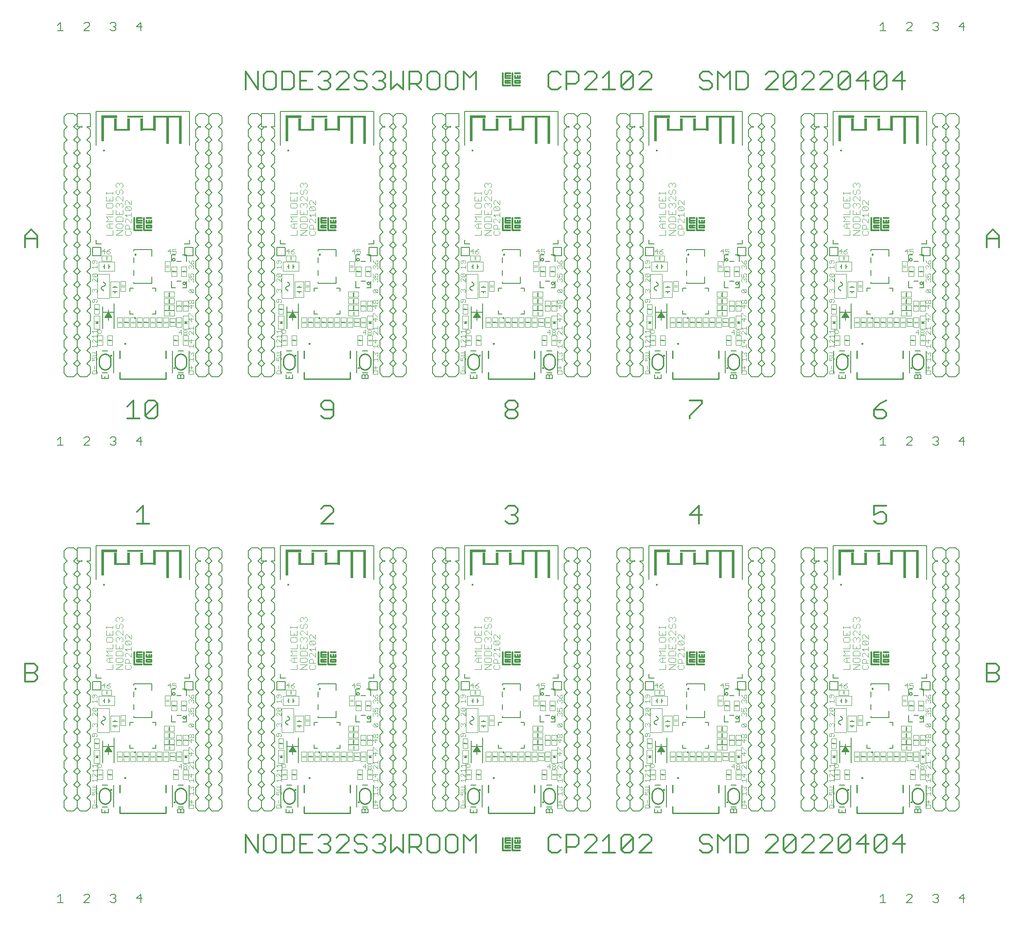
<source format=gto>
G75*
%MOIN*%
%OFA0B0*%
%FSLAX25Y25*%
%IPPOS*%
%LPD*%
%AMOC8*
5,1,8,0,0,1.08239X$1,22.5*
%
%ADD10C,0.01200*%
%ADD11C,0.00600*%
%ADD12C,0.00300*%
%ADD13C,0.00400*%
%ADD14C,0.00700*%
%ADD15C,0.00787*%
%ADD16C,0.00800*%
%ADD17C,0.01000*%
%ADD18C,0.00500*%
%ADD19C,0.00100*%
%ADD20C,0.00394*%
%ADD21R,0.02117X0.17521*%
%ADD22R,0.11867X0.01867*%
%ADD23R,0.02062X0.09639*%
%ADD24R,0.11874X0.01831*%
%ADD25R,0.02025X0.09616*%
%ADD26R,0.11856X0.01752*%
%ADD27R,0.01978X0.09612*%
%ADD28R,0.11822X0.01704*%
%ADD29R,0.01923X0.09572*%
%ADD30R,0.21593X0.01805*%
%ADD31R,0.01867X0.19540*%
%ADD32R,0.01900X0.19531*%
%ADD33R,0.01878X0.01846*%
%ADD34R,0.01913X0.01851*%
%ADD35R,0.02056X0.01859*%
%ADD36R,0.01931X0.05650*%
D10*
X0177400Y0067400D02*
X0177400Y0081212D01*
X0186608Y0067400D01*
X0186608Y0081212D01*
X0191212Y0078910D02*
X0191212Y0069702D01*
X0193514Y0067400D01*
X0198118Y0067400D01*
X0200420Y0069702D01*
X0200420Y0078910D01*
X0198118Y0081212D01*
X0193514Y0081212D01*
X0191212Y0078910D01*
X0205024Y0081212D02*
X0205024Y0067400D01*
X0211929Y0067400D01*
X0214231Y0069702D01*
X0214231Y0078910D01*
X0211929Y0081212D01*
X0205024Y0081212D01*
X0218835Y0081212D02*
X0218835Y0067400D01*
X0228043Y0067400D01*
X0232647Y0069702D02*
X0234949Y0067400D01*
X0239553Y0067400D01*
X0241855Y0069702D01*
X0241855Y0072004D01*
X0239553Y0074306D01*
X0237251Y0074306D01*
X0239553Y0074306D02*
X0241855Y0076608D01*
X0241855Y0078910D01*
X0239553Y0081212D01*
X0234949Y0081212D01*
X0232647Y0078910D01*
X0228043Y0081212D02*
X0218835Y0081212D01*
X0218835Y0074306D02*
X0223439Y0074306D01*
X0246459Y0078910D02*
X0248761Y0081212D01*
X0253365Y0081212D01*
X0255667Y0078910D01*
X0255667Y0076608D01*
X0246459Y0067400D01*
X0255667Y0067400D01*
X0260271Y0069702D02*
X0262573Y0067400D01*
X0267177Y0067400D01*
X0269479Y0069702D01*
X0269479Y0072004D01*
X0267177Y0074306D01*
X0262573Y0074306D01*
X0260271Y0076608D01*
X0260271Y0078910D01*
X0262573Y0081212D01*
X0267177Y0081212D01*
X0269479Y0078910D01*
X0274083Y0078910D02*
X0276385Y0081212D01*
X0280988Y0081212D01*
X0283290Y0078910D01*
X0283290Y0076608D01*
X0280988Y0074306D01*
X0283290Y0072004D01*
X0283290Y0069702D01*
X0280988Y0067400D01*
X0276385Y0067400D01*
X0274083Y0069702D01*
X0278687Y0074306D02*
X0280988Y0074306D01*
X0287894Y0081212D02*
X0287894Y0067400D01*
X0292498Y0072004D01*
X0297102Y0067400D01*
X0297102Y0081212D01*
X0301706Y0081212D02*
X0308612Y0081212D01*
X0310914Y0078910D01*
X0310914Y0074306D01*
X0308612Y0072004D01*
X0301706Y0072004D01*
X0301706Y0067400D02*
X0301706Y0081212D01*
X0306310Y0072004D02*
X0310914Y0067400D01*
X0315518Y0069702D02*
X0315518Y0078910D01*
X0317820Y0081212D01*
X0322424Y0081212D01*
X0324726Y0078910D01*
X0324726Y0069702D01*
X0322424Y0067400D01*
X0317820Y0067400D01*
X0315518Y0069702D01*
X0329330Y0069702D02*
X0331632Y0067400D01*
X0336236Y0067400D01*
X0338538Y0069702D01*
X0338538Y0078910D01*
X0336236Y0081212D01*
X0331632Y0081212D01*
X0329330Y0078910D01*
X0329330Y0069702D01*
X0343142Y0067400D02*
X0343142Y0081212D01*
X0347746Y0076608D01*
X0352349Y0081212D01*
X0352349Y0067400D01*
X0372737Y0069300D02*
X0378362Y0069300D01*
X0378362Y0071175D02*
X0376487Y0071175D01*
X0376487Y0073050D01*
X0378362Y0073050D01*
X0376487Y0073050D02*
X0374612Y0073050D01*
X0374612Y0071175D01*
X0376487Y0071175D01*
X0372737Y0069300D02*
X0372737Y0078675D01*
X0374612Y0078675D02*
X0378362Y0078675D01*
X0378362Y0076800D02*
X0374612Y0076800D01*
X0374612Y0078675D01*
X0374612Y0076800D02*
X0374612Y0074925D01*
X0378362Y0074925D01*
X0382112Y0074925D02*
X0382112Y0076800D01*
X0382112Y0078675D02*
X0385862Y0078675D01*
X0385862Y0076800D02*
X0385862Y0074925D01*
X0382112Y0074925D01*
X0382112Y0073050D02*
X0382112Y0071175D01*
X0385862Y0071175D01*
X0385862Y0073050D01*
X0382112Y0073050D01*
X0383987Y0075550D02*
X0383987Y0076800D01*
X0380237Y0078675D02*
X0380237Y0069300D01*
X0385862Y0069300D01*
X0407400Y0069702D02*
X0409702Y0067400D01*
X0414306Y0067400D01*
X0416608Y0069702D01*
X0421212Y0072004D02*
X0428118Y0072004D01*
X0430420Y0074306D01*
X0430420Y0078910D01*
X0428118Y0081212D01*
X0421212Y0081212D01*
X0421212Y0067400D01*
X0416608Y0078910D02*
X0414306Y0081212D01*
X0409702Y0081212D01*
X0407400Y0078910D01*
X0407400Y0069702D01*
X0435024Y0067400D02*
X0444231Y0076608D01*
X0444231Y0078910D01*
X0441929Y0081212D01*
X0437326Y0081212D01*
X0435024Y0078910D01*
X0435024Y0067400D02*
X0444231Y0067400D01*
X0448835Y0067400D02*
X0458043Y0067400D01*
X0453439Y0067400D02*
X0453439Y0081212D01*
X0448835Y0076608D01*
X0462647Y0078910D02*
X0462647Y0069702D01*
X0471855Y0078910D01*
X0471855Y0069702D01*
X0469553Y0067400D01*
X0464949Y0067400D01*
X0462647Y0069702D01*
X0462647Y0078910D02*
X0464949Y0081212D01*
X0469553Y0081212D01*
X0471855Y0078910D01*
X0476459Y0078910D02*
X0478761Y0081212D01*
X0483365Y0081212D01*
X0485667Y0078910D01*
X0485667Y0076608D01*
X0476459Y0067400D01*
X0485667Y0067400D01*
X0522400Y0069702D02*
X0524702Y0067400D01*
X0529306Y0067400D01*
X0531608Y0069702D01*
X0531608Y0072004D01*
X0529306Y0074306D01*
X0524702Y0074306D01*
X0522400Y0076608D01*
X0522400Y0078910D01*
X0524702Y0081212D01*
X0529306Y0081212D01*
X0531608Y0078910D01*
X0536212Y0081212D02*
X0536212Y0067400D01*
X0545420Y0067400D02*
X0545420Y0081212D01*
X0540816Y0076608D01*
X0536212Y0081212D01*
X0550024Y0081212D02*
X0550024Y0067400D01*
X0556929Y0067400D01*
X0559231Y0069702D01*
X0559231Y0078910D01*
X0556929Y0081212D01*
X0550024Y0081212D01*
X0572400Y0078910D02*
X0574702Y0081212D01*
X0579306Y0081212D01*
X0581608Y0078910D01*
X0581608Y0076608D01*
X0572400Y0067400D01*
X0581608Y0067400D01*
X0586212Y0069702D02*
X0586212Y0078910D01*
X0588514Y0081212D01*
X0593118Y0081212D01*
X0595420Y0078910D01*
X0586212Y0069702D01*
X0588514Y0067400D01*
X0593118Y0067400D01*
X0595420Y0069702D01*
X0595420Y0078910D01*
X0600024Y0078910D02*
X0602326Y0081212D01*
X0606929Y0081212D01*
X0609231Y0078910D01*
X0609231Y0076608D01*
X0600024Y0067400D01*
X0609231Y0067400D01*
X0613835Y0067400D02*
X0623043Y0076608D01*
X0623043Y0078910D01*
X0620741Y0081212D01*
X0616137Y0081212D01*
X0613835Y0078910D01*
X0613835Y0067400D02*
X0623043Y0067400D01*
X0627647Y0069702D02*
X0636855Y0078910D01*
X0636855Y0069702D01*
X0634553Y0067400D01*
X0629949Y0067400D01*
X0627647Y0069702D01*
X0627647Y0078910D01*
X0629949Y0081212D01*
X0634553Y0081212D01*
X0636855Y0078910D01*
X0641459Y0074306D02*
X0650667Y0074306D01*
X0655271Y0069702D02*
X0655271Y0078910D01*
X0657573Y0081212D01*
X0662177Y0081212D01*
X0664479Y0078910D01*
X0655271Y0069702D01*
X0657573Y0067400D01*
X0662177Y0067400D01*
X0664479Y0069702D01*
X0664479Y0078910D01*
X0669083Y0074306D02*
X0675988Y0081212D01*
X0675988Y0067400D01*
X0678290Y0074306D02*
X0669083Y0074306D01*
X0648365Y0067400D02*
X0648365Y0081212D01*
X0641459Y0074306D01*
X0740431Y0197400D02*
X0747337Y0197400D01*
X0749639Y0199702D01*
X0749639Y0202004D01*
X0747337Y0204306D01*
X0740431Y0204306D01*
X0740431Y0211212D02*
X0747337Y0211212D01*
X0749639Y0208910D01*
X0749639Y0206608D01*
X0747337Y0204306D01*
X0740431Y0197400D02*
X0740431Y0211212D01*
X0665863Y0210550D02*
X0660238Y0210550D01*
X0660238Y0219925D01*
X0662113Y0219925D02*
X0665863Y0219925D01*
X0665863Y0218050D02*
X0665863Y0216175D01*
X0662113Y0216175D01*
X0662113Y0218050D01*
X0663988Y0218050D02*
X0663988Y0216800D01*
X0665863Y0214300D02*
X0662113Y0214300D01*
X0662113Y0212425D01*
X0665863Y0212425D01*
X0665863Y0214300D01*
X0658363Y0214300D02*
X0656488Y0214300D01*
X0656488Y0212425D01*
X0658363Y0212425D01*
X0658363Y0210550D02*
X0652738Y0210550D01*
X0652738Y0219925D01*
X0654613Y0219925D02*
X0654613Y0218050D01*
X0658363Y0218050D01*
X0658363Y0216175D02*
X0654613Y0216175D01*
X0654613Y0218050D01*
X0654613Y0219925D02*
X0658363Y0219925D01*
X0656488Y0214300D02*
X0654613Y0214300D01*
X0654613Y0212425D01*
X0656488Y0212425D01*
X0657202Y0317400D02*
X0654900Y0319702D01*
X0657202Y0317400D02*
X0661806Y0317400D01*
X0664108Y0319702D01*
X0664108Y0324306D01*
X0661806Y0326608D01*
X0659504Y0326608D01*
X0654900Y0324306D01*
X0654900Y0331212D01*
X0664108Y0331212D01*
X0661806Y0397400D02*
X0657202Y0397400D01*
X0654900Y0399702D01*
X0654900Y0404306D01*
X0661806Y0404306D01*
X0664108Y0402004D01*
X0664108Y0399702D01*
X0661806Y0397400D01*
X0654900Y0404306D02*
X0659504Y0408910D01*
X0664108Y0411212D01*
X0740431Y0527400D02*
X0740431Y0536608D01*
X0745035Y0541212D01*
X0749639Y0536608D01*
X0749639Y0527400D01*
X0749639Y0534306D02*
X0740431Y0534306D01*
X0665863Y0540550D02*
X0660238Y0540550D01*
X0660238Y0549925D01*
X0662113Y0549925D02*
X0665863Y0549925D01*
X0665863Y0548050D02*
X0665863Y0546175D01*
X0662113Y0546175D01*
X0662113Y0548050D01*
X0663988Y0548050D02*
X0663988Y0546800D01*
X0665863Y0544300D02*
X0662113Y0544300D01*
X0662113Y0542425D01*
X0665863Y0542425D01*
X0665863Y0544300D01*
X0658363Y0544300D02*
X0656488Y0544300D01*
X0656488Y0542425D01*
X0658363Y0542425D01*
X0658363Y0540550D02*
X0652738Y0540550D01*
X0652738Y0549925D01*
X0654613Y0549925D02*
X0658363Y0549925D01*
X0658363Y0548050D02*
X0654613Y0548050D01*
X0654613Y0549925D01*
X0654613Y0548050D02*
X0654613Y0546175D01*
X0658363Y0546175D01*
X0656488Y0544300D02*
X0654613Y0544300D01*
X0654613Y0542425D01*
X0656488Y0542425D01*
X0657573Y0647400D02*
X0655271Y0649702D01*
X0664479Y0658910D01*
X0664479Y0649702D01*
X0662177Y0647400D01*
X0657573Y0647400D01*
X0655271Y0649702D02*
X0655271Y0658910D01*
X0657573Y0661212D01*
X0662177Y0661212D01*
X0664479Y0658910D01*
X0669083Y0654306D02*
X0678290Y0654306D01*
X0675988Y0647400D02*
X0675988Y0661212D01*
X0669083Y0654306D01*
X0650667Y0654306D02*
X0641459Y0654306D01*
X0648365Y0661212D01*
X0648365Y0647400D01*
X0636855Y0649702D02*
X0636855Y0658910D01*
X0627647Y0649702D01*
X0629949Y0647400D01*
X0634553Y0647400D01*
X0636855Y0649702D01*
X0627647Y0649702D02*
X0627647Y0658910D01*
X0629949Y0661212D01*
X0634553Y0661212D01*
X0636855Y0658910D01*
X0623043Y0658910D02*
X0620741Y0661212D01*
X0616137Y0661212D01*
X0613835Y0658910D01*
X0609231Y0658910D02*
X0606929Y0661212D01*
X0602326Y0661212D01*
X0600024Y0658910D01*
X0595420Y0658910D02*
X0586212Y0649702D01*
X0588514Y0647400D01*
X0593118Y0647400D01*
X0595420Y0649702D01*
X0595420Y0658910D01*
X0593118Y0661212D01*
X0588514Y0661212D01*
X0586212Y0658910D01*
X0586212Y0649702D01*
X0581608Y0647400D02*
X0572400Y0647400D01*
X0581608Y0656608D01*
X0581608Y0658910D01*
X0579306Y0661212D01*
X0574702Y0661212D01*
X0572400Y0658910D01*
X0559231Y0658910D02*
X0559231Y0649702D01*
X0556929Y0647400D01*
X0550024Y0647400D01*
X0550024Y0661212D01*
X0556929Y0661212D01*
X0559231Y0658910D01*
X0545420Y0661212D02*
X0545420Y0647400D01*
X0536212Y0647400D02*
X0536212Y0661212D01*
X0540816Y0656608D01*
X0545420Y0661212D01*
X0531608Y0658910D02*
X0529306Y0661212D01*
X0524702Y0661212D01*
X0522400Y0658910D01*
X0522400Y0656608D01*
X0524702Y0654306D01*
X0529306Y0654306D01*
X0531608Y0652004D01*
X0531608Y0649702D01*
X0529306Y0647400D01*
X0524702Y0647400D01*
X0522400Y0649702D01*
X0485667Y0647400D02*
X0476459Y0647400D01*
X0485667Y0656608D01*
X0485667Y0658910D01*
X0483365Y0661212D01*
X0478761Y0661212D01*
X0476459Y0658910D01*
X0471855Y0658910D02*
X0462647Y0649702D01*
X0464949Y0647400D01*
X0469553Y0647400D01*
X0471855Y0649702D01*
X0471855Y0658910D01*
X0469553Y0661212D01*
X0464949Y0661212D01*
X0462647Y0658910D01*
X0462647Y0649702D01*
X0458043Y0647400D02*
X0448835Y0647400D01*
X0444231Y0647400D02*
X0435024Y0647400D01*
X0444231Y0656608D01*
X0444231Y0658910D01*
X0441929Y0661212D01*
X0437326Y0661212D01*
X0435024Y0658910D01*
X0430420Y0658910D02*
X0430420Y0654306D01*
X0428118Y0652004D01*
X0421212Y0652004D01*
X0421212Y0647400D02*
X0421212Y0661212D01*
X0428118Y0661212D01*
X0430420Y0658910D01*
X0416608Y0658910D02*
X0414306Y0661212D01*
X0409702Y0661212D01*
X0407400Y0658910D01*
X0407400Y0649702D01*
X0409702Y0647400D01*
X0414306Y0647400D01*
X0416608Y0649702D01*
X0385862Y0650550D02*
X0380237Y0650550D01*
X0380237Y0659925D01*
X0378362Y0659925D02*
X0374612Y0659925D01*
X0374612Y0658050D01*
X0378362Y0658050D01*
X0378362Y0656175D02*
X0374612Y0656175D01*
X0374612Y0658050D01*
X0372737Y0659925D02*
X0372737Y0650550D01*
X0378362Y0650550D01*
X0378362Y0652425D02*
X0376487Y0652425D01*
X0376487Y0654300D01*
X0378362Y0654300D01*
X0376487Y0654300D02*
X0374612Y0654300D01*
X0374612Y0652425D01*
X0376487Y0652425D01*
X0382112Y0652425D02*
X0382112Y0654300D01*
X0385862Y0654300D01*
X0385862Y0652425D01*
X0382112Y0652425D01*
X0382112Y0656175D02*
X0382112Y0658050D01*
X0382112Y0659925D02*
X0385862Y0659925D01*
X0385862Y0658050D02*
X0385862Y0656175D01*
X0382112Y0656175D01*
X0383987Y0656800D02*
X0383987Y0658050D01*
X0352349Y0661212D02*
X0352349Y0647400D01*
X0343142Y0647400D02*
X0343142Y0661212D01*
X0347746Y0656608D01*
X0352349Y0661212D01*
X0338538Y0658910D02*
X0338538Y0649702D01*
X0336236Y0647400D01*
X0331632Y0647400D01*
X0329330Y0649702D01*
X0329330Y0658910D01*
X0331632Y0661212D01*
X0336236Y0661212D01*
X0338538Y0658910D01*
X0324726Y0658910D02*
X0324726Y0649702D01*
X0322424Y0647400D01*
X0317820Y0647400D01*
X0315518Y0649702D01*
X0315518Y0658910D01*
X0317820Y0661212D01*
X0322424Y0661212D01*
X0324726Y0658910D01*
X0310914Y0658910D02*
X0310914Y0654306D01*
X0308612Y0652004D01*
X0301706Y0652004D01*
X0301706Y0647400D02*
X0301706Y0661212D01*
X0308612Y0661212D01*
X0310914Y0658910D01*
X0306310Y0652004D02*
X0310914Y0647400D01*
X0297102Y0647400D02*
X0297102Y0661212D01*
X0292498Y0652004D02*
X0297102Y0647400D01*
X0292498Y0652004D02*
X0287894Y0647400D01*
X0287894Y0661212D01*
X0283290Y0658910D02*
X0283290Y0656608D01*
X0280988Y0654306D01*
X0283290Y0652004D01*
X0283290Y0649702D01*
X0280988Y0647400D01*
X0276385Y0647400D01*
X0274083Y0649702D01*
X0269479Y0649702D02*
X0267177Y0647400D01*
X0262573Y0647400D01*
X0260271Y0649702D01*
X0262573Y0654306D02*
X0267177Y0654306D01*
X0269479Y0652004D01*
X0269479Y0649702D01*
X0262573Y0654306D02*
X0260271Y0656608D01*
X0260271Y0658910D01*
X0262573Y0661212D01*
X0267177Y0661212D01*
X0269479Y0658910D01*
X0274083Y0658910D02*
X0276385Y0661212D01*
X0280988Y0661212D01*
X0283290Y0658910D01*
X0280988Y0654306D02*
X0278687Y0654306D01*
X0255667Y0656608D02*
X0255667Y0658910D01*
X0253365Y0661212D01*
X0248761Y0661212D01*
X0246459Y0658910D01*
X0241855Y0658910D02*
X0241855Y0656608D01*
X0239553Y0654306D01*
X0241855Y0652004D01*
X0241855Y0649702D01*
X0239553Y0647400D01*
X0234949Y0647400D01*
X0232647Y0649702D01*
X0228043Y0647400D02*
X0218835Y0647400D01*
X0218835Y0661212D01*
X0228043Y0661212D01*
X0232647Y0658910D02*
X0234949Y0661212D01*
X0239553Y0661212D01*
X0241855Y0658910D01*
X0239553Y0654306D02*
X0237251Y0654306D01*
X0246459Y0647400D02*
X0255667Y0656608D01*
X0255667Y0647400D02*
X0246459Y0647400D01*
X0223439Y0654306D02*
X0218835Y0654306D01*
X0214231Y0649702D02*
X0214231Y0658910D01*
X0211929Y0661212D01*
X0205024Y0661212D01*
X0205024Y0647400D01*
X0211929Y0647400D01*
X0214231Y0649702D01*
X0200420Y0649702D02*
X0198118Y0647400D01*
X0193514Y0647400D01*
X0191212Y0649702D01*
X0191212Y0658910D01*
X0193514Y0661212D01*
X0198118Y0661212D01*
X0200420Y0658910D01*
X0200420Y0649702D01*
X0186608Y0647400D02*
X0186608Y0661212D01*
X0177400Y0661212D02*
X0186608Y0647400D01*
X0177400Y0647400D02*
X0177400Y0661212D01*
X0232737Y0549925D02*
X0232737Y0540550D01*
X0238362Y0540550D01*
X0238362Y0542425D02*
X0236487Y0542425D01*
X0236487Y0544300D01*
X0238362Y0544300D01*
X0236487Y0544300D02*
X0234612Y0544300D01*
X0234612Y0542425D01*
X0236487Y0542425D01*
X0238362Y0546175D02*
X0234612Y0546175D01*
X0234612Y0548050D01*
X0234612Y0549925D01*
X0238362Y0549925D01*
X0238362Y0548050D02*
X0234612Y0548050D01*
X0240237Y0549925D02*
X0240237Y0540550D01*
X0245862Y0540550D01*
X0245862Y0542425D02*
X0245862Y0544300D01*
X0242112Y0544300D01*
X0242112Y0542425D01*
X0245862Y0542425D01*
X0245862Y0546175D02*
X0245862Y0548050D01*
X0243987Y0548050D02*
X0243987Y0546800D01*
X0242112Y0546175D02*
X0242112Y0548050D01*
X0242112Y0549925D02*
X0245862Y0549925D01*
X0245862Y0546175D02*
X0242112Y0546175D01*
X0372737Y0549925D02*
X0372737Y0540550D01*
X0378362Y0540550D01*
X0378362Y0542425D02*
X0376487Y0542425D01*
X0376487Y0544300D01*
X0378362Y0544300D01*
X0376487Y0544300D02*
X0374612Y0544300D01*
X0374612Y0542425D01*
X0376487Y0542425D01*
X0374612Y0546175D02*
X0374612Y0548050D01*
X0374612Y0549925D01*
X0378362Y0549925D01*
X0378362Y0548050D02*
X0374612Y0548050D01*
X0374612Y0546175D02*
X0378362Y0546175D01*
X0382112Y0546175D02*
X0382112Y0548050D01*
X0382112Y0549925D02*
X0385862Y0549925D01*
X0385862Y0548050D02*
X0385862Y0546175D01*
X0382112Y0546175D01*
X0382112Y0544300D02*
X0382112Y0542425D01*
X0385862Y0542425D01*
X0385862Y0544300D01*
X0382112Y0544300D01*
X0383987Y0546800D02*
X0383987Y0548050D01*
X0380237Y0549925D02*
X0380237Y0540550D01*
X0385862Y0540550D01*
X0453439Y0647400D02*
X0453439Y0661212D01*
X0448835Y0656608D01*
X0512737Y0549925D02*
X0512737Y0540550D01*
X0518362Y0540550D01*
X0518362Y0542425D02*
X0516487Y0542425D01*
X0516487Y0544300D01*
X0518362Y0544300D01*
X0516487Y0544300D02*
X0514612Y0544300D01*
X0514612Y0542425D01*
X0516487Y0542425D01*
X0514612Y0546175D02*
X0514612Y0548050D01*
X0514612Y0549925D01*
X0518362Y0549925D01*
X0518362Y0548050D02*
X0514612Y0548050D01*
X0514612Y0546175D02*
X0518362Y0546175D01*
X0522112Y0546175D02*
X0522112Y0548050D01*
X0522112Y0549925D02*
X0525863Y0549925D01*
X0525863Y0548050D02*
X0525863Y0546175D01*
X0522112Y0546175D01*
X0522112Y0544300D02*
X0522112Y0542425D01*
X0525863Y0542425D01*
X0525863Y0544300D01*
X0522112Y0544300D01*
X0523987Y0546800D02*
X0523987Y0548050D01*
X0520237Y0549925D02*
X0520237Y0540550D01*
X0525863Y0540550D01*
X0600024Y0647400D02*
X0609231Y0656608D01*
X0609231Y0658910D01*
X0609231Y0647400D02*
X0600024Y0647400D01*
X0613835Y0647400D02*
X0623043Y0656608D01*
X0623043Y0658910D01*
X0623043Y0647400D02*
X0613835Y0647400D01*
X0524108Y0411212D02*
X0514900Y0411212D01*
X0524108Y0411212D02*
X0524108Y0408910D01*
X0514900Y0399702D01*
X0514900Y0397400D01*
X0521806Y0331212D02*
X0514900Y0324306D01*
X0524108Y0324306D01*
X0521806Y0317400D02*
X0521806Y0331212D01*
X0522112Y0219925D02*
X0525863Y0219925D01*
X0525863Y0218050D02*
X0525863Y0216175D01*
X0522112Y0216175D01*
X0522112Y0218050D01*
X0523987Y0218050D02*
X0523987Y0216800D01*
X0522112Y0214300D02*
X0522112Y0212425D01*
X0525863Y0212425D01*
X0525863Y0214300D01*
X0522112Y0214300D01*
X0518362Y0214300D02*
X0516487Y0214300D01*
X0516487Y0212425D01*
X0518362Y0212425D01*
X0516487Y0212425D02*
X0514612Y0212425D01*
X0514612Y0214300D01*
X0516487Y0214300D01*
X0514612Y0216175D02*
X0514612Y0218050D01*
X0514612Y0219925D01*
X0518362Y0219925D01*
X0518362Y0218050D02*
X0514612Y0218050D01*
X0514612Y0216175D02*
X0518362Y0216175D01*
X0520237Y0219925D02*
X0520237Y0210550D01*
X0525863Y0210550D01*
X0518362Y0210550D02*
X0512737Y0210550D01*
X0512737Y0219925D01*
X0385862Y0219925D02*
X0382112Y0219925D01*
X0380237Y0219925D02*
X0380237Y0210550D01*
X0385862Y0210550D01*
X0385862Y0212425D02*
X0385862Y0214300D01*
X0382112Y0214300D01*
X0382112Y0212425D01*
X0385862Y0212425D01*
X0385862Y0216175D02*
X0385862Y0218050D01*
X0383987Y0218050D02*
X0383987Y0216800D01*
X0382112Y0216175D02*
X0382112Y0218050D01*
X0382112Y0216175D02*
X0385862Y0216175D01*
X0378362Y0216175D02*
X0374612Y0216175D01*
X0374612Y0218050D01*
X0374612Y0219925D01*
X0378362Y0219925D01*
X0378362Y0218050D02*
X0374612Y0218050D01*
X0372737Y0219925D02*
X0372737Y0210550D01*
X0378362Y0210550D01*
X0378362Y0212425D02*
X0376487Y0212425D01*
X0376487Y0214300D01*
X0378362Y0214300D01*
X0376487Y0214300D02*
X0374612Y0214300D01*
X0374612Y0212425D01*
X0376487Y0212425D01*
X0377202Y0317400D02*
X0374900Y0319702D01*
X0377202Y0317400D02*
X0381806Y0317400D01*
X0384108Y0319702D01*
X0384108Y0322004D01*
X0381806Y0324306D01*
X0379504Y0324306D01*
X0381806Y0324306D02*
X0384108Y0326608D01*
X0384108Y0328910D01*
X0381806Y0331212D01*
X0377202Y0331212D01*
X0374900Y0328910D01*
X0377202Y0397400D02*
X0374900Y0399702D01*
X0374900Y0402004D01*
X0377202Y0404306D01*
X0381806Y0404306D01*
X0384108Y0402004D01*
X0384108Y0399702D01*
X0381806Y0397400D01*
X0377202Y0397400D01*
X0377202Y0404306D02*
X0374900Y0406608D01*
X0374900Y0408910D01*
X0377202Y0411212D01*
X0381806Y0411212D01*
X0384108Y0408910D01*
X0384108Y0406608D01*
X0381806Y0404306D01*
X0244108Y0404306D02*
X0237202Y0404306D01*
X0234900Y0406608D01*
X0234900Y0408910D01*
X0237202Y0411212D01*
X0241806Y0411212D01*
X0244108Y0408910D01*
X0244108Y0399702D01*
X0241806Y0397400D01*
X0237202Y0397400D01*
X0234900Y0399702D01*
X0237202Y0331212D02*
X0234900Y0328910D01*
X0237202Y0331212D02*
X0241806Y0331212D01*
X0244108Y0328910D01*
X0244108Y0326608D01*
X0234900Y0317400D01*
X0244108Y0317400D01*
X0245862Y0219925D02*
X0242112Y0219925D01*
X0240237Y0219925D02*
X0240237Y0210550D01*
X0245862Y0210550D01*
X0245862Y0212425D02*
X0242112Y0212425D01*
X0242112Y0214300D01*
X0245862Y0214300D01*
X0245862Y0212425D01*
X0245862Y0216175D02*
X0245862Y0218050D01*
X0243987Y0218050D02*
X0243987Y0216800D01*
X0242112Y0216175D02*
X0245862Y0216175D01*
X0242112Y0216175D02*
X0242112Y0218050D01*
X0238362Y0218050D02*
X0234612Y0218050D01*
X0234612Y0219925D01*
X0238362Y0219925D01*
X0238362Y0216175D02*
X0234612Y0216175D01*
X0234612Y0218050D01*
X0232737Y0219925D02*
X0232737Y0210550D01*
X0238362Y0210550D01*
X0238362Y0212425D02*
X0236487Y0212425D01*
X0236487Y0214300D01*
X0238362Y0214300D01*
X0236487Y0214300D02*
X0234612Y0214300D01*
X0234612Y0212425D01*
X0236487Y0212425D01*
X0105862Y0212425D02*
X0105862Y0214300D01*
X0102112Y0214300D01*
X0102112Y0212425D01*
X0105862Y0212425D01*
X0105862Y0210550D02*
X0100237Y0210550D01*
X0100237Y0219925D01*
X0098362Y0219925D02*
X0094612Y0219925D01*
X0094612Y0218050D01*
X0098362Y0218050D01*
X0098362Y0216175D02*
X0094612Y0216175D01*
X0094612Y0218050D01*
X0092737Y0219925D02*
X0092737Y0210550D01*
X0098362Y0210550D01*
X0098362Y0212425D02*
X0096487Y0212425D01*
X0096487Y0214300D01*
X0098362Y0214300D01*
X0096487Y0214300D02*
X0094612Y0214300D01*
X0094612Y0212425D01*
X0096487Y0212425D01*
X0102112Y0216175D02*
X0102112Y0218050D01*
X0102112Y0216175D02*
X0105862Y0216175D01*
X0105862Y0218050D01*
X0103987Y0218050D02*
X0103987Y0216800D01*
X0102112Y0219925D02*
X0105862Y0219925D01*
X0019108Y0208910D02*
X0019108Y0206608D01*
X0016806Y0204306D01*
X0009900Y0204306D01*
X0009900Y0211212D02*
X0016806Y0211212D01*
X0019108Y0208910D01*
X0016806Y0204306D02*
X0019108Y0202004D01*
X0019108Y0199702D01*
X0016806Y0197400D01*
X0009900Y0197400D01*
X0009900Y0211212D01*
X0094900Y0317400D02*
X0104108Y0317400D01*
X0099504Y0317400D02*
X0099504Y0331212D01*
X0094900Y0326608D01*
X0096608Y0397400D02*
X0087400Y0397400D01*
X0092004Y0397400D02*
X0092004Y0411212D01*
X0087400Y0406608D01*
X0101212Y0408910D02*
X0101212Y0399702D01*
X0110420Y0408910D01*
X0110420Y0399702D01*
X0108118Y0397400D01*
X0103514Y0397400D01*
X0101212Y0399702D01*
X0101212Y0408910D02*
X0103514Y0411212D01*
X0108118Y0411212D01*
X0110420Y0408910D01*
X0019108Y0527400D02*
X0019108Y0536608D01*
X0014504Y0541212D01*
X0009900Y0536608D01*
X0009900Y0527400D01*
X0009900Y0536608D01*
X0014504Y0541212D01*
X0019108Y0536608D01*
X0019108Y0527400D01*
X0019108Y0534306D02*
X0009900Y0534306D01*
X0019108Y0534306D01*
X0092737Y0540550D02*
X0098362Y0540550D01*
X0098362Y0542425D02*
X0096487Y0542425D01*
X0096487Y0544300D01*
X0098362Y0544300D01*
X0096487Y0544300D02*
X0094612Y0544300D01*
X0094612Y0542425D01*
X0096487Y0542425D01*
X0092737Y0540550D02*
X0092737Y0549925D01*
X0094612Y0549925D02*
X0098362Y0549925D01*
X0098362Y0548050D02*
X0094612Y0548050D01*
X0094612Y0549925D01*
X0094612Y0548050D02*
X0094612Y0546175D01*
X0098362Y0546175D01*
X0102112Y0546175D02*
X0102112Y0548050D01*
X0102112Y0549925D02*
X0105862Y0549925D01*
X0105862Y0548050D02*
X0105862Y0546175D01*
X0102112Y0546175D01*
X0102112Y0544300D02*
X0102112Y0542425D01*
X0105862Y0542425D01*
X0105862Y0544300D01*
X0102112Y0544300D01*
X0103987Y0546800D02*
X0103987Y0548050D01*
X0100237Y0549925D02*
X0100237Y0540550D01*
X0105862Y0540550D01*
D11*
X0038870Y0029600D02*
X0034600Y0029600D01*
X0036735Y0029600D02*
X0036735Y0036005D01*
X0034600Y0033870D01*
X0054600Y0034938D02*
X0055668Y0036005D01*
X0057803Y0036005D01*
X0058870Y0034938D01*
X0058870Y0033870D01*
X0054600Y0029600D01*
X0058870Y0029600D01*
X0074600Y0030668D02*
X0075668Y0029600D01*
X0077803Y0029600D01*
X0078870Y0030668D01*
X0078870Y0031735D01*
X0077803Y0032803D01*
X0076735Y0032803D01*
X0077803Y0032803D02*
X0078870Y0033870D01*
X0078870Y0034938D01*
X0077803Y0036005D01*
X0075668Y0036005D01*
X0074600Y0034938D01*
X0094600Y0032803D02*
X0098870Y0032803D01*
X0097803Y0036005D02*
X0094600Y0032803D01*
X0097803Y0029600D02*
X0097803Y0036005D01*
X0120619Y0140550D02*
X0121013Y0140550D01*
X0122587Y0140550D01*
X0122981Y0140550D01*
X0123375Y0140156D01*
X0120619Y0140550D02*
X0120225Y0140944D01*
X0121091Y0166741D02*
X0121091Y0171859D01*
X0125028Y0171859D02*
X0128572Y0171859D01*
X0132509Y0171859D02*
X0132509Y0166741D01*
X0129359Y0166741D01*
X0124241Y0166741D02*
X0121091Y0166741D01*
X0121091Y0186741D02*
X0121091Y0191859D01*
X0124241Y0191859D01*
X0129359Y0191859D02*
X0132509Y0191859D01*
X0132509Y0186741D01*
X0128572Y0186741D02*
X0125028Y0186741D01*
X0131175Y0191175D02*
X0131175Y0197425D01*
X0137425Y0197425D01*
X0137425Y0191175D01*
X0131175Y0191175D01*
X0079625Y0167248D02*
X0078050Y0167248D01*
X0078050Y0168207D01*
X0078050Y0167248D02*
X0076475Y0167248D01*
X0076475Y0163852D02*
X0078050Y0163852D01*
X0079625Y0163852D01*
X0078050Y0163852D02*
X0078050Y0162893D01*
X0073498Y0181475D02*
X0073498Y0183050D01*
X0074457Y0183050D01*
X0073498Y0183050D02*
X0073498Y0184625D01*
X0070102Y0184625D02*
X0070102Y0183050D01*
X0070102Y0181475D01*
X0070102Y0183050D02*
X0069143Y0183050D01*
X0067425Y0191175D02*
X0061175Y0191175D01*
X0061175Y0197425D01*
X0067425Y0197425D01*
X0067425Y0191175D01*
X0201175Y0191175D02*
X0201175Y0197425D01*
X0207425Y0197425D01*
X0207425Y0191175D01*
X0201175Y0191175D01*
X0210102Y0184625D02*
X0210102Y0183050D01*
X0210102Y0181475D01*
X0210102Y0183050D02*
X0209143Y0183050D01*
X0213498Y0183050D02*
X0213498Y0181475D01*
X0213498Y0183050D02*
X0214457Y0183050D01*
X0213498Y0183050D02*
X0213498Y0184625D01*
X0218050Y0168207D02*
X0218050Y0167248D01*
X0216475Y0167248D01*
X0218050Y0167248D02*
X0219625Y0167248D01*
X0219625Y0163852D02*
X0218050Y0163852D01*
X0216475Y0163852D01*
X0218050Y0163852D02*
X0218050Y0162893D01*
X0261091Y0166741D02*
X0261091Y0171859D01*
X0265028Y0171859D02*
X0268572Y0171859D01*
X0272509Y0171859D02*
X0272509Y0166741D01*
X0269359Y0166741D01*
X0264241Y0166741D02*
X0261091Y0166741D01*
X0261091Y0186741D02*
X0261091Y0191859D01*
X0264241Y0191859D01*
X0269359Y0191859D02*
X0272509Y0191859D01*
X0272509Y0186741D01*
X0268572Y0186741D02*
X0265028Y0186741D01*
X0271175Y0191175D02*
X0271175Y0197425D01*
X0277425Y0197425D01*
X0277425Y0191175D01*
X0271175Y0191175D01*
X0262981Y0140550D02*
X0263375Y0140156D01*
X0262981Y0140550D02*
X0262587Y0140550D01*
X0261013Y0140550D01*
X0260619Y0140550D01*
X0260225Y0140944D01*
X0341175Y0191175D02*
X0341175Y0197425D01*
X0347425Y0197425D01*
X0347425Y0191175D01*
X0341175Y0191175D01*
X0349143Y0183050D02*
X0350102Y0183050D01*
X0350102Y0184625D01*
X0350102Y0183050D02*
X0350102Y0181475D01*
X0353498Y0181475D02*
X0353498Y0183050D01*
X0354457Y0183050D01*
X0353498Y0183050D02*
X0353498Y0184625D01*
X0358050Y0168207D02*
X0358050Y0167248D01*
X0356475Y0167248D01*
X0358050Y0167248D02*
X0359625Y0167248D01*
X0359625Y0163852D02*
X0358050Y0163852D01*
X0356475Y0163852D01*
X0358050Y0163852D02*
X0358050Y0162893D01*
X0401091Y0166741D02*
X0401091Y0171859D01*
X0405028Y0171859D02*
X0408572Y0171859D01*
X0412509Y0171859D02*
X0412509Y0166741D01*
X0409359Y0166741D01*
X0404241Y0166741D02*
X0401091Y0166741D01*
X0401091Y0186741D02*
X0401091Y0191859D01*
X0404241Y0191859D01*
X0409359Y0191859D02*
X0412509Y0191859D01*
X0412509Y0186741D01*
X0408572Y0186741D02*
X0405028Y0186741D01*
X0411175Y0191175D02*
X0411175Y0197425D01*
X0417425Y0197425D01*
X0417425Y0191175D01*
X0411175Y0191175D01*
X0402981Y0140550D02*
X0402587Y0140550D01*
X0401013Y0140550D01*
X0400619Y0140550D01*
X0400225Y0140944D01*
X0402981Y0140550D02*
X0403375Y0140156D01*
X0481175Y0191175D02*
X0481175Y0197425D01*
X0487425Y0197425D01*
X0487425Y0191175D01*
X0481175Y0191175D01*
X0490102Y0184625D02*
X0490102Y0183050D01*
X0490102Y0181475D01*
X0490102Y0183050D02*
X0489143Y0183050D01*
X0493498Y0183050D02*
X0494457Y0183050D01*
X0493498Y0183050D02*
X0493498Y0181475D01*
X0493498Y0183050D02*
X0493498Y0184625D01*
X0498050Y0168207D02*
X0498050Y0167248D01*
X0496475Y0167248D01*
X0498050Y0167248D02*
X0499625Y0167248D01*
X0499625Y0163852D02*
X0498050Y0163852D01*
X0496475Y0163852D01*
X0498050Y0163852D02*
X0498050Y0162893D01*
X0541091Y0166741D02*
X0541091Y0171859D01*
X0545028Y0171859D02*
X0548572Y0171859D01*
X0552509Y0171859D02*
X0552509Y0166741D01*
X0549359Y0166741D01*
X0544241Y0166741D02*
X0541091Y0166741D01*
X0541091Y0186741D02*
X0541091Y0191859D01*
X0544241Y0191859D01*
X0549359Y0191859D02*
X0552509Y0191859D01*
X0552509Y0186741D01*
X0548572Y0186741D02*
X0545028Y0186741D01*
X0551175Y0191175D02*
X0551175Y0197425D01*
X0557425Y0197425D01*
X0557425Y0191175D01*
X0551175Y0191175D01*
X0542981Y0140550D02*
X0543375Y0140156D01*
X0542981Y0140550D02*
X0542587Y0140550D01*
X0541013Y0140550D01*
X0540619Y0140550D01*
X0540225Y0140944D01*
X0621175Y0191175D02*
X0621175Y0197425D01*
X0627425Y0197425D01*
X0627425Y0191175D01*
X0621175Y0191175D01*
X0630102Y0184625D02*
X0630102Y0183050D01*
X0630102Y0181475D01*
X0630102Y0183050D02*
X0629143Y0183050D01*
X0633498Y0183050D02*
X0633498Y0181475D01*
X0633498Y0183050D02*
X0634457Y0183050D01*
X0633498Y0183050D02*
X0633498Y0184625D01*
X0638050Y0168207D02*
X0638050Y0167248D01*
X0636475Y0167248D01*
X0638050Y0167248D02*
X0639625Y0167248D01*
X0639625Y0163852D02*
X0638050Y0163852D01*
X0636475Y0163852D01*
X0638050Y0163852D02*
X0638050Y0162893D01*
X0681091Y0166741D02*
X0681091Y0171859D01*
X0685028Y0171859D02*
X0688572Y0171859D01*
X0692509Y0171859D02*
X0692509Y0166741D01*
X0689359Y0166741D01*
X0684241Y0166741D02*
X0681091Y0166741D01*
X0681091Y0186741D02*
X0681091Y0191859D01*
X0684241Y0191859D01*
X0689359Y0191859D02*
X0692509Y0191859D01*
X0692509Y0186741D01*
X0688572Y0186741D02*
X0685028Y0186741D01*
X0691175Y0191175D02*
X0691175Y0197425D01*
X0697425Y0197425D01*
X0697425Y0191175D01*
X0691175Y0191175D01*
X0682981Y0140550D02*
X0683375Y0140156D01*
X0682981Y0140550D02*
X0682587Y0140550D01*
X0681013Y0140550D01*
X0680619Y0140550D01*
X0680225Y0140944D01*
X0680668Y0036005D02*
X0679600Y0034938D01*
X0680668Y0036005D02*
X0682803Y0036005D01*
X0683870Y0034938D01*
X0683870Y0033870D01*
X0679600Y0029600D01*
X0683870Y0029600D01*
X0699600Y0030668D02*
X0700668Y0029600D01*
X0702803Y0029600D01*
X0703870Y0030668D01*
X0703870Y0031735D01*
X0702803Y0032803D01*
X0701735Y0032803D01*
X0702803Y0032803D02*
X0703870Y0033870D01*
X0703870Y0034938D01*
X0702803Y0036005D01*
X0700668Y0036005D01*
X0699600Y0034938D01*
X0719600Y0032803D02*
X0723870Y0032803D01*
X0722803Y0036005D02*
X0719600Y0032803D01*
X0722803Y0029600D02*
X0722803Y0036005D01*
X0663870Y0029600D02*
X0659600Y0029600D01*
X0661735Y0029600D02*
X0661735Y0036005D01*
X0659600Y0033870D01*
X0659600Y0377100D02*
X0663870Y0377100D01*
X0661735Y0377100D02*
X0661735Y0383505D01*
X0659600Y0381370D01*
X0679600Y0382438D02*
X0680668Y0383505D01*
X0682803Y0383505D01*
X0683870Y0382438D01*
X0683870Y0381370D01*
X0679600Y0377100D01*
X0683870Y0377100D01*
X0699600Y0378168D02*
X0700668Y0377100D01*
X0702803Y0377100D01*
X0703870Y0378168D01*
X0703870Y0379235D01*
X0702803Y0380303D01*
X0701735Y0380303D01*
X0702803Y0380303D02*
X0703870Y0381370D01*
X0703870Y0382438D01*
X0702803Y0383505D01*
X0700668Y0383505D01*
X0699600Y0382438D01*
X0719600Y0380303D02*
X0723870Y0380303D01*
X0722803Y0383505D02*
X0719600Y0380303D01*
X0722803Y0377100D02*
X0722803Y0383505D01*
X0683375Y0470156D02*
X0682981Y0470550D01*
X0682587Y0470550D01*
X0681013Y0470550D01*
X0680619Y0470550D01*
X0680225Y0470944D01*
X0681091Y0496741D02*
X0681091Y0501859D01*
X0685028Y0501859D02*
X0688572Y0501859D01*
X0692509Y0501859D02*
X0692509Y0496741D01*
X0689359Y0496741D01*
X0684241Y0496741D02*
X0681091Y0496741D01*
X0681091Y0516741D02*
X0681091Y0521859D01*
X0684241Y0521859D01*
X0689359Y0521859D02*
X0692509Y0521859D01*
X0692509Y0516741D01*
X0688572Y0516741D02*
X0685028Y0516741D01*
X0691175Y0521175D02*
X0691175Y0527425D01*
X0697425Y0527425D01*
X0697425Y0521175D01*
X0691175Y0521175D01*
X0639625Y0497248D02*
X0638050Y0497248D01*
X0638050Y0498207D01*
X0638050Y0497248D02*
X0636475Y0497248D01*
X0636475Y0493852D02*
X0638050Y0493852D01*
X0639625Y0493852D01*
X0638050Y0493852D02*
X0638050Y0492893D01*
X0633498Y0511475D02*
X0633498Y0513050D01*
X0634457Y0513050D01*
X0633498Y0513050D02*
X0633498Y0514625D01*
X0630102Y0514625D02*
X0630102Y0513050D01*
X0630102Y0511475D01*
X0630102Y0513050D02*
X0629143Y0513050D01*
X0627425Y0521175D02*
X0621175Y0521175D01*
X0621175Y0527425D01*
X0627425Y0527425D01*
X0627425Y0521175D01*
X0557425Y0521175D02*
X0551175Y0521175D01*
X0551175Y0527425D01*
X0557425Y0527425D01*
X0557425Y0521175D01*
X0552509Y0521859D02*
X0552509Y0516741D01*
X0548572Y0516741D02*
X0545028Y0516741D01*
X0541091Y0516741D02*
X0541091Y0521859D01*
X0544241Y0521859D01*
X0549359Y0521859D02*
X0552509Y0521859D01*
X0552509Y0501859D02*
X0552509Y0496741D01*
X0549359Y0496741D01*
X0544241Y0496741D02*
X0541091Y0496741D01*
X0541091Y0501859D01*
X0545028Y0501859D02*
X0548572Y0501859D01*
X0542981Y0470550D02*
X0543375Y0470156D01*
X0542981Y0470550D02*
X0542587Y0470550D01*
X0541013Y0470550D01*
X0540619Y0470550D01*
X0540225Y0470944D01*
X0499625Y0493852D02*
X0498050Y0493852D01*
X0496475Y0493852D01*
X0498050Y0493852D02*
X0498050Y0492893D01*
X0498050Y0497248D02*
X0498050Y0498207D01*
X0498050Y0497248D02*
X0496475Y0497248D01*
X0498050Y0497248D02*
X0499625Y0497248D01*
X0493498Y0511475D02*
X0493498Y0513050D01*
X0494457Y0513050D01*
X0493498Y0513050D02*
X0493498Y0514625D01*
X0490102Y0514625D02*
X0490102Y0513050D01*
X0490102Y0511475D01*
X0490102Y0513050D02*
X0489143Y0513050D01*
X0487425Y0521175D02*
X0481175Y0521175D01*
X0481175Y0527425D01*
X0487425Y0527425D01*
X0487425Y0521175D01*
X0417425Y0521175D02*
X0411175Y0521175D01*
X0411175Y0527425D01*
X0417425Y0527425D01*
X0417425Y0521175D01*
X0412509Y0521859D02*
X0412509Y0516741D01*
X0408572Y0516741D02*
X0405028Y0516741D01*
X0401091Y0516741D02*
X0401091Y0521859D01*
X0404241Y0521859D01*
X0409359Y0521859D02*
X0412509Y0521859D01*
X0412509Y0501859D02*
X0412509Y0496741D01*
X0409359Y0496741D01*
X0404241Y0496741D02*
X0401091Y0496741D01*
X0401091Y0501859D01*
X0405028Y0501859D02*
X0408572Y0501859D01*
X0402981Y0470550D02*
X0402587Y0470550D01*
X0401013Y0470550D01*
X0400619Y0470550D01*
X0400225Y0470944D01*
X0402981Y0470550D02*
X0403375Y0470156D01*
X0359625Y0493852D02*
X0358050Y0493852D01*
X0356475Y0493852D01*
X0358050Y0493852D02*
X0358050Y0492893D01*
X0358050Y0497248D02*
X0356475Y0497248D01*
X0358050Y0497248D02*
X0358050Y0498207D01*
X0358050Y0497248D02*
X0359625Y0497248D01*
X0353498Y0511475D02*
X0353498Y0513050D01*
X0354457Y0513050D01*
X0353498Y0513050D02*
X0353498Y0514625D01*
X0350102Y0514625D02*
X0350102Y0513050D01*
X0350102Y0511475D01*
X0350102Y0513050D02*
X0349143Y0513050D01*
X0347425Y0521175D02*
X0341175Y0521175D01*
X0341175Y0527425D01*
X0347425Y0527425D01*
X0347425Y0521175D01*
X0277425Y0521175D02*
X0271175Y0521175D01*
X0271175Y0527425D01*
X0277425Y0527425D01*
X0277425Y0521175D01*
X0272509Y0521859D02*
X0272509Y0516741D01*
X0268572Y0516741D02*
X0265028Y0516741D01*
X0261091Y0516741D02*
X0261091Y0521859D01*
X0264241Y0521859D01*
X0269359Y0521859D02*
X0272509Y0521859D01*
X0272509Y0501859D02*
X0272509Y0496741D01*
X0269359Y0496741D01*
X0264241Y0496741D02*
X0261091Y0496741D01*
X0261091Y0501859D01*
X0265028Y0501859D02*
X0268572Y0501859D01*
X0262981Y0470550D02*
X0263375Y0470156D01*
X0262981Y0470550D02*
X0262587Y0470550D01*
X0261013Y0470550D01*
X0260619Y0470550D01*
X0260225Y0470944D01*
X0219625Y0493852D02*
X0218050Y0493852D01*
X0216475Y0493852D01*
X0218050Y0493852D02*
X0218050Y0492893D01*
X0218050Y0497248D02*
X0218050Y0498207D01*
X0218050Y0497248D02*
X0216475Y0497248D01*
X0218050Y0497248D02*
X0219625Y0497248D01*
X0213498Y0511475D02*
X0213498Y0513050D01*
X0214457Y0513050D01*
X0213498Y0513050D02*
X0213498Y0514625D01*
X0210102Y0514625D02*
X0210102Y0513050D01*
X0210102Y0511475D01*
X0210102Y0513050D02*
X0209143Y0513050D01*
X0207425Y0521175D02*
X0201175Y0521175D01*
X0201175Y0527425D01*
X0207425Y0527425D01*
X0207425Y0521175D01*
X0137425Y0521175D02*
X0131175Y0521175D01*
X0131175Y0527425D01*
X0137425Y0527425D01*
X0137425Y0521175D01*
X0132509Y0521859D02*
X0132509Y0516741D01*
X0128572Y0516741D02*
X0125028Y0516741D01*
X0121091Y0516741D02*
X0121091Y0521859D01*
X0124241Y0521859D01*
X0129359Y0521859D02*
X0132509Y0521859D01*
X0132509Y0501859D02*
X0132509Y0496741D01*
X0129359Y0496741D01*
X0124241Y0496741D02*
X0121091Y0496741D01*
X0121091Y0501859D01*
X0125028Y0501859D02*
X0128572Y0501859D01*
X0122981Y0470550D02*
X0123375Y0470156D01*
X0122981Y0470550D02*
X0122587Y0470550D01*
X0121013Y0470550D01*
X0120619Y0470550D01*
X0120225Y0470944D01*
X0079625Y0493852D02*
X0078050Y0493852D01*
X0076475Y0493852D01*
X0078050Y0493852D02*
X0078050Y0492893D01*
X0078050Y0497248D02*
X0078050Y0498207D01*
X0078050Y0497248D02*
X0076475Y0497248D01*
X0078050Y0497248D02*
X0079625Y0497248D01*
X0073498Y0511475D02*
X0073498Y0513050D01*
X0074457Y0513050D01*
X0073498Y0513050D02*
X0073498Y0514625D01*
X0070102Y0514625D02*
X0070102Y0513050D01*
X0070102Y0511475D01*
X0070102Y0513050D02*
X0069143Y0513050D01*
X0067425Y0521175D02*
X0061175Y0521175D01*
X0061175Y0527425D01*
X0067425Y0527425D01*
X0067425Y0521175D01*
X0075668Y0383505D02*
X0077803Y0383505D01*
X0078870Y0382438D01*
X0078870Y0381370D01*
X0077803Y0380303D01*
X0078870Y0379235D01*
X0078870Y0378168D01*
X0077803Y0377100D01*
X0075668Y0377100D01*
X0074600Y0378168D01*
X0076735Y0380303D02*
X0077803Y0380303D01*
X0075668Y0383505D02*
X0074600Y0382438D01*
X0058870Y0382438D02*
X0057803Y0383505D01*
X0055668Y0383505D01*
X0054600Y0382438D01*
X0058870Y0382438D02*
X0058870Y0381370D01*
X0054600Y0377100D01*
X0058870Y0377100D01*
X0038870Y0377100D02*
X0034600Y0377100D01*
X0036735Y0377100D02*
X0036735Y0383505D01*
X0034600Y0381370D01*
X0094600Y0380303D02*
X0098870Y0380303D01*
X0097803Y0383505D02*
X0097803Y0377100D01*
X0094600Y0380303D02*
X0097803Y0383505D01*
X0097803Y0692100D02*
X0097803Y0698505D01*
X0094600Y0695303D01*
X0098870Y0695303D01*
X0078870Y0696370D02*
X0077803Y0695303D01*
X0078870Y0694235D01*
X0078870Y0693168D01*
X0077803Y0692100D01*
X0075668Y0692100D01*
X0074600Y0693168D01*
X0076735Y0695303D02*
X0077803Y0695303D01*
X0078870Y0696370D02*
X0078870Y0697438D01*
X0077803Y0698505D01*
X0075668Y0698505D01*
X0074600Y0697438D01*
X0058870Y0697438D02*
X0057803Y0698505D01*
X0055668Y0698505D01*
X0054600Y0697438D01*
X0058870Y0697438D02*
X0058870Y0696370D01*
X0054600Y0692100D01*
X0058870Y0692100D01*
X0038870Y0692100D02*
X0034600Y0692100D01*
X0036735Y0692100D02*
X0036735Y0698505D01*
X0034600Y0696370D01*
X0659600Y0696370D02*
X0661735Y0698505D01*
X0661735Y0692100D01*
X0659600Y0692100D02*
X0663870Y0692100D01*
X0679600Y0692100D02*
X0683870Y0696370D01*
X0683870Y0697438D01*
X0682803Y0698505D01*
X0680668Y0698505D01*
X0679600Y0697438D01*
X0679600Y0692100D02*
X0683870Y0692100D01*
X0699600Y0693168D02*
X0700668Y0692100D01*
X0702803Y0692100D01*
X0703870Y0693168D01*
X0703870Y0694235D01*
X0702803Y0695303D01*
X0701735Y0695303D01*
X0702803Y0695303D02*
X0703870Y0696370D01*
X0703870Y0697438D01*
X0702803Y0698505D01*
X0700668Y0698505D01*
X0699600Y0697438D01*
X0719600Y0695303D02*
X0723870Y0695303D01*
X0722803Y0698505D02*
X0719600Y0695303D01*
X0722803Y0692100D02*
X0722803Y0698505D01*
D12*
X0684352Y0526278D02*
X0681883Y0526278D01*
X0681883Y0524427D01*
X0683118Y0525044D01*
X0683735Y0525044D01*
X0684352Y0524427D01*
X0684352Y0523192D01*
X0683735Y0522575D01*
X0682500Y0522575D01*
X0681883Y0523192D01*
X0680669Y0524427D02*
X0678200Y0524427D01*
X0680052Y0526278D01*
X0680052Y0522575D01*
X0694197Y0517477D02*
X0694814Y0516243D01*
X0696048Y0515008D01*
X0696048Y0516860D01*
X0696666Y0517477D01*
X0697283Y0517477D01*
X0697900Y0516860D01*
X0697900Y0515625D01*
X0697283Y0515008D01*
X0696048Y0515008D01*
X0695431Y0513794D02*
X0696048Y0513177D01*
X0696666Y0513794D01*
X0697283Y0513794D01*
X0697900Y0513177D01*
X0697900Y0511942D01*
X0697283Y0511325D01*
X0696048Y0512559D02*
X0696048Y0513177D01*
X0695431Y0513794D02*
X0694814Y0513794D01*
X0694197Y0513177D01*
X0694197Y0511942D01*
X0694814Y0511325D01*
X0694197Y0507477D02*
X0694197Y0505008D01*
X0696048Y0505008D01*
X0695431Y0506243D01*
X0695431Y0506860D01*
X0696048Y0507477D01*
X0697283Y0507477D01*
X0697900Y0506860D01*
X0697900Y0505625D01*
X0697283Y0505008D01*
X0697283Y0503794D02*
X0697900Y0503177D01*
X0697900Y0501942D01*
X0697283Y0501325D01*
X0696048Y0502559D02*
X0696048Y0503177D01*
X0696666Y0503794D01*
X0697283Y0503794D01*
X0696048Y0503177D02*
X0695431Y0503794D01*
X0694814Y0503794D01*
X0694197Y0503177D01*
X0694197Y0501942D01*
X0694814Y0501325D01*
X0694814Y0495669D02*
X0697283Y0493200D01*
X0697900Y0493817D01*
X0697900Y0495052D01*
X0697283Y0495669D01*
X0694814Y0495669D01*
X0694197Y0495052D01*
X0694197Y0493817D01*
X0694814Y0493200D01*
X0697283Y0493200D01*
X0697283Y0487477D02*
X0697900Y0486860D01*
X0697900Y0485625D01*
X0697283Y0485008D01*
X0696666Y0485008D01*
X0696048Y0485625D01*
X0696048Y0486860D01*
X0696666Y0487477D01*
X0697283Y0487477D01*
X0696048Y0486860D02*
X0695431Y0487477D01*
X0694814Y0487477D01*
X0694197Y0486860D01*
X0694197Y0485625D01*
X0694814Y0485008D01*
X0695431Y0485008D01*
X0696048Y0485625D01*
X0696048Y0483794D02*
X0696048Y0481325D01*
X0694197Y0483177D01*
X0697900Y0483177D01*
X0694814Y0477477D02*
X0697283Y0475008D01*
X0697900Y0475008D01*
X0697900Y0473177D02*
X0694197Y0473177D01*
X0696048Y0471325D01*
X0696048Y0473794D01*
X0694197Y0475008D02*
X0694197Y0477477D01*
X0694814Y0477477D01*
X0697900Y0467477D02*
X0697900Y0465008D01*
X0697900Y0463794D02*
X0697900Y0461325D01*
X0695431Y0463794D01*
X0694814Y0463794D01*
X0694197Y0463177D01*
X0694197Y0461942D01*
X0694814Y0461325D01*
X0692611Y0461692D02*
X0691993Y0461075D01*
X0690759Y0461075D01*
X0690142Y0461692D01*
X0690142Y0462309D01*
X0690759Y0462927D01*
X0691993Y0462927D01*
X0692611Y0462309D01*
X0692611Y0461692D01*
X0691993Y0462927D02*
X0692611Y0463544D01*
X0692611Y0464161D01*
X0691993Y0464778D01*
X0690759Y0464778D01*
X0690142Y0464161D01*
X0690142Y0463544D01*
X0690759Y0462927D01*
X0688927Y0462927D02*
X0686459Y0462927D01*
X0688310Y0464778D01*
X0688310Y0461075D01*
X0694197Y0456860D02*
X0696048Y0455008D01*
X0696048Y0457477D01*
X0694197Y0456860D02*
X0697900Y0456860D01*
X0697900Y0453794D02*
X0697900Y0451325D01*
X0697900Y0452559D02*
X0694197Y0452559D01*
X0695431Y0451325D01*
X0695431Y0447477D02*
X0696048Y0446860D01*
X0696666Y0447477D01*
X0697283Y0447477D01*
X0697900Y0446860D01*
X0697900Y0445625D01*
X0697283Y0445008D01*
X0697900Y0443794D02*
X0697900Y0441325D01*
X0697900Y0442559D02*
X0694197Y0442559D01*
X0695431Y0441325D01*
X0694814Y0445008D02*
X0694197Y0445625D01*
X0694197Y0446860D01*
X0694814Y0447477D01*
X0695431Y0447477D01*
X0696048Y0446860D02*
X0696048Y0446243D01*
X0696048Y0437477D02*
X0696048Y0435008D01*
X0694814Y0433794D02*
X0694197Y0433177D01*
X0694197Y0431325D01*
X0697900Y0431325D01*
X0697900Y0433177D01*
X0697283Y0433794D01*
X0694814Y0433794D01*
X0694814Y0436243D02*
X0697283Y0436243D01*
X0695431Y0465008D02*
X0694197Y0466243D01*
X0697900Y0466243D01*
X0634352Y0523192D02*
X0634352Y0523809D01*
X0633735Y0524427D01*
X0631883Y0524427D01*
X0631883Y0523192D01*
X0632500Y0522575D01*
X0633735Y0522575D01*
X0634352Y0523192D01*
X0633118Y0525661D02*
X0631883Y0524427D01*
X0630669Y0524427D02*
X0628200Y0524427D01*
X0630052Y0526278D01*
X0630052Y0522575D01*
X0633118Y0525661D02*
X0634352Y0526278D01*
X0624400Y0516993D02*
X0623783Y0517611D01*
X0621314Y0517611D01*
X0620697Y0516993D01*
X0620697Y0515759D01*
X0621314Y0515142D01*
X0621931Y0515142D01*
X0622548Y0515759D01*
X0622548Y0517611D01*
X0624400Y0516993D02*
X0624400Y0515759D01*
X0623783Y0515142D01*
X0624400Y0513927D02*
X0624400Y0511459D01*
X0624400Y0512693D02*
X0620697Y0512693D01*
X0621931Y0511459D01*
X0621314Y0507611D02*
X0623783Y0505142D01*
X0624400Y0505759D01*
X0624400Y0506993D01*
X0623783Y0507611D01*
X0621314Y0507611D01*
X0620697Y0506993D01*
X0620697Y0505759D01*
X0621314Y0505142D01*
X0623783Y0505142D01*
X0624400Y0503927D02*
X0624400Y0501459D01*
X0621931Y0503927D01*
X0621314Y0503927D01*
X0620697Y0503310D01*
X0620697Y0502076D01*
X0621314Y0501459D01*
X0621314Y0495736D02*
X0621931Y0495736D01*
X0622548Y0495118D01*
X0623166Y0495736D01*
X0623783Y0495736D01*
X0624400Y0495118D01*
X0624400Y0493884D01*
X0623783Y0493267D01*
X0622548Y0494501D02*
X0622548Y0495118D01*
X0621314Y0495736D02*
X0620697Y0495118D01*
X0620697Y0493884D01*
X0621314Y0493267D01*
X0621314Y0488236D02*
X0620697Y0487618D01*
X0620697Y0486384D01*
X0621314Y0485767D01*
X0621931Y0485767D01*
X0622548Y0486384D01*
X0622548Y0488236D01*
X0621314Y0488236D02*
X0623783Y0488236D01*
X0624400Y0487618D01*
X0624400Y0486384D01*
X0623783Y0485767D01*
X0624400Y0465111D02*
X0624400Y0462642D01*
X0625142Y0462309D02*
X0626993Y0462309D01*
X0627611Y0462927D01*
X0627611Y0464161D01*
X0626993Y0464778D01*
X0625142Y0464778D01*
X0625142Y0461075D01*
X0624400Y0461427D02*
X0624400Y0458959D01*
X0624400Y0460193D02*
X0620697Y0460193D01*
X0621931Y0458959D01*
X0621931Y0457611D02*
X0621314Y0457611D01*
X0620697Y0456993D01*
X0620697Y0455759D01*
X0621314Y0455142D01*
X0620697Y0452693D02*
X0624400Y0452693D01*
X0624400Y0451459D02*
X0624400Y0453927D01*
X0624400Y0455142D02*
X0621931Y0457611D01*
X0624400Y0457611D02*
X0624400Y0455142D01*
X0621931Y0451459D02*
X0620697Y0452693D01*
X0620697Y0447611D02*
X0623166Y0447611D01*
X0624400Y0446376D01*
X0623166Y0445142D01*
X0620697Y0445142D01*
X0620697Y0443927D02*
X0620697Y0441459D01*
X0622548Y0441459D01*
X0621931Y0442693D01*
X0621931Y0443310D01*
X0622548Y0443927D01*
X0623783Y0443927D01*
X0624400Y0443310D01*
X0624400Y0442076D01*
X0623783Y0441459D01*
X0622548Y0437611D02*
X0622548Y0435142D01*
X0621314Y0433927D02*
X0620697Y0433310D01*
X0620697Y0431459D01*
X0624400Y0431459D01*
X0624400Y0433310D01*
X0623783Y0433927D01*
X0621314Y0433927D01*
X0621931Y0462642D02*
X0620697Y0463876D01*
X0624400Y0463876D01*
X0557900Y0463794D02*
X0557900Y0461325D01*
X0555431Y0463794D01*
X0554814Y0463794D01*
X0554197Y0463177D01*
X0554197Y0461942D01*
X0554814Y0461325D01*
X0552611Y0461692D02*
X0551993Y0461075D01*
X0550759Y0461075D01*
X0550142Y0461692D01*
X0550142Y0462309D01*
X0550759Y0462927D01*
X0551993Y0462927D01*
X0552611Y0462309D01*
X0552611Y0461692D01*
X0551993Y0462927D02*
X0552611Y0463544D01*
X0552611Y0464161D01*
X0551993Y0464778D01*
X0550759Y0464778D01*
X0550142Y0464161D01*
X0550142Y0463544D01*
X0550759Y0462927D01*
X0548927Y0462927D02*
X0546459Y0462927D01*
X0548310Y0464778D01*
X0548310Y0461075D01*
X0554197Y0456860D02*
X0556048Y0455008D01*
X0556048Y0457477D01*
X0554197Y0456860D02*
X0557900Y0456860D01*
X0557900Y0453794D02*
X0557900Y0451325D01*
X0557900Y0452559D02*
X0554197Y0452559D01*
X0555431Y0451325D01*
X0555431Y0447477D02*
X0556048Y0446860D01*
X0556666Y0447477D01*
X0557283Y0447477D01*
X0557900Y0446860D01*
X0557900Y0445625D01*
X0557283Y0445008D01*
X0557900Y0443794D02*
X0557900Y0441325D01*
X0557900Y0442559D02*
X0554197Y0442559D01*
X0555431Y0441325D01*
X0554814Y0445008D02*
X0554197Y0445625D01*
X0554197Y0446860D01*
X0554814Y0447477D01*
X0555431Y0447477D01*
X0556048Y0446860D02*
X0556048Y0446243D01*
X0556048Y0437477D02*
X0556048Y0435008D01*
X0554814Y0433794D02*
X0554197Y0433177D01*
X0554197Y0431325D01*
X0557900Y0431325D01*
X0557900Y0433177D01*
X0557283Y0433794D01*
X0554814Y0433794D01*
X0554814Y0436243D02*
X0557283Y0436243D01*
X0557900Y0465008D02*
X0557900Y0467477D01*
X0557900Y0466243D02*
X0554197Y0466243D01*
X0555431Y0465008D01*
X0556048Y0471325D02*
X0554197Y0473177D01*
X0557900Y0473177D01*
X0557900Y0475008D02*
X0557283Y0475008D01*
X0554814Y0477477D01*
X0554197Y0477477D01*
X0554197Y0475008D01*
X0556048Y0473794D02*
X0556048Y0471325D01*
X0556048Y0481325D02*
X0554197Y0483177D01*
X0557900Y0483177D01*
X0557283Y0485008D02*
X0556666Y0485008D01*
X0556048Y0485625D01*
X0556048Y0486860D01*
X0556666Y0487477D01*
X0557283Y0487477D01*
X0557900Y0486860D01*
X0557900Y0485625D01*
X0557283Y0485008D01*
X0556048Y0485625D02*
X0555431Y0485008D01*
X0554814Y0485008D01*
X0554197Y0485625D01*
X0554197Y0486860D01*
X0554814Y0487477D01*
X0555431Y0487477D01*
X0556048Y0486860D01*
X0556048Y0483794D02*
X0556048Y0481325D01*
X0554814Y0493200D02*
X0554197Y0493817D01*
X0554197Y0495052D01*
X0554814Y0495669D01*
X0557283Y0493200D01*
X0557900Y0493817D01*
X0557900Y0495052D01*
X0557283Y0495669D01*
X0554814Y0495669D01*
X0554814Y0493200D02*
X0557283Y0493200D01*
X0557283Y0501325D02*
X0557900Y0501942D01*
X0557900Y0503177D01*
X0557283Y0503794D01*
X0556666Y0503794D01*
X0556048Y0503177D01*
X0556048Y0502559D01*
X0556048Y0503177D02*
X0555431Y0503794D01*
X0554814Y0503794D01*
X0554197Y0503177D01*
X0554197Y0501942D01*
X0554814Y0501325D01*
X0554197Y0505008D02*
X0556048Y0505008D01*
X0555431Y0506243D01*
X0555431Y0506860D01*
X0556048Y0507477D01*
X0557283Y0507477D01*
X0557900Y0506860D01*
X0557900Y0505625D01*
X0557283Y0505008D01*
X0554197Y0505008D02*
X0554197Y0507477D01*
X0554814Y0511325D02*
X0554197Y0511942D01*
X0554197Y0513177D01*
X0554814Y0513794D01*
X0555431Y0513794D01*
X0556048Y0513177D01*
X0556666Y0513794D01*
X0557283Y0513794D01*
X0557900Y0513177D01*
X0557900Y0511942D01*
X0557283Y0511325D01*
X0556048Y0512559D02*
X0556048Y0513177D01*
X0556048Y0515008D02*
X0556048Y0516860D01*
X0556666Y0517477D01*
X0557283Y0517477D01*
X0557900Y0516860D01*
X0557900Y0515625D01*
X0557283Y0515008D01*
X0556048Y0515008D01*
X0554814Y0516243D01*
X0554197Y0517477D01*
X0544352Y0523192D02*
X0543735Y0522575D01*
X0542500Y0522575D01*
X0541883Y0523192D01*
X0541883Y0524427D02*
X0543118Y0525044D01*
X0543735Y0525044D01*
X0544352Y0524427D01*
X0544352Y0523192D01*
X0541883Y0524427D02*
X0541883Y0526278D01*
X0544352Y0526278D01*
X0540669Y0524427D02*
X0538200Y0524427D01*
X0540052Y0526278D01*
X0540052Y0522575D01*
X0494352Y0523192D02*
X0494352Y0523809D01*
X0493735Y0524427D01*
X0491883Y0524427D01*
X0491883Y0523192D01*
X0492500Y0522575D01*
X0493735Y0522575D01*
X0494352Y0523192D01*
X0493118Y0525661D02*
X0491883Y0524427D01*
X0490669Y0524427D02*
X0488200Y0524427D01*
X0490052Y0526278D01*
X0490052Y0522575D01*
X0493118Y0525661D02*
X0494352Y0526278D01*
X0484400Y0516993D02*
X0483783Y0517611D01*
X0481314Y0517611D01*
X0480697Y0516993D01*
X0480697Y0515759D01*
X0481314Y0515142D01*
X0481931Y0515142D01*
X0482548Y0515759D01*
X0482548Y0517611D01*
X0484400Y0516993D02*
X0484400Y0515759D01*
X0483783Y0515142D01*
X0484400Y0513927D02*
X0484400Y0511459D01*
X0484400Y0512693D02*
X0480697Y0512693D01*
X0481931Y0511459D01*
X0481314Y0507611D02*
X0483783Y0505142D01*
X0484400Y0505759D01*
X0484400Y0506993D01*
X0483783Y0507611D01*
X0481314Y0507611D01*
X0480697Y0506993D01*
X0480697Y0505759D01*
X0481314Y0505142D01*
X0483783Y0505142D01*
X0484400Y0503927D02*
X0484400Y0501459D01*
X0481931Y0503927D01*
X0481314Y0503927D01*
X0480697Y0503310D01*
X0480697Y0502076D01*
X0481314Y0501459D01*
X0481314Y0495736D02*
X0481931Y0495736D01*
X0482548Y0495118D01*
X0483166Y0495736D01*
X0483783Y0495736D01*
X0484400Y0495118D01*
X0484400Y0493884D01*
X0483783Y0493267D01*
X0482548Y0494501D02*
X0482548Y0495118D01*
X0481314Y0495736D02*
X0480697Y0495118D01*
X0480697Y0493884D01*
X0481314Y0493267D01*
X0481314Y0488236D02*
X0480697Y0487618D01*
X0480697Y0486384D01*
X0481314Y0485767D01*
X0481931Y0485767D01*
X0482548Y0486384D01*
X0482548Y0488236D01*
X0481314Y0488236D02*
X0483783Y0488236D01*
X0484400Y0487618D01*
X0484400Y0486384D01*
X0483783Y0485767D01*
X0484400Y0465111D02*
X0484400Y0462642D01*
X0485142Y0462309D02*
X0486993Y0462309D01*
X0487611Y0462927D01*
X0487611Y0464161D01*
X0486993Y0464778D01*
X0485142Y0464778D01*
X0485142Y0461075D01*
X0484400Y0461427D02*
X0484400Y0458959D01*
X0484400Y0460193D02*
X0480697Y0460193D01*
X0481931Y0458959D01*
X0481931Y0457611D02*
X0481314Y0457611D01*
X0480697Y0456993D01*
X0480697Y0455759D01*
X0481314Y0455142D01*
X0480697Y0452693D02*
X0484400Y0452693D01*
X0484400Y0451459D02*
X0484400Y0453927D01*
X0484400Y0455142D02*
X0481931Y0457611D01*
X0484400Y0457611D02*
X0484400Y0455142D01*
X0481931Y0451459D02*
X0480697Y0452693D01*
X0480697Y0447611D02*
X0483166Y0447611D01*
X0484400Y0446376D01*
X0483166Y0445142D01*
X0480697Y0445142D01*
X0480697Y0443927D02*
X0480697Y0441459D01*
X0482548Y0441459D01*
X0481931Y0442693D01*
X0481931Y0443310D01*
X0482548Y0443927D01*
X0483783Y0443927D01*
X0484400Y0443310D01*
X0484400Y0442076D01*
X0483783Y0441459D01*
X0482548Y0437611D02*
X0482548Y0435142D01*
X0481314Y0433927D02*
X0480697Y0433310D01*
X0480697Y0431459D01*
X0484400Y0431459D01*
X0484400Y0433310D01*
X0483783Y0433927D01*
X0481314Y0433927D01*
X0481931Y0462642D02*
X0480697Y0463876D01*
X0484400Y0463876D01*
X0417900Y0463794D02*
X0417900Y0461325D01*
X0415431Y0463794D01*
X0414814Y0463794D01*
X0414197Y0463177D01*
X0414197Y0461942D01*
X0414814Y0461325D01*
X0412611Y0461692D02*
X0411993Y0461075D01*
X0410759Y0461075D01*
X0410142Y0461692D01*
X0410142Y0462309D01*
X0410759Y0462927D01*
X0411993Y0462927D01*
X0412611Y0462309D01*
X0412611Y0461692D01*
X0411993Y0462927D02*
X0412611Y0463544D01*
X0412611Y0464161D01*
X0411993Y0464778D01*
X0410759Y0464778D01*
X0410142Y0464161D01*
X0410142Y0463544D01*
X0410759Y0462927D01*
X0408927Y0462927D02*
X0406459Y0462927D01*
X0408310Y0464778D01*
X0408310Y0461075D01*
X0414197Y0456860D02*
X0416048Y0455008D01*
X0416048Y0457477D01*
X0414197Y0456860D02*
X0417900Y0456860D01*
X0417900Y0453794D02*
X0417900Y0451325D01*
X0417900Y0452559D02*
X0414197Y0452559D01*
X0415431Y0451325D01*
X0415431Y0447477D02*
X0416048Y0446860D01*
X0416666Y0447477D01*
X0417283Y0447477D01*
X0417900Y0446860D01*
X0417900Y0445625D01*
X0417283Y0445008D01*
X0417900Y0443794D02*
X0417900Y0441325D01*
X0417900Y0442559D02*
X0414197Y0442559D01*
X0415431Y0441325D01*
X0414814Y0445008D02*
X0414197Y0445625D01*
X0414197Y0446860D01*
X0414814Y0447477D01*
X0415431Y0447477D01*
X0416048Y0446860D02*
X0416048Y0446243D01*
X0416048Y0437477D02*
X0416048Y0435008D01*
X0414814Y0433794D02*
X0414197Y0433177D01*
X0414197Y0431325D01*
X0417900Y0431325D01*
X0417900Y0433177D01*
X0417283Y0433794D01*
X0414814Y0433794D01*
X0414814Y0436243D02*
X0417283Y0436243D01*
X0417900Y0465008D02*
X0417900Y0467477D01*
X0417900Y0466243D02*
X0414197Y0466243D01*
X0415431Y0465008D01*
X0416048Y0471325D02*
X0416048Y0473794D01*
X0417283Y0475008D02*
X0417900Y0475008D01*
X0417283Y0475008D02*
X0414814Y0477477D01*
X0414197Y0477477D01*
X0414197Y0475008D01*
X0414197Y0473177D02*
X0416048Y0471325D01*
X0414197Y0473177D02*
X0417900Y0473177D01*
X0416048Y0481325D02*
X0416048Y0483794D01*
X0415431Y0485008D02*
X0414814Y0485008D01*
X0414197Y0485625D01*
X0414197Y0486860D01*
X0414814Y0487477D01*
X0415431Y0487477D01*
X0416048Y0486860D01*
X0416048Y0485625D01*
X0415431Y0485008D01*
X0416048Y0485625D02*
X0416666Y0485008D01*
X0417283Y0485008D01*
X0417900Y0485625D01*
X0417900Y0486860D01*
X0417283Y0487477D01*
X0416666Y0487477D01*
X0416048Y0486860D01*
X0414197Y0483177D02*
X0416048Y0481325D01*
X0414197Y0483177D02*
X0417900Y0483177D01*
X0417283Y0493200D02*
X0414814Y0495669D01*
X0417283Y0495669D01*
X0417900Y0495052D01*
X0417900Y0493817D01*
X0417283Y0493200D01*
X0414814Y0493200D01*
X0414197Y0493817D01*
X0414197Y0495052D01*
X0414814Y0495669D01*
X0414814Y0501325D02*
X0414197Y0501942D01*
X0414197Y0503177D01*
X0414814Y0503794D01*
X0415431Y0503794D01*
X0416048Y0503177D01*
X0416666Y0503794D01*
X0417283Y0503794D01*
X0417900Y0503177D01*
X0417900Y0501942D01*
X0417283Y0501325D01*
X0416048Y0502559D02*
X0416048Y0503177D01*
X0416048Y0505008D02*
X0415431Y0506243D01*
X0415431Y0506860D01*
X0416048Y0507477D01*
X0417283Y0507477D01*
X0417900Y0506860D01*
X0417900Y0505625D01*
X0417283Y0505008D01*
X0416048Y0505008D02*
X0414197Y0505008D01*
X0414197Y0507477D01*
X0414814Y0511325D02*
X0414197Y0511942D01*
X0414197Y0513177D01*
X0414814Y0513794D01*
X0415431Y0513794D01*
X0416048Y0513177D01*
X0416666Y0513794D01*
X0417283Y0513794D01*
X0417900Y0513177D01*
X0417900Y0511942D01*
X0417283Y0511325D01*
X0416048Y0512559D02*
X0416048Y0513177D01*
X0416048Y0515008D02*
X0416048Y0516860D01*
X0416666Y0517477D01*
X0417283Y0517477D01*
X0417900Y0516860D01*
X0417900Y0515625D01*
X0417283Y0515008D01*
X0416048Y0515008D01*
X0414814Y0516243D01*
X0414197Y0517477D01*
X0404352Y0523192D02*
X0403735Y0522575D01*
X0402500Y0522575D01*
X0401883Y0523192D01*
X0401883Y0524427D02*
X0403118Y0525044D01*
X0403735Y0525044D01*
X0404352Y0524427D01*
X0404352Y0523192D01*
X0401883Y0524427D02*
X0401883Y0526278D01*
X0404352Y0526278D01*
X0400669Y0524427D02*
X0398200Y0524427D01*
X0400052Y0526278D01*
X0400052Y0522575D01*
X0354352Y0523192D02*
X0354352Y0523809D01*
X0353735Y0524427D01*
X0351883Y0524427D01*
X0351883Y0523192D01*
X0352500Y0522575D01*
X0353735Y0522575D01*
X0354352Y0523192D01*
X0353118Y0525661D02*
X0351883Y0524427D01*
X0350669Y0524427D02*
X0348200Y0524427D01*
X0350052Y0526278D01*
X0350052Y0522575D01*
X0353118Y0525661D02*
X0354352Y0526278D01*
X0344400Y0516993D02*
X0343783Y0517611D01*
X0341314Y0517611D01*
X0340697Y0516993D01*
X0340697Y0515759D01*
X0341314Y0515142D01*
X0341931Y0515142D01*
X0342548Y0515759D01*
X0342548Y0517611D01*
X0344400Y0516993D02*
X0344400Y0515759D01*
X0343783Y0515142D01*
X0344400Y0513927D02*
X0344400Y0511459D01*
X0344400Y0512693D02*
X0340697Y0512693D01*
X0341931Y0511459D01*
X0341314Y0507611D02*
X0343783Y0505142D01*
X0344400Y0505759D01*
X0344400Y0506993D01*
X0343783Y0507611D01*
X0341314Y0507611D01*
X0340697Y0506993D01*
X0340697Y0505759D01*
X0341314Y0505142D01*
X0343783Y0505142D01*
X0344400Y0503927D02*
X0344400Y0501459D01*
X0341931Y0503927D01*
X0341314Y0503927D01*
X0340697Y0503310D01*
X0340697Y0502076D01*
X0341314Y0501459D01*
X0341314Y0495736D02*
X0341931Y0495736D01*
X0342548Y0495118D01*
X0343166Y0495736D01*
X0343783Y0495736D01*
X0344400Y0495118D01*
X0344400Y0493884D01*
X0343783Y0493267D01*
X0342548Y0494501D02*
X0342548Y0495118D01*
X0341314Y0495736D02*
X0340697Y0495118D01*
X0340697Y0493884D01*
X0341314Y0493267D01*
X0341314Y0488236D02*
X0340697Y0487618D01*
X0340697Y0486384D01*
X0341314Y0485767D01*
X0341931Y0485767D01*
X0342548Y0486384D01*
X0342548Y0488236D01*
X0341314Y0488236D02*
X0343783Y0488236D01*
X0344400Y0487618D01*
X0344400Y0486384D01*
X0343783Y0485767D01*
X0344400Y0465111D02*
X0344400Y0462642D01*
X0345142Y0462309D02*
X0346993Y0462309D01*
X0347611Y0462927D01*
X0347611Y0464161D01*
X0346993Y0464778D01*
X0345142Y0464778D01*
X0345142Y0461075D01*
X0344400Y0461427D02*
X0344400Y0458959D01*
X0344400Y0460193D02*
X0340697Y0460193D01*
X0341931Y0458959D01*
X0341931Y0457611D02*
X0341314Y0457611D01*
X0340697Y0456993D01*
X0340697Y0455759D01*
X0341314Y0455142D01*
X0340697Y0452693D02*
X0344400Y0452693D01*
X0344400Y0451459D02*
X0344400Y0453927D01*
X0344400Y0455142D02*
X0341931Y0457611D01*
X0344400Y0457611D02*
X0344400Y0455142D01*
X0341931Y0451459D02*
X0340697Y0452693D01*
X0340697Y0447611D02*
X0343166Y0447611D01*
X0344400Y0446376D01*
X0343166Y0445142D01*
X0340697Y0445142D01*
X0340697Y0443927D02*
X0340697Y0441459D01*
X0342548Y0441459D01*
X0341931Y0442693D01*
X0341931Y0443310D01*
X0342548Y0443927D01*
X0343783Y0443927D01*
X0344400Y0443310D01*
X0344400Y0442076D01*
X0343783Y0441459D01*
X0342548Y0437611D02*
X0342548Y0435142D01*
X0341314Y0433927D02*
X0343783Y0433927D01*
X0344400Y0433310D01*
X0344400Y0431459D01*
X0340697Y0431459D01*
X0340697Y0433310D01*
X0341314Y0433927D01*
X0341931Y0462642D02*
X0340697Y0463876D01*
X0344400Y0463876D01*
X0277900Y0463794D02*
X0277900Y0461325D01*
X0275431Y0463794D01*
X0274814Y0463794D01*
X0274197Y0463177D01*
X0274197Y0461942D01*
X0274814Y0461325D01*
X0272611Y0461692D02*
X0271993Y0461075D01*
X0270759Y0461075D01*
X0270142Y0461692D01*
X0270142Y0462309D01*
X0270759Y0462927D01*
X0271993Y0462927D01*
X0272611Y0462309D01*
X0272611Y0461692D01*
X0271993Y0462927D02*
X0272611Y0463544D01*
X0272611Y0464161D01*
X0271993Y0464778D01*
X0270759Y0464778D01*
X0270142Y0464161D01*
X0270142Y0463544D01*
X0270759Y0462927D01*
X0268927Y0462927D02*
X0266459Y0462927D01*
X0268310Y0464778D01*
X0268310Y0461075D01*
X0274197Y0456860D02*
X0276048Y0455008D01*
X0276048Y0457477D01*
X0274197Y0456860D02*
X0277900Y0456860D01*
X0277900Y0453794D02*
X0277900Y0451325D01*
X0277900Y0452559D02*
X0274197Y0452559D01*
X0275431Y0451325D01*
X0275431Y0447477D02*
X0276048Y0446860D01*
X0276666Y0447477D01*
X0277283Y0447477D01*
X0277900Y0446860D01*
X0277900Y0445625D01*
X0277283Y0445008D01*
X0277900Y0443794D02*
X0277900Y0441325D01*
X0277900Y0442559D02*
X0274197Y0442559D01*
X0275431Y0441325D01*
X0274814Y0445008D02*
X0274197Y0445625D01*
X0274197Y0446860D01*
X0274814Y0447477D01*
X0275431Y0447477D01*
X0276048Y0446860D02*
X0276048Y0446243D01*
X0276048Y0437477D02*
X0276048Y0435008D01*
X0274814Y0433794D02*
X0274197Y0433177D01*
X0274197Y0431325D01*
X0277900Y0431325D01*
X0277900Y0433177D01*
X0277283Y0433794D01*
X0274814Y0433794D01*
X0274814Y0436243D02*
X0277283Y0436243D01*
X0277900Y0465008D02*
X0277900Y0467477D01*
X0277900Y0466243D02*
X0274197Y0466243D01*
X0275431Y0465008D01*
X0276048Y0471325D02*
X0276048Y0473794D01*
X0277283Y0475008D02*
X0277900Y0475008D01*
X0277283Y0475008D02*
X0274814Y0477477D01*
X0274197Y0477477D01*
X0274197Y0475008D01*
X0274197Y0473177D02*
X0276048Y0471325D01*
X0274197Y0473177D02*
X0277900Y0473177D01*
X0276048Y0481325D02*
X0276048Y0483794D01*
X0275431Y0485008D02*
X0274814Y0485008D01*
X0274197Y0485625D01*
X0274197Y0486860D01*
X0274814Y0487477D01*
X0275431Y0487477D01*
X0276048Y0486860D01*
X0276048Y0485625D01*
X0275431Y0485008D01*
X0276048Y0485625D02*
X0276666Y0485008D01*
X0277283Y0485008D01*
X0277900Y0485625D01*
X0277900Y0486860D01*
X0277283Y0487477D01*
X0276666Y0487477D01*
X0276048Y0486860D01*
X0274197Y0483177D02*
X0276048Y0481325D01*
X0274197Y0483177D02*
X0277900Y0483177D01*
X0277283Y0493200D02*
X0274814Y0495669D01*
X0277283Y0495669D01*
X0277900Y0495052D01*
X0277900Y0493817D01*
X0277283Y0493200D01*
X0274814Y0493200D01*
X0274197Y0493817D01*
X0274197Y0495052D01*
X0274814Y0495669D01*
X0274814Y0501325D02*
X0274197Y0501942D01*
X0274197Y0503177D01*
X0274814Y0503794D01*
X0275431Y0503794D01*
X0276048Y0503177D01*
X0276666Y0503794D01*
X0277283Y0503794D01*
X0277900Y0503177D01*
X0277900Y0501942D01*
X0277283Y0501325D01*
X0276048Y0502559D02*
X0276048Y0503177D01*
X0276048Y0505008D02*
X0275431Y0506243D01*
X0275431Y0506860D01*
X0276048Y0507477D01*
X0277283Y0507477D01*
X0277900Y0506860D01*
X0277900Y0505625D01*
X0277283Y0505008D01*
X0276048Y0505008D02*
X0274197Y0505008D01*
X0274197Y0507477D01*
X0274814Y0511325D02*
X0274197Y0511942D01*
X0274197Y0513177D01*
X0274814Y0513794D01*
X0275431Y0513794D01*
X0276048Y0513177D01*
X0276666Y0513794D01*
X0277283Y0513794D01*
X0277900Y0513177D01*
X0277900Y0511942D01*
X0277283Y0511325D01*
X0276048Y0512559D02*
X0276048Y0513177D01*
X0276048Y0515008D02*
X0276048Y0516860D01*
X0276666Y0517477D01*
X0277283Y0517477D01*
X0277900Y0516860D01*
X0277900Y0515625D01*
X0277283Y0515008D01*
X0276048Y0515008D01*
X0274814Y0516243D01*
X0274197Y0517477D01*
X0264352Y0523192D02*
X0263735Y0522575D01*
X0262500Y0522575D01*
X0261883Y0523192D01*
X0261883Y0524427D02*
X0263118Y0525044D01*
X0263735Y0525044D01*
X0264352Y0524427D01*
X0264352Y0523192D01*
X0261883Y0524427D02*
X0261883Y0526278D01*
X0264352Y0526278D01*
X0260669Y0524427D02*
X0258200Y0524427D01*
X0260052Y0526278D01*
X0260052Y0522575D01*
X0214352Y0523192D02*
X0214352Y0523809D01*
X0213735Y0524427D01*
X0211883Y0524427D01*
X0211883Y0523192D01*
X0212500Y0522575D01*
X0213735Y0522575D01*
X0214352Y0523192D01*
X0213118Y0525661D02*
X0211883Y0524427D01*
X0210669Y0524427D02*
X0208200Y0524427D01*
X0210052Y0526278D01*
X0210052Y0522575D01*
X0213118Y0525661D02*
X0214352Y0526278D01*
X0204400Y0516993D02*
X0203783Y0517611D01*
X0201314Y0517611D01*
X0200697Y0516993D01*
X0200697Y0515759D01*
X0201314Y0515142D01*
X0201931Y0515142D01*
X0202548Y0515759D01*
X0202548Y0517611D01*
X0204400Y0516993D02*
X0204400Y0515759D01*
X0203783Y0515142D01*
X0204400Y0513927D02*
X0204400Y0511459D01*
X0204400Y0512693D02*
X0200697Y0512693D01*
X0201931Y0511459D01*
X0201314Y0507611D02*
X0203783Y0505142D01*
X0204400Y0505759D01*
X0204400Y0506993D01*
X0203783Y0507611D01*
X0201314Y0507611D01*
X0200697Y0506993D01*
X0200697Y0505759D01*
X0201314Y0505142D01*
X0203783Y0505142D01*
X0204400Y0503927D02*
X0204400Y0501459D01*
X0201931Y0503927D01*
X0201314Y0503927D01*
X0200697Y0503310D01*
X0200697Y0502076D01*
X0201314Y0501459D01*
X0201314Y0495736D02*
X0201931Y0495736D01*
X0202548Y0495118D01*
X0203166Y0495736D01*
X0203783Y0495736D01*
X0204400Y0495118D01*
X0204400Y0493884D01*
X0203783Y0493267D01*
X0202548Y0494501D02*
X0202548Y0495118D01*
X0201314Y0495736D02*
X0200697Y0495118D01*
X0200697Y0493884D01*
X0201314Y0493267D01*
X0201314Y0488236D02*
X0200697Y0487618D01*
X0200697Y0486384D01*
X0201314Y0485767D01*
X0201931Y0485767D01*
X0202548Y0486384D01*
X0202548Y0488236D01*
X0201314Y0488236D02*
X0203783Y0488236D01*
X0204400Y0487618D01*
X0204400Y0486384D01*
X0203783Y0485767D01*
X0204400Y0465111D02*
X0204400Y0462642D01*
X0205142Y0462309D02*
X0206993Y0462309D01*
X0207611Y0462927D01*
X0207611Y0464161D01*
X0206993Y0464778D01*
X0205142Y0464778D01*
X0205142Y0461075D01*
X0204400Y0461427D02*
X0204400Y0458959D01*
X0204400Y0460193D02*
X0200697Y0460193D01*
X0201931Y0458959D01*
X0201931Y0457611D02*
X0201314Y0457611D01*
X0200697Y0456993D01*
X0200697Y0455759D01*
X0201314Y0455142D01*
X0200697Y0452693D02*
X0204400Y0452693D01*
X0204400Y0451459D02*
X0204400Y0453927D01*
X0204400Y0455142D02*
X0201931Y0457611D01*
X0204400Y0457611D02*
X0204400Y0455142D01*
X0201931Y0451459D02*
X0200697Y0452693D01*
X0200697Y0447611D02*
X0203166Y0447611D01*
X0204400Y0446376D01*
X0203166Y0445142D01*
X0200697Y0445142D01*
X0200697Y0443927D02*
X0200697Y0441459D01*
X0202548Y0441459D01*
X0201931Y0442693D01*
X0201931Y0443310D01*
X0202548Y0443927D01*
X0203783Y0443927D01*
X0204400Y0443310D01*
X0204400Y0442076D01*
X0203783Y0441459D01*
X0202548Y0437611D02*
X0202548Y0435142D01*
X0201314Y0433927D02*
X0200697Y0433310D01*
X0200697Y0431459D01*
X0204400Y0431459D01*
X0204400Y0433310D01*
X0203783Y0433927D01*
X0201314Y0433927D01*
X0201931Y0462642D02*
X0200697Y0463876D01*
X0204400Y0463876D01*
X0137900Y0463794D02*
X0137900Y0461325D01*
X0135431Y0463794D01*
X0134814Y0463794D01*
X0134197Y0463177D01*
X0134197Y0461942D01*
X0134814Y0461325D01*
X0132611Y0461692D02*
X0131993Y0461075D01*
X0130759Y0461075D01*
X0130142Y0461692D01*
X0130142Y0462309D01*
X0130759Y0462927D01*
X0131993Y0462927D01*
X0132611Y0462309D01*
X0132611Y0461692D01*
X0131993Y0462927D02*
X0132611Y0463544D01*
X0132611Y0464161D01*
X0131993Y0464778D01*
X0130759Y0464778D01*
X0130142Y0464161D01*
X0130142Y0463544D01*
X0130759Y0462927D01*
X0128927Y0462927D02*
X0126459Y0462927D01*
X0128310Y0464778D01*
X0128310Y0461075D01*
X0134197Y0456860D02*
X0136048Y0455008D01*
X0136048Y0457477D01*
X0134197Y0456860D02*
X0137900Y0456860D01*
X0137900Y0453794D02*
X0137900Y0451325D01*
X0137900Y0452559D02*
X0134197Y0452559D01*
X0135431Y0451325D01*
X0135431Y0447477D02*
X0136048Y0446860D01*
X0136666Y0447477D01*
X0137283Y0447477D01*
X0137900Y0446860D01*
X0137900Y0445625D01*
X0137283Y0445008D01*
X0137900Y0443794D02*
X0137900Y0441325D01*
X0137900Y0442559D02*
X0134197Y0442559D01*
X0135431Y0441325D01*
X0134814Y0445008D02*
X0134197Y0445625D01*
X0134197Y0446860D01*
X0134814Y0447477D01*
X0135431Y0447477D01*
X0136048Y0446860D02*
X0136048Y0446243D01*
X0136048Y0437477D02*
X0136048Y0435008D01*
X0134814Y0433794D02*
X0134197Y0433177D01*
X0134197Y0431325D01*
X0137900Y0431325D01*
X0137900Y0433177D01*
X0137283Y0433794D01*
X0134814Y0433794D01*
X0134814Y0436243D02*
X0137283Y0436243D01*
X0137900Y0465008D02*
X0137900Y0467477D01*
X0137900Y0466243D02*
X0134197Y0466243D01*
X0135431Y0465008D01*
X0136048Y0471325D02*
X0136048Y0473794D01*
X0137283Y0475008D02*
X0134814Y0477477D01*
X0134197Y0477477D01*
X0134197Y0475008D01*
X0134197Y0473177D02*
X0136048Y0471325D01*
X0134197Y0473177D02*
X0137900Y0473177D01*
X0137900Y0475008D02*
X0137283Y0475008D01*
X0136048Y0481325D02*
X0136048Y0483794D01*
X0135431Y0485008D02*
X0134814Y0485008D01*
X0134197Y0485625D01*
X0134197Y0486860D01*
X0134814Y0487477D01*
X0135431Y0487477D01*
X0136048Y0486860D01*
X0136048Y0485625D01*
X0135431Y0485008D01*
X0136048Y0485625D02*
X0136666Y0485008D01*
X0137283Y0485008D01*
X0137900Y0485625D01*
X0137900Y0486860D01*
X0137283Y0487477D01*
X0136666Y0487477D01*
X0136048Y0486860D01*
X0134197Y0483177D02*
X0136048Y0481325D01*
X0134197Y0483177D02*
X0137900Y0483177D01*
X0137283Y0493200D02*
X0134814Y0493200D01*
X0134197Y0493817D01*
X0134197Y0495052D01*
X0134814Y0495669D01*
X0137283Y0493200D01*
X0137900Y0493817D01*
X0137900Y0495052D01*
X0137283Y0495669D01*
X0134814Y0495669D01*
X0134814Y0501325D02*
X0134197Y0501942D01*
X0134197Y0503177D01*
X0134814Y0503794D01*
X0135431Y0503794D01*
X0136048Y0503177D01*
X0136666Y0503794D01*
X0137283Y0503794D01*
X0137900Y0503177D01*
X0137900Y0501942D01*
X0137283Y0501325D01*
X0136048Y0502559D02*
X0136048Y0503177D01*
X0136048Y0505008D02*
X0135431Y0506243D01*
X0135431Y0506860D01*
X0136048Y0507477D01*
X0137283Y0507477D01*
X0137900Y0506860D01*
X0137900Y0505625D01*
X0137283Y0505008D01*
X0136048Y0505008D02*
X0134197Y0505008D01*
X0134197Y0507477D01*
X0134814Y0511325D02*
X0134197Y0511942D01*
X0134197Y0513177D01*
X0134814Y0513794D01*
X0135431Y0513794D01*
X0136048Y0513177D01*
X0136666Y0513794D01*
X0137283Y0513794D01*
X0137900Y0513177D01*
X0137900Y0511942D01*
X0137283Y0511325D01*
X0136048Y0512559D02*
X0136048Y0513177D01*
X0136048Y0515008D02*
X0136048Y0516860D01*
X0136666Y0517477D01*
X0137283Y0517477D01*
X0137900Y0516860D01*
X0137900Y0515625D01*
X0137283Y0515008D01*
X0136048Y0515008D01*
X0134814Y0516243D01*
X0134197Y0517477D01*
X0124352Y0523192D02*
X0123735Y0522575D01*
X0122500Y0522575D01*
X0121883Y0523192D01*
X0121883Y0524427D02*
X0123118Y0525044D01*
X0123735Y0525044D01*
X0124352Y0524427D01*
X0124352Y0523192D01*
X0121883Y0524427D02*
X0121883Y0526278D01*
X0124352Y0526278D01*
X0120669Y0524427D02*
X0118200Y0524427D01*
X0120052Y0526278D01*
X0120052Y0522575D01*
X0074352Y0523192D02*
X0074352Y0523809D01*
X0073735Y0524427D01*
X0071883Y0524427D01*
X0071883Y0523192D01*
X0072500Y0522575D01*
X0073735Y0522575D01*
X0074352Y0523192D01*
X0073118Y0525661D02*
X0071883Y0524427D01*
X0070669Y0524427D02*
X0068200Y0524427D01*
X0070052Y0526278D01*
X0070052Y0522575D01*
X0073118Y0525661D02*
X0074352Y0526278D01*
X0064400Y0516993D02*
X0063783Y0517611D01*
X0061314Y0517611D01*
X0060697Y0516993D01*
X0060697Y0515759D01*
X0061314Y0515142D01*
X0061931Y0515142D01*
X0062548Y0515759D01*
X0062548Y0517611D01*
X0064400Y0516993D02*
X0064400Y0515759D01*
X0063783Y0515142D01*
X0064400Y0513927D02*
X0064400Y0511459D01*
X0064400Y0512693D02*
X0060697Y0512693D01*
X0061931Y0511459D01*
X0061314Y0507611D02*
X0060697Y0506993D01*
X0060697Y0505759D01*
X0061314Y0505142D01*
X0063783Y0505142D01*
X0061314Y0507611D01*
X0063783Y0507611D01*
X0064400Y0506993D01*
X0064400Y0505759D01*
X0063783Y0505142D01*
X0064400Y0503927D02*
X0064400Y0501459D01*
X0061931Y0503927D01*
X0061314Y0503927D01*
X0060697Y0503310D01*
X0060697Y0502076D01*
X0061314Y0501459D01*
X0061314Y0495736D02*
X0061931Y0495736D01*
X0062548Y0495118D01*
X0063166Y0495736D01*
X0063783Y0495736D01*
X0064400Y0495118D01*
X0064400Y0493884D01*
X0063783Y0493267D01*
X0062548Y0494501D02*
X0062548Y0495118D01*
X0061314Y0495736D02*
X0060697Y0495118D01*
X0060697Y0493884D01*
X0061314Y0493267D01*
X0061314Y0488236D02*
X0060697Y0487618D01*
X0060697Y0486384D01*
X0061314Y0485767D01*
X0061931Y0485767D01*
X0062548Y0486384D01*
X0062548Y0488236D01*
X0061314Y0488236D02*
X0063783Y0488236D01*
X0064400Y0487618D01*
X0064400Y0486384D01*
X0063783Y0485767D01*
X0064400Y0465111D02*
X0064400Y0462642D01*
X0065142Y0462309D02*
X0066993Y0462309D01*
X0067611Y0462927D01*
X0067611Y0464161D01*
X0066993Y0464778D01*
X0065142Y0464778D01*
X0065142Y0461075D01*
X0064400Y0461427D02*
X0064400Y0458959D01*
X0064400Y0460193D02*
X0060697Y0460193D01*
X0061931Y0458959D01*
X0061931Y0457611D02*
X0061314Y0457611D01*
X0060697Y0456993D01*
X0060697Y0455759D01*
X0061314Y0455142D01*
X0060697Y0452693D02*
X0064400Y0452693D01*
X0064400Y0451459D02*
X0064400Y0453927D01*
X0064400Y0455142D02*
X0061931Y0457611D01*
X0064400Y0457611D02*
X0064400Y0455142D01*
X0061931Y0451459D02*
X0060697Y0452693D01*
X0060697Y0447611D02*
X0063166Y0447611D01*
X0064400Y0446376D01*
X0063166Y0445142D01*
X0060697Y0445142D01*
X0060697Y0443927D02*
X0060697Y0441459D01*
X0062548Y0441459D01*
X0061931Y0442693D01*
X0061931Y0443310D01*
X0062548Y0443927D01*
X0063783Y0443927D01*
X0064400Y0443310D01*
X0064400Y0442076D01*
X0063783Y0441459D01*
X0062548Y0437611D02*
X0062548Y0435142D01*
X0061314Y0433927D02*
X0060697Y0433310D01*
X0060697Y0431459D01*
X0064400Y0431459D01*
X0064400Y0433310D01*
X0063783Y0433927D01*
X0061314Y0433927D01*
X0061931Y0462642D02*
X0060697Y0463876D01*
X0064400Y0463876D01*
X0070052Y0196278D02*
X0068200Y0194427D01*
X0070669Y0194427D01*
X0071883Y0194427D02*
X0073735Y0194427D01*
X0074352Y0193809D01*
X0074352Y0193192D01*
X0073735Y0192575D01*
X0072500Y0192575D01*
X0071883Y0193192D01*
X0071883Y0194427D01*
X0073118Y0195661D01*
X0074352Y0196278D01*
X0070052Y0196278D02*
X0070052Y0192575D01*
X0064400Y0186993D02*
X0063783Y0187611D01*
X0061314Y0187611D01*
X0060697Y0186993D01*
X0060697Y0185759D01*
X0061314Y0185142D01*
X0061931Y0185142D01*
X0062548Y0185759D01*
X0062548Y0187611D01*
X0064400Y0186993D02*
X0064400Y0185759D01*
X0063783Y0185142D01*
X0064400Y0183927D02*
X0064400Y0181459D01*
X0064400Y0182693D02*
X0060697Y0182693D01*
X0061931Y0181459D01*
X0061314Y0177611D02*
X0063783Y0175142D01*
X0064400Y0175759D01*
X0064400Y0176993D01*
X0063783Y0177611D01*
X0061314Y0177611D01*
X0060697Y0176993D01*
X0060697Y0175759D01*
X0061314Y0175142D01*
X0063783Y0175142D01*
X0064400Y0173927D02*
X0064400Y0171459D01*
X0061931Y0173927D01*
X0061314Y0173927D01*
X0060697Y0173310D01*
X0060697Y0172076D01*
X0061314Y0171459D01*
X0061314Y0165736D02*
X0060697Y0165118D01*
X0060697Y0163884D01*
X0061314Y0163267D01*
X0062548Y0164501D02*
X0062548Y0165118D01*
X0063166Y0165736D01*
X0063783Y0165736D01*
X0064400Y0165118D01*
X0064400Y0163884D01*
X0063783Y0163267D01*
X0062548Y0165118D02*
X0061931Y0165736D01*
X0061314Y0165736D01*
X0061314Y0158236D02*
X0060697Y0157618D01*
X0060697Y0156384D01*
X0061314Y0155767D01*
X0061931Y0155767D01*
X0062548Y0156384D01*
X0062548Y0158236D01*
X0061314Y0158236D02*
X0063783Y0158236D01*
X0064400Y0157618D01*
X0064400Y0156384D01*
X0063783Y0155767D01*
X0064400Y0135111D02*
X0064400Y0132642D01*
X0065142Y0132309D02*
X0066993Y0132309D01*
X0067611Y0132927D01*
X0067611Y0134161D01*
X0066993Y0134778D01*
X0065142Y0134778D01*
X0065142Y0131075D01*
X0064400Y0131427D02*
X0064400Y0128959D01*
X0064400Y0130193D02*
X0060697Y0130193D01*
X0061931Y0128959D01*
X0061931Y0127611D02*
X0061314Y0127611D01*
X0060697Y0126993D01*
X0060697Y0125759D01*
X0061314Y0125142D01*
X0060697Y0122693D02*
X0064400Y0122693D01*
X0064400Y0121459D02*
X0064400Y0123927D01*
X0064400Y0125142D02*
X0061931Y0127611D01*
X0064400Y0127611D02*
X0064400Y0125142D01*
X0061931Y0121459D02*
X0060697Y0122693D01*
X0060697Y0117611D02*
X0063166Y0117611D01*
X0064400Y0116376D01*
X0063166Y0115142D01*
X0060697Y0115142D01*
X0060697Y0113927D02*
X0060697Y0111459D01*
X0062548Y0111459D01*
X0061931Y0112693D01*
X0061931Y0113310D01*
X0062548Y0113927D01*
X0063783Y0113927D01*
X0064400Y0113310D01*
X0064400Y0112076D01*
X0063783Y0111459D01*
X0062548Y0107611D02*
X0062548Y0105142D01*
X0061314Y0103927D02*
X0060697Y0103310D01*
X0060697Y0101459D01*
X0064400Y0101459D01*
X0064400Y0103310D01*
X0063783Y0103927D01*
X0061314Y0103927D01*
X0061931Y0132642D02*
X0060697Y0133876D01*
X0064400Y0133876D01*
X0126459Y0132927D02*
X0128927Y0132927D01*
X0130142Y0133544D02*
X0130142Y0134161D01*
X0130759Y0134778D01*
X0131993Y0134778D01*
X0132611Y0134161D01*
X0132611Y0133544D01*
X0131993Y0132927D01*
X0130759Y0132927D01*
X0130142Y0133544D01*
X0130759Y0132927D02*
X0130142Y0132309D01*
X0130142Y0131692D01*
X0130759Y0131075D01*
X0131993Y0131075D01*
X0132611Y0131692D01*
X0132611Y0132309D01*
X0131993Y0132927D01*
X0134197Y0133177D02*
X0134197Y0131942D01*
X0134814Y0131325D01*
X0134197Y0133177D02*
X0134814Y0133794D01*
X0135431Y0133794D01*
X0137900Y0131325D01*
X0137900Y0133794D01*
X0137900Y0135008D02*
X0137900Y0137477D01*
X0137900Y0136243D02*
X0134197Y0136243D01*
X0135431Y0135008D01*
X0136048Y0141325D02*
X0136048Y0143794D01*
X0137283Y0145008D02*
X0134814Y0147477D01*
X0134197Y0147477D01*
X0134197Y0145008D01*
X0134197Y0143177D02*
X0136048Y0141325D01*
X0134197Y0143177D02*
X0137900Y0143177D01*
X0137900Y0145008D02*
X0137283Y0145008D01*
X0136048Y0151325D02*
X0136048Y0153794D01*
X0135431Y0155008D02*
X0134814Y0155008D01*
X0134197Y0155625D01*
X0134197Y0156860D01*
X0134814Y0157477D01*
X0135431Y0157477D01*
X0136048Y0156860D01*
X0136048Y0155625D01*
X0135431Y0155008D01*
X0136048Y0155625D02*
X0136666Y0155008D01*
X0137283Y0155008D01*
X0137900Y0155625D01*
X0137900Y0156860D01*
X0137283Y0157477D01*
X0136666Y0157477D01*
X0136048Y0156860D01*
X0134197Y0153177D02*
X0136048Y0151325D01*
X0134197Y0153177D02*
X0137900Y0153177D01*
X0137283Y0163200D02*
X0134814Y0165669D01*
X0137283Y0165669D01*
X0137900Y0165052D01*
X0137900Y0163817D01*
X0137283Y0163200D01*
X0134814Y0163200D01*
X0134197Y0163817D01*
X0134197Y0165052D01*
X0134814Y0165669D01*
X0134814Y0171325D02*
X0134197Y0171942D01*
X0134197Y0173177D01*
X0134814Y0173794D01*
X0135431Y0173794D01*
X0136048Y0173177D01*
X0136666Y0173794D01*
X0137283Y0173794D01*
X0137900Y0173177D01*
X0137900Y0171942D01*
X0137283Y0171325D01*
X0136048Y0172559D02*
X0136048Y0173177D01*
X0136048Y0175008D02*
X0135431Y0176243D01*
X0135431Y0176860D01*
X0136048Y0177477D01*
X0137283Y0177477D01*
X0137900Y0176860D01*
X0137900Y0175625D01*
X0137283Y0175008D01*
X0136048Y0175008D02*
X0134197Y0175008D01*
X0134197Y0177477D01*
X0134814Y0181325D02*
X0134197Y0181942D01*
X0134197Y0183177D01*
X0134814Y0183794D01*
X0135431Y0183794D01*
X0136048Y0183177D01*
X0136666Y0183794D01*
X0137283Y0183794D01*
X0137900Y0183177D01*
X0137900Y0181942D01*
X0137283Y0181325D01*
X0136048Y0182559D02*
X0136048Y0183177D01*
X0136048Y0185008D02*
X0136048Y0186860D01*
X0136666Y0187477D01*
X0137283Y0187477D01*
X0137900Y0186860D01*
X0137900Y0185625D01*
X0137283Y0185008D01*
X0136048Y0185008D01*
X0134814Y0186243D01*
X0134197Y0187477D01*
X0124352Y0193192D02*
X0123735Y0192575D01*
X0122500Y0192575D01*
X0121883Y0193192D01*
X0121883Y0194427D02*
X0123118Y0195044D01*
X0123735Y0195044D01*
X0124352Y0194427D01*
X0124352Y0193192D01*
X0121883Y0194427D02*
X0121883Y0196278D01*
X0124352Y0196278D01*
X0120669Y0194427D02*
X0118200Y0194427D01*
X0120052Y0196278D01*
X0120052Y0192575D01*
X0128310Y0134778D02*
X0126459Y0132927D01*
X0128310Y0134778D02*
X0128310Y0131075D01*
X0134197Y0126860D02*
X0136048Y0125008D01*
X0136048Y0127477D01*
X0134197Y0126860D02*
X0137900Y0126860D01*
X0137900Y0123794D02*
X0137900Y0121325D01*
X0137900Y0122559D02*
X0134197Y0122559D01*
X0135431Y0121325D01*
X0135431Y0117477D02*
X0136048Y0116860D01*
X0136666Y0117477D01*
X0137283Y0117477D01*
X0137900Y0116860D01*
X0137900Y0115625D01*
X0137283Y0115008D01*
X0137900Y0113794D02*
X0137900Y0111325D01*
X0137900Y0112559D02*
X0134197Y0112559D01*
X0135431Y0111325D01*
X0134814Y0115008D02*
X0134197Y0115625D01*
X0134197Y0116860D01*
X0134814Y0117477D01*
X0135431Y0117477D01*
X0136048Y0116860D02*
X0136048Y0116243D01*
X0136048Y0107477D02*
X0136048Y0105008D01*
X0134814Y0103794D02*
X0134197Y0103177D01*
X0134197Y0101325D01*
X0137900Y0101325D01*
X0137900Y0103177D01*
X0137283Y0103794D01*
X0134814Y0103794D01*
X0134814Y0106243D02*
X0137283Y0106243D01*
X0200697Y0103310D02*
X0200697Y0101459D01*
X0204400Y0101459D01*
X0204400Y0103310D01*
X0203783Y0103927D01*
X0201314Y0103927D01*
X0200697Y0103310D01*
X0202548Y0105142D02*
X0202548Y0107611D01*
X0202548Y0111459D02*
X0201931Y0112693D01*
X0201931Y0113310D01*
X0202548Y0113927D01*
X0203783Y0113927D01*
X0204400Y0113310D01*
X0204400Y0112076D01*
X0203783Y0111459D01*
X0202548Y0111459D02*
X0200697Y0111459D01*
X0200697Y0113927D01*
X0200697Y0115142D02*
X0203166Y0115142D01*
X0204400Y0116376D01*
X0203166Y0117611D01*
X0200697Y0117611D01*
X0201931Y0121459D02*
X0200697Y0122693D01*
X0204400Y0122693D01*
X0204400Y0121459D02*
X0204400Y0123927D01*
X0204400Y0125142D02*
X0201931Y0127611D01*
X0201314Y0127611D01*
X0200697Y0126993D01*
X0200697Y0125759D01*
X0201314Y0125142D01*
X0204400Y0125142D02*
X0204400Y0127611D01*
X0204400Y0128959D02*
X0204400Y0131427D01*
X0205142Y0131075D02*
X0205142Y0134778D01*
X0206993Y0134778D01*
X0207611Y0134161D01*
X0207611Y0132927D01*
X0206993Y0132309D01*
X0205142Y0132309D01*
X0204400Y0132642D02*
X0204400Y0135111D01*
X0204400Y0133876D02*
X0200697Y0133876D01*
X0201931Y0132642D01*
X0200697Y0130193D02*
X0204400Y0130193D01*
X0201931Y0128959D02*
X0200697Y0130193D01*
X0201314Y0155767D02*
X0201931Y0155767D01*
X0202548Y0156384D01*
X0202548Y0158236D01*
X0201314Y0158236D02*
X0200697Y0157618D01*
X0200697Y0156384D01*
X0201314Y0155767D01*
X0201314Y0158236D02*
X0203783Y0158236D01*
X0204400Y0157618D01*
X0204400Y0156384D01*
X0203783Y0155767D01*
X0203783Y0163267D02*
X0204400Y0163884D01*
X0204400Y0165118D01*
X0203783Y0165736D01*
X0203166Y0165736D01*
X0202548Y0165118D01*
X0202548Y0164501D01*
X0202548Y0165118D02*
X0201931Y0165736D01*
X0201314Y0165736D01*
X0200697Y0165118D01*
X0200697Y0163884D01*
X0201314Y0163267D01*
X0201314Y0171459D02*
X0200697Y0172076D01*
X0200697Y0173310D01*
X0201314Y0173927D01*
X0201931Y0173927D01*
X0204400Y0171459D01*
X0204400Y0173927D01*
X0203783Y0175142D02*
X0201314Y0177611D01*
X0203783Y0177611D01*
X0204400Y0176993D01*
X0204400Y0175759D01*
X0203783Y0175142D01*
X0201314Y0175142D01*
X0200697Y0175759D01*
X0200697Y0176993D01*
X0201314Y0177611D01*
X0201931Y0181459D02*
X0200697Y0182693D01*
X0204400Y0182693D01*
X0204400Y0181459D02*
X0204400Y0183927D01*
X0203783Y0185142D02*
X0204400Y0185759D01*
X0204400Y0186993D01*
X0203783Y0187611D01*
X0201314Y0187611D01*
X0200697Y0186993D01*
X0200697Y0185759D01*
X0201314Y0185142D01*
X0201931Y0185142D01*
X0202548Y0185759D01*
X0202548Y0187611D01*
X0208200Y0194427D02*
X0210669Y0194427D01*
X0211883Y0194427D02*
X0213735Y0194427D01*
X0214352Y0193809D01*
X0214352Y0193192D01*
X0213735Y0192575D01*
X0212500Y0192575D01*
X0211883Y0193192D01*
X0211883Y0194427D01*
X0213118Y0195661D01*
X0214352Y0196278D01*
X0210052Y0196278D02*
X0208200Y0194427D01*
X0210052Y0196278D02*
X0210052Y0192575D01*
X0258200Y0194427D02*
X0260669Y0194427D01*
X0261883Y0194427D02*
X0263118Y0195044D01*
X0263735Y0195044D01*
X0264352Y0194427D01*
X0264352Y0193192D01*
X0263735Y0192575D01*
X0262500Y0192575D01*
X0261883Y0193192D01*
X0261883Y0194427D02*
X0261883Y0196278D01*
X0264352Y0196278D01*
X0260052Y0196278D02*
X0258200Y0194427D01*
X0260052Y0196278D02*
X0260052Y0192575D01*
X0274197Y0187477D02*
X0274814Y0186243D01*
X0276048Y0185008D01*
X0276048Y0186860D01*
X0276666Y0187477D01*
X0277283Y0187477D01*
X0277900Y0186860D01*
X0277900Y0185625D01*
X0277283Y0185008D01*
X0276048Y0185008D01*
X0275431Y0183794D02*
X0276048Y0183177D01*
X0276666Y0183794D01*
X0277283Y0183794D01*
X0277900Y0183177D01*
X0277900Y0181942D01*
X0277283Y0181325D01*
X0276048Y0182559D02*
X0276048Y0183177D01*
X0275431Y0183794D02*
X0274814Y0183794D01*
X0274197Y0183177D01*
X0274197Y0181942D01*
X0274814Y0181325D01*
X0274197Y0177477D02*
X0274197Y0175008D01*
X0276048Y0175008D01*
X0275431Y0176243D01*
X0275431Y0176860D01*
X0276048Y0177477D01*
X0277283Y0177477D01*
X0277900Y0176860D01*
X0277900Y0175625D01*
X0277283Y0175008D01*
X0277283Y0173794D02*
X0277900Y0173177D01*
X0277900Y0171942D01*
X0277283Y0171325D01*
X0276048Y0172559D02*
X0276048Y0173177D01*
X0276666Y0173794D01*
X0277283Y0173794D01*
X0276048Y0173177D02*
X0275431Y0173794D01*
X0274814Y0173794D01*
X0274197Y0173177D01*
X0274197Y0171942D01*
X0274814Y0171325D01*
X0274814Y0165669D02*
X0277283Y0163200D01*
X0277900Y0163817D01*
X0277900Y0165052D01*
X0277283Y0165669D01*
X0274814Y0165669D01*
X0274197Y0165052D01*
X0274197Y0163817D01*
X0274814Y0163200D01*
X0277283Y0163200D01*
X0277283Y0157477D02*
X0277900Y0156860D01*
X0277900Y0155625D01*
X0277283Y0155008D01*
X0276666Y0155008D01*
X0276048Y0155625D01*
X0276048Y0156860D01*
X0276666Y0157477D01*
X0277283Y0157477D01*
X0276048Y0156860D02*
X0275431Y0157477D01*
X0274814Y0157477D01*
X0274197Y0156860D01*
X0274197Y0155625D01*
X0274814Y0155008D01*
X0275431Y0155008D01*
X0276048Y0155625D01*
X0276048Y0153794D02*
X0276048Y0151325D01*
X0274197Y0153177D01*
X0277900Y0153177D01*
X0274814Y0147477D02*
X0277283Y0145008D01*
X0277900Y0145008D01*
X0277900Y0143177D02*
X0274197Y0143177D01*
X0276048Y0141325D01*
X0276048Y0143794D01*
X0274197Y0145008D02*
X0274197Y0147477D01*
X0274814Y0147477D01*
X0277900Y0137477D02*
X0277900Y0135008D01*
X0277900Y0133794D02*
X0277900Y0131325D01*
X0275431Y0133794D01*
X0274814Y0133794D01*
X0274197Y0133177D01*
X0274197Y0131942D01*
X0274814Y0131325D01*
X0272611Y0131692D02*
X0271993Y0131075D01*
X0270759Y0131075D01*
X0270142Y0131692D01*
X0270142Y0132309D01*
X0270759Y0132927D01*
X0271993Y0132927D01*
X0272611Y0132309D01*
X0272611Y0131692D01*
X0271993Y0132927D02*
X0272611Y0133544D01*
X0272611Y0134161D01*
X0271993Y0134778D01*
X0270759Y0134778D01*
X0270142Y0134161D01*
X0270142Y0133544D01*
X0270759Y0132927D01*
X0268927Y0132927D02*
X0266459Y0132927D01*
X0268310Y0134778D01*
X0268310Y0131075D01*
X0274197Y0126860D02*
X0276048Y0125008D01*
X0276048Y0127477D01*
X0274197Y0126860D02*
X0277900Y0126860D01*
X0277900Y0123794D02*
X0277900Y0121325D01*
X0277900Y0122559D02*
X0274197Y0122559D01*
X0275431Y0121325D01*
X0275431Y0117477D02*
X0276048Y0116860D01*
X0276666Y0117477D01*
X0277283Y0117477D01*
X0277900Y0116860D01*
X0277900Y0115625D01*
X0277283Y0115008D01*
X0277900Y0113794D02*
X0277900Y0111325D01*
X0277900Y0112559D02*
X0274197Y0112559D01*
X0275431Y0111325D01*
X0274814Y0115008D02*
X0274197Y0115625D01*
X0274197Y0116860D01*
X0274814Y0117477D01*
X0275431Y0117477D01*
X0276048Y0116860D02*
X0276048Y0116243D01*
X0276048Y0107477D02*
X0276048Y0105008D01*
X0274814Y0103794D02*
X0274197Y0103177D01*
X0274197Y0101325D01*
X0277900Y0101325D01*
X0277900Y0103177D01*
X0277283Y0103794D01*
X0274814Y0103794D01*
X0274814Y0106243D02*
X0277283Y0106243D01*
X0275431Y0135008D02*
X0274197Y0136243D01*
X0277900Y0136243D01*
X0340697Y0133876D02*
X0344400Y0133876D01*
X0345142Y0134778D02*
X0346993Y0134778D01*
X0347611Y0134161D01*
X0347611Y0132927D01*
X0346993Y0132309D01*
X0345142Y0132309D01*
X0344400Y0132642D02*
X0344400Y0135111D01*
X0345142Y0134778D02*
X0345142Y0131075D01*
X0344400Y0131427D02*
X0344400Y0128959D01*
X0344400Y0130193D02*
X0340697Y0130193D01*
X0341931Y0128959D01*
X0341931Y0127611D02*
X0341314Y0127611D01*
X0340697Y0126993D01*
X0340697Y0125759D01*
X0341314Y0125142D01*
X0340697Y0122693D02*
X0344400Y0122693D01*
X0344400Y0121459D02*
X0344400Y0123927D01*
X0344400Y0125142D02*
X0341931Y0127611D01*
X0344400Y0127611D02*
X0344400Y0125142D01*
X0341931Y0121459D02*
X0340697Y0122693D01*
X0340697Y0117611D02*
X0343166Y0117611D01*
X0344400Y0116376D01*
X0343166Y0115142D01*
X0340697Y0115142D01*
X0340697Y0113927D02*
X0340697Y0111459D01*
X0342548Y0111459D01*
X0341931Y0112693D01*
X0341931Y0113310D01*
X0342548Y0113927D01*
X0343783Y0113927D01*
X0344400Y0113310D01*
X0344400Y0112076D01*
X0343783Y0111459D01*
X0342548Y0107611D02*
X0342548Y0105142D01*
X0341314Y0103927D02*
X0343783Y0103927D01*
X0344400Y0103310D01*
X0344400Y0101459D01*
X0340697Y0101459D01*
X0340697Y0103310D01*
X0341314Y0103927D01*
X0341931Y0132642D02*
X0340697Y0133876D01*
X0341314Y0155767D02*
X0341931Y0155767D01*
X0342548Y0156384D01*
X0342548Y0158236D01*
X0341314Y0158236D02*
X0343783Y0158236D01*
X0344400Y0157618D01*
X0344400Y0156384D01*
X0343783Y0155767D01*
X0341314Y0155767D02*
X0340697Y0156384D01*
X0340697Y0157618D01*
X0341314Y0158236D01*
X0341314Y0163267D02*
X0340697Y0163884D01*
X0340697Y0165118D01*
X0341314Y0165736D01*
X0341931Y0165736D01*
X0342548Y0165118D01*
X0343166Y0165736D01*
X0343783Y0165736D01*
X0344400Y0165118D01*
X0344400Y0163884D01*
X0343783Y0163267D01*
X0342548Y0164501D02*
X0342548Y0165118D01*
X0341314Y0171459D02*
X0340697Y0172076D01*
X0340697Y0173310D01*
X0341314Y0173927D01*
X0341931Y0173927D01*
X0344400Y0171459D01*
X0344400Y0173927D01*
X0343783Y0175142D02*
X0341314Y0177611D01*
X0343783Y0177611D01*
X0344400Y0176993D01*
X0344400Y0175759D01*
X0343783Y0175142D01*
X0341314Y0175142D01*
X0340697Y0175759D01*
X0340697Y0176993D01*
X0341314Y0177611D01*
X0341931Y0181459D02*
X0340697Y0182693D01*
X0344400Y0182693D01*
X0344400Y0181459D02*
X0344400Y0183927D01*
X0343783Y0185142D02*
X0344400Y0185759D01*
X0344400Y0186993D01*
X0343783Y0187611D01*
X0341314Y0187611D01*
X0340697Y0186993D01*
X0340697Y0185759D01*
X0341314Y0185142D01*
X0341931Y0185142D01*
X0342548Y0185759D01*
X0342548Y0187611D01*
X0348200Y0194427D02*
X0350669Y0194427D01*
X0351883Y0194427D02*
X0353735Y0194427D01*
X0354352Y0193809D01*
X0354352Y0193192D01*
X0353735Y0192575D01*
X0352500Y0192575D01*
X0351883Y0193192D01*
X0351883Y0194427D01*
X0353118Y0195661D01*
X0354352Y0196278D01*
X0350052Y0196278D02*
X0348200Y0194427D01*
X0350052Y0196278D02*
X0350052Y0192575D01*
X0398200Y0194427D02*
X0400669Y0194427D01*
X0401883Y0194427D02*
X0403118Y0195044D01*
X0403735Y0195044D01*
X0404352Y0194427D01*
X0404352Y0193192D01*
X0403735Y0192575D01*
X0402500Y0192575D01*
X0401883Y0193192D01*
X0401883Y0194427D02*
X0401883Y0196278D01*
X0404352Y0196278D01*
X0400052Y0196278D02*
X0398200Y0194427D01*
X0400052Y0196278D02*
X0400052Y0192575D01*
X0414197Y0187477D02*
X0414814Y0186243D01*
X0416048Y0185008D01*
X0416048Y0186860D01*
X0416666Y0187477D01*
X0417283Y0187477D01*
X0417900Y0186860D01*
X0417900Y0185625D01*
X0417283Y0185008D01*
X0416048Y0185008D01*
X0415431Y0183794D02*
X0416048Y0183177D01*
X0416666Y0183794D01*
X0417283Y0183794D01*
X0417900Y0183177D01*
X0417900Y0181942D01*
X0417283Y0181325D01*
X0416048Y0182559D02*
X0416048Y0183177D01*
X0415431Y0183794D02*
X0414814Y0183794D01*
X0414197Y0183177D01*
X0414197Y0181942D01*
X0414814Y0181325D01*
X0414197Y0177477D02*
X0414197Y0175008D01*
X0416048Y0175008D01*
X0415431Y0176243D01*
X0415431Y0176860D01*
X0416048Y0177477D01*
X0417283Y0177477D01*
X0417900Y0176860D01*
X0417900Y0175625D01*
X0417283Y0175008D01*
X0417283Y0173794D02*
X0417900Y0173177D01*
X0417900Y0171942D01*
X0417283Y0171325D01*
X0416048Y0172559D02*
X0416048Y0173177D01*
X0416666Y0173794D01*
X0417283Y0173794D01*
X0416048Y0173177D02*
X0415431Y0173794D01*
X0414814Y0173794D01*
X0414197Y0173177D01*
X0414197Y0171942D01*
X0414814Y0171325D01*
X0414814Y0165669D02*
X0417283Y0163200D01*
X0417900Y0163817D01*
X0417900Y0165052D01*
X0417283Y0165669D01*
X0414814Y0165669D01*
X0414197Y0165052D01*
X0414197Y0163817D01*
X0414814Y0163200D01*
X0417283Y0163200D01*
X0417283Y0157477D02*
X0417900Y0156860D01*
X0417900Y0155625D01*
X0417283Y0155008D01*
X0416666Y0155008D01*
X0416048Y0155625D01*
X0416048Y0156860D01*
X0416666Y0157477D01*
X0417283Y0157477D01*
X0416048Y0156860D02*
X0415431Y0157477D01*
X0414814Y0157477D01*
X0414197Y0156860D01*
X0414197Y0155625D01*
X0414814Y0155008D01*
X0415431Y0155008D01*
X0416048Y0155625D01*
X0416048Y0153794D02*
X0416048Y0151325D01*
X0414197Y0153177D01*
X0417900Y0153177D01*
X0414814Y0147477D02*
X0417283Y0145008D01*
X0417900Y0145008D01*
X0417900Y0143177D02*
X0414197Y0143177D01*
X0416048Y0141325D01*
X0416048Y0143794D01*
X0414197Y0145008D02*
X0414197Y0147477D01*
X0414814Y0147477D01*
X0417900Y0137477D02*
X0417900Y0135008D01*
X0417900Y0133794D02*
X0417900Y0131325D01*
X0415431Y0133794D01*
X0414814Y0133794D01*
X0414197Y0133177D01*
X0414197Y0131942D01*
X0414814Y0131325D01*
X0412611Y0131692D02*
X0411993Y0131075D01*
X0410759Y0131075D01*
X0410142Y0131692D01*
X0410142Y0132309D01*
X0410759Y0132927D01*
X0411993Y0132927D01*
X0412611Y0132309D01*
X0412611Y0131692D01*
X0411993Y0132927D02*
X0412611Y0133544D01*
X0412611Y0134161D01*
X0411993Y0134778D01*
X0410759Y0134778D01*
X0410142Y0134161D01*
X0410142Y0133544D01*
X0410759Y0132927D01*
X0408927Y0132927D02*
X0406459Y0132927D01*
X0408310Y0134778D01*
X0408310Y0131075D01*
X0414197Y0126860D02*
X0416048Y0125008D01*
X0416048Y0127477D01*
X0414197Y0126860D02*
X0417900Y0126860D01*
X0417900Y0123794D02*
X0417900Y0121325D01*
X0417900Y0122559D02*
X0414197Y0122559D01*
X0415431Y0121325D01*
X0415431Y0117477D02*
X0416048Y0116860D01*
X0416666Y0117477D01*
X0417283Y0117477D01*
X0417900Y0116860D01*
X0417900Y0115625D01*
X0417283Y0115008D01*
X0417900Y0113794D02*
X0417900Y0111325D01*
X0417900Y0112559D02*
X0414197Y0112559D01*
X0415431Y0111325D01*
X0414814Y0115008D02*
X0414197Y0115625D01*
X0414197Y0116860D01*
X0414814Y0117477D01*
X0415431Y0117477D01*
X0416048Y0116860D02*
X0416048Y0116243D01*
X0416048Y0107477D02*
X0416048Y0105008D01*
X0414814Y0103794D02*
X0414197Y0103177D01*
X0414197Y0101325D01*
X0417900Y0101325D01*
X0417900Y0103177D01*
X0417283Y0103794D01*
X0414814Y0103794D01*
X0414814Y0106243D02*
X0417283Y0106243D01*
X0415431Y0135008D02*
X0414197Y0136243D01*
X0417900Y0136243D01*
X0480697Y0133876D02*
X0484400Y0133876D01*
X0485142Y0134778D02*
X0486993Y0134778D01*
X0487611Y0134161D01*
X0487611Y0132927D01*
X0486993Y0132309D01*
X0485142Y0132309D01*
X0484400Y0132642D02*
X0484400Y0135111D01*
X0485142Y0134778D02*
X0485142Y0131075D01*
X0484400Y0131427D02*
X0484400Y0128959D01*
X0484400Y0130193D02*
X0480697Y0130193D01*
X0481931Y0128959D01*
X0481931Y0127611D02*
X0481314Y0127611D01*
X0480697Y0126993D01*
X0480697Y0125759D01*
X0481314Y0125142D01*
X0480697Y0122693D02*
X0484400Y0122693D01*
X0484400Y0121459D02*
X0484400Y0123927D01*
X0484400Y0125142D02*
X0481931Y0127611D01*
X0484400Y0127611D02*
X0484400Y0125142D01*
X0481931Y0121459D02*
X0480697Y0122693D01*
X0480697Y0117611D02*
X0483166Y0117611D01*
X0484400Y0116376D01*
X0483166Y0115142D01*
X0480697Y0115142D01*
X0480697Y0113927D02*
X0480697Y0111459D01*
X0482548Y0111459D01*
X0481931Y0112693D01*
X0481931Y0113310D01*
X0482548Y0113927D01*
X0483783Y0113927D01*
X0484400Y0113310D01*
X0484400Y0112076D01*
X0483783Y0111459D01*
X0482548Y0107611D02*
X0482548Y0105142D01*
X0481314Y0103927D02*
X0480697Y0103310D01*
X0480697Y0101459D01*
X0484400Y0101459D01*
X0484400Y0103310D01*
X0483783Y0103927D01*
X0481314Y0103927D01*
X0481931Y0132642D02*
X0480697Y0133876D01*
X0481314Y0155767D02*
X0481931Y0155767D01*
X0482548Y0156384D01*
X0482548Y0158236D01*
X0481314Y0158236D02*
X0480697Y0157618D01*
X0480697Y0156384D01*
X0481314Y0155767D01*
X0481314Y0158236D02*
X0483783Y0158236D01*
X0484400Y0157618D01*
X0484400Y0156384D01*
X0483783Y0155767D01*
X0483783Y0163267D02*
X0484400Y0163884D01*
X0484400Y0165118D01*
X0483783Y0165736D01*
X0483166Y0165736D01*
X0482548Y0165118D01*
X0482548Y0164501D01*
X0482548Y0165118D02*
X0481931Y0165736D01*
X0481314Y0165736D01*
X0480697Y0165118D01*
X0480697Y0163884D01*
X0481314Y0163267D01*
X0481314Y0171459D02*
X0480697Y0172076D01*
X0480697Y0173310D01*
X0481314Y0173927D01*
X0481931Y0173927D01*
X0484400Y0171459D01*
X0484400Y0173927D01*
X0483783Y0175142D02*
X0481314Y0177611D01*
X0483783Y0177611D01*
X0484400Y0176993D01*
X0484400Y0175759D01*
X0483783Y0175142D01*
X0481314Y0175142D01*
X0480697Y0175759D01*
X0480697Y0176993D01*
X0481314Y0177611D01*
X0481931Y0181459D02*
X0480697Y0182693D01*
X0484400Y0182693D01*
X0484400Y0181459D02*
X0484400Y0183927D01*
X0483783Y0185142D02*
X0484400Y0185759D01*
X0484400Y0186993D01*
X0483783Y0187611D01*
X0481314Y0187611D01*
X0480697Y0186993D01*
X0480697Y0185759D01*
X0481314Y0185142D01*
X0481931Y0185142D01*
X0482548Y0185759D01*
X0482548Y0187611D01*
X0488200Y0194427D02*
X0490669Y0194427D01*
X0491883Y0194427D02*
X0493735Y0194427D01*
X0494352Y0193809D01*
X0494352Y0193192D01*
X0493735Y0192575D01*
X0492500Y0192575D01*
X0491883Y0193192D01*
X0491883Y0194427D01*
X0493118Y0195661D01*
X0494352Y0196278D01*
X0490052Y0196278D02*
X0488200Y0194427D01*
X0490052Y0196278D02*
X0490052Y0192575D01*
X0538200Y0194427D02*
X0540669Y0194427D01*
X0541883Y0194427D02*
X0543118Y0195044D01*
X0543735Y0195044D01*
X0544352Y0194427D01*
X0544352Y0193192D01*
X0543735Y0192575D01*
X0542500Y0192575D01*
X0541883Y0193192D01*
X0541883Y0194427D02*
X0541883Y0196278D01*
X0544352Y0196278D01*
X0540052Y0196278D02*
X0538200Y0194427D01*
X0540052Y0196278D02*
X0540052Y0192575D01*
X0554197Y0187477D02*
X0554814Y0186243D01*
X0556048Y0185008D01*
X0556048Y0186860D01*
X0556666Y0187477D01*
X0557283Y0187477D01*
X0557900Y0186860D01*
X0557900Y0185625D01*
X0557283Y0185008D01*
X0556048Y0185008D01*
X0555431Y0183794D02*
X0556048Y0183177D01*
X0556666Y0183794D01*
X0557283Y0183794D01*
X0557900Y0183177D01*
X0557900Y0181942D01*
X0557283Y0181325D01*
X0556048Y0182559D02*
X0556048Y0183177D01*
X0555431Y0183794D02*
X0554814Y0183794D01*
X0554197Y0183177D01*
X0554197Y0181942D01*
X0554814Y0181325D01*
X0554197Y0177477D02*
X0554197Y0175008D01*
X0556048Y0175008D01*
X0555431Y0176243D01*
X0555431Y0176860D01*
X0556048Y0177477D01*
X0557283Y0177477D01*
X0557900Y0176860D01*
X0557900Y0175625D01*
X0557283Y0175008D01*
X0557283Y0173794D02*
X0557900Y0173177D01*
X0557900Y0171942D01*
X0557283Y0171325D01*
X0556048Y0172559D02*
X0556048Y0173177D01*
X0556666Y0173794D01*
X0557283Y0173794D01*
X0556048Y0173177D02*
X0555431Y0173794D01*
X0554814Y0173794D01*
X0554197Y0173177D01*
X0554197Y0171942D01*
X0554814Y0171325D01*
X0554814Y0165669D02*
X0554197Y0165052D01*
X0554197Y0163817D01*
X0554814Y0163200D01*
X0557283Y0163200D01*
X0554814Y0165669D01*
X0557283Y0165669D01*
X0557900Y0165052D01*
X0557900Y0163817D01*
X0557283Y0163200D01*
X0557283Y0157477D02*
X0557900Y0156860D01*
X0557900Y0155625D01*
X0557283Y0155008D01*
X0556666Y0155008D01*
X0556048Y0155625D01*
X0556048Y0156860D01*
X0556666Y0157477D01*
X0557283Y0157477D01*
X0556048Y0156860D02*
X0555431Y0157477D01*
X0554814Y0157477D01*
X0554197Y0156860D01*
X0554197Y0155625D01*
X0554814Y0155008D01*
X0555431Y0155008D01*
X0556048Y0155625D01*
X0556048Y0153794D02*
X0556048Y0151325D01*
X0554197Y0153177D01*
X0557900Y0153177D01*
X0554814Y0147477D02*
X0554197Y0147477D01*
X0554197Y0145008D01*
X0554197Y0143177D02*
X0556048Y0141325D01*
X0556048Y0143794D01*
X0557283Y0145008D02*
X0557900Y0145008D01*
X0557283Y0145008D02*
X0554814Y0147477D01*
X0554197Y0143177D02*
X0557900Y0143177D01*
X0557900Y0137477D02*
X0557900Y0135008D01*
X0557900Y0133794D02*
X0557900Y0131325D01*
X0555431Y0133794D01*
X0554814Y0133794D01*
X0554197Y0133177D01*
X0554197Y0131942D01*
X0554814Y0131325D01*
X0552611Y0131692D02*
X0551993Y0131075D01*
X0550759Y0131075D01*
X0550142Y0131692D01*
X0550142Y0132309D01*
X0550759Y0132927D01*
X0551993Y0132927D01*
X0552611Y0132309D01*
X0552611Y0131692D01*
X0551993Y0132927D02*
X0552611Y0133544D01*
X0552611Y0134161D01*
X0551993Y0134778D01*
X0550759Y0134778D01*
X0550142Y0134161D01*
X0550142Y0133544D01*
X0550759Y0132927D01*
X0548927Y0132927D02*
X0546459Y0132927D01*
X0548310Y0134778D01*
X0548310Y0131075D01*
X0554197Y0126860D02*
X0556048Y0125008D01*
X0556048Y0127477D01*
X0554197Y0126860D02*
X0557900Y0126860D01*
X0557900Y0123794D02*
X0557900Y0121325D01*
X0557900Y0122559D02*
X0554197Y0122559D01*
X0555431Y0121325D01*
X0555431Y0117477D02*
X0556048Y0116860D01*
X0556666Y0117477D01*
X0557283Y0117477D01*
X0557900Y0116860D01*
X0557900Y0115625D01*
X0557283Y0115008D01*
X0557900Y0113794D02*
X0557900Y0111325D01*
X0557900Y0112559D02*
X0554197Y0112559D01*
X0555431Y0111325D01*
X0554814Y0115008D02*
X0554197Y0115625D01*
X0554197Y0116860D01*
X0554814Y0117477D01*
X0555431Y0117477D01*
X0556048Y0116860D02*
X0556048Y0116243D01*
X0556048Y0107477D02*
X0556048Y0105008D01*
X0554814Y0103794D02*
X0554197Y0103177D01*
X0554197Y0101325D01*
X0557900Y0101325D01*
X0557900Y0103177D01*
X0557283Y0103794D01*
X0554814Y0103794D01*
X0554814Y0106243D02*
X0557283Y0106243D01*
X0555431Y0135008D02*
X0554197Y0136243D01*
X0557900Y0136243D01*
X0620697Y0133876D02*
X0624400Y0133876D01*
X0625142Y0134778D02*
X0626993Y0134778D01*
X0627611Y0134161D01*
X0627611Y0132927D01*
X0626993Y0132309D01*
X0625142Y0132309D01*
X0624400Y0132642D02*
X0624400Y0135111D01*
X0625142Y0134778D02*
X0625142Y0131075D01*
X0624400Y0131427D02*
X0624400Y0128959D01*
X0624400Y0130193D02*
X0620697Y0130193D01*
X0621931Y0128959D01*
X0621931Y0127611D02*
X0621314Y0127611D01*
X0620697Y0126993D01*
X0620697Y0125759D01*
X0621314Y0125142D01*
X0620697Y0122693D02*
X0624400Y0122693D01*
X0624400Y0121459D02*
X0624400Y0123927D01*
X0624400Y0125142D02*
X0621931Y0127611D01*
X0624400Y0127611D02*
X0624400Y0125142D01*
X0621931Y0121459D02*
X0620697Y0122693D01*
X0620697Y0117611D02*
X0623166Y0117611D01*
X0624400Y0116376D01*
X0623166Y0115142D01*
X0620697Y0115142D01*
X0620697Y0113927D02*
X0620697Y0111459D01*
X0622548Y0111459D01*
X0621931Y0112693D01*
X0621931Y0113310D01*
X0622548Y0113927D01*
X0623783Y0113927D01*
X0624400Y0113310D01*
X0624400Y0112076D01*
X0623783Y0111459D01*
X0622548Y0107611D02*
X0622548Y0105142D01*
X0621314Y0103927D02*
X0620697Y0103310D01*
X0620697Y0101459D01*
X0624400Y0101459D01*
X0624400Y0103310D01*
X0623783Y0103927D01*
X0621314Y0103927D01*
X0621931Y0132642D02*
X0620697Y0133876D01*
X0621314Y0155767D02*
X0621931Y0155767D01*
X0622548Y0156384D01*
X0622548Y0158236D01*
X0621314Y0158236D02*
X0620697Y0157618D01*
X0620697Y0156384D01*
X0621314Y0155767D01*
X0621314Y0158236D02*
X0623783Y0158236D01*
X0624400Y0157618D01*
X0624400Y0156384D01*
X0623783Y0155767D01*
X0623783Y0163267D02*
X0624400Y0163884D01*
X0624400Y0165118D01*
X0623783Y0165736D01*
X0623166Y0165736D01*
X0622548Y0165118D01*
X0622548Y0164501D01*
X0622548Y0165118D02*
X0621931Y0165736D01*
X0621314Y0165736D01*
X0620697Y0165118D01*
X0620697Y0163884D01*
X0621314Y0163267D01*
X0621314Y0171459D02*
X0620697Y0172076D01*
X0620697Y0173310D01*
X0621314Y0173927D01*
X0621931Y0173927D01*
X0624400Y0171459D01*
X0624400Y0173927D01*
X0623783Y0175142D02*
X0621314Y0177611D01*
X0623783Y0177611D01*
X0624400Y0176993D01*
X0624400Y0175759D01*
X0623783Y0175142D01*
X0621314Y0175142D01*
X0620697Y0175759D01*
X0620697Y0176993D01*
X0621314Y0177611D01*
X0621931Y0181459D02*
X0620697Y0182693D01*
X0624400Y0182693D01*
X0624400Y0181459D02*
X0624400Y0183927D01*
X0623783Y0185142D02*
X0624400Y0185759D01*
X0624400Y0186993D01*
X0623783Y0187611D01*
X0621314Y0187611D01*
X0620697Y0186993D01*
X0620697Y0185759D01*
X0621314Y0185142D01*
X0621931Y0185142D01*
X0622548Y0185759D01*
X0622548Y0187611D01*
X0628200Y0194427D02*
X0630669Y0194427D01*
X0631883Y0194427D02*
X0633735Y0194427D01*
X0634352Y0193809D01*
X0634352Y0193192D01*
X0633735Y0192575D01*
X0632500Y0192575D01*
X0631883Y0193192D01*
X0631883Y0194427D01*
X0633118Y0195661D01*
X0634352Y0196278D01*
X0630052Y0196278D02*
X0628200Y0194427D01*
X0630052Y0196278D02*
X0630052Y0192575D01*
X0678200Y0194427D02*
X0680669Y0194427D01*
X0681883Y0194427D02*
X0683118Y0195044D01*
X0683735Y0195044D01*
X0684352Y0194427D01*
X0684352Y0193192D01*
X0683735Y0192575D01*
X0682500Y0192575D01*
X0681883Y0193192D01*
X0681883Y0194427D02*
X0681883Y0196278D01*
X0684352Y0196278D01*
X0680052Y0196278D02*
X0678200Y0194427D01*
X0680052Y0196278D02*
X0680052Y0192575D01*
X0694197Y0187477D02*
X0694814Y0186243D01*
X0696048Y0185008D01*
X0696048Y0186860D01*
X0696666Y0187477D01*
X0697283Y0187477D01*
X0697900Y0186860D01*
X0697900Y0185625D01*
X0697283Y0185008D01*
X0696048Y0185008D01*
X0695431Y0183794D02*
X0696048Y0183177D01*
X0696666Y0183794D01*
X0697283Y0183794D01*
X0697900Y0183177D01*
X0697900Y0181942D01*
X0697283Y0181325D01*
X0696048Y0182559D02*
X0696048Y0183177D01*
X0695431Y0183794D02*
X0694814Y0183794D01*
X0694197Y0183177D01*
X0694197Y0181942D01*
X0694814Y0181325D01*
X0694197Y0177477D02*
X0694197Y0175008D01*
X0696048Y0175008D01*
X0695431Y0176243D01*
X0695431Y0176860D01*
X0696048Y0177477D01*
X0697283Y0177477D01*
X0697900Y0176860D01*
X0697900Y0175625D01*
X0697283Y0175008D01*
X0697283Y0173794D02*
X0697900Y0173177D01*
X0697900Y0171942D01*
X0697283Y0171325D01*
X0696048Y0172559D02*
X0696048Y0173177D01*
X0696666Y0173794D01*
X0697283Y0173794D01*
X0696048Y0173177D02*
X0695431Y0173794D01*
X0694814Y0173794D01*
X0694197Y0173177D01*
X0694197Y0171942D01*
X0694814Y0171325D01*
X0694814Y0165669D02*
X0697283Y0163200D01*
X0697900Y0163817D01*
X0697900Y0165052D01*
X0697283Y0165669D01*
X0694814Y0165669D01*
X0694197Y0165052D01*
X0694197Y0163817D01*
X0694814Y0163200D01*
X0697283Y0163200D01*
X0697283Y0157477D02*
X0697900Y0156860D01*
X0697900Y0155625D01*
X0697283Y0155008D01*
X0696666Y0155008D01*
X0696048Y0155625D01*
X0696048Y0156860D01*
X0696666Y0157477D01*
X0697283Y0157477D01*
X0696048Y0156860D02*
X0695431Y0157477D01*
X0694814Y0157477D01*
X0694197Y0156860D01*
X0694197Y0155625D01*
X0694814Y0155008D01*
X0695431Y0155008D01*
X0696048Y0155625D01*
X0696048Y0153794D02*
X0696048Y0151325D01*
X0694197Y0153177D01*
X0697900Y0153177D01*
X0694814Y0147477D02*
X0697283Y0145008D01*
X0697900Y0145008D01*
X0697900Y0143177D02*
X0694197Y0143177D01*
X0696048Y0141325D01*
X0696048Y0143794D01*
X0694197Y0145008D02*
X0694197Y0147477D01*
X0694814Y0147477D01*
X0697900Y0137477D02*
X0697900Y0135008D01*
X0697900Y0133794D02*
X0697900Y0131325D01*
X0695431Y0133794D01*
X0694814Y0133794D01*
X0694197Y0133177D01*
X0694197Y0131942D01*
X0694814Y0131325D01*
X0692611Y0131692D02*
X0691993Y0131075D01*
X0690759Y0131075D01*
X0690142Y0131692D01*
X0690142Y0132309D01*
X0690759Y0132927D01*
X0691993Y0132927D01*
X0692611Y0132309D01*
X0692611Y0131692D01*
X0691993Y0132927D02*
X0692611Y0133544D01*
X0692611Y0134161D01*
X0691993Y0134778D01*
X0690759Y0134778D01*
X0690142Y0134161D01*
X0690142Y0133544D01*
X0690759Y0132927D01*
X0688927Y0132927D02*
X0686459Y0132927D01*
X0688310Y0134778D01*
X0688310Y0131075D01*
X0694197Y0126860D02*
X0696048Y0125008D01*
X0696048Y0127477D01*
X0694197Y0126860D02*
X0697900Y0126860D01*
X0697900Y0123794D02*
X0697900Y0121325D01*
X0697900Y0122559D02*
X0694197Y0122559D01*
X0695431Y0121325D01*
X0695431Y0117477D02*
X0696048Y0116860D01*
X0696666Y0117477D01*
X0697283Y0117477D01*
X0697900Y0116860D01*
X0697900Y0115625D01*
X0697283Y0115008D01*
X0697900Y0113794D02*
X0697900Y0111325D01*
X0697900Y0112559D02*
X0694197Y0112559D01*
X0695431Y0111325D01*
X0694814Y0115008D02*
X0694197Y0115625D01*
X0694197Y0116860D01*
X0694814Y0117477D01*
X0695431Y0117477D01*
X0696048Y0116860D02*
X0696048Y0116243D01*
X0696048Y0107477D02*
X0696048Y0105008D01*
X0694814Y0103794D02*
X0694197Y0103177D01*
X0694197Y0101325D01*
X0697900Y0101325D01*
X0697900Y0103177D01*
X0697283Y0103794D01*
X0694814Y0103794D01*
X0694814Y0106243D02*
X0697283Y0106243D01*
X0695431Y0135008D02*
X0694197Y0136243D01*
X0697900Y0136243D01*
D13*
X0649583Y0207000D02*
X0650350Y0207767D01*
X0650350Y0209302D01*
X0649583Y0210069D01*
X0650350Y0211604D02*
X0645746Y0211604D01*
X0645746Y0213906D01*
X0646513Y0214673D01*
X0648048Y0214673D01*
X0648815Y0213906D01*
X0648815Y0211604D01*
X0646513Y0210069D02*
X0645746Y0209302D01*
X0645746Y0207767D01*
X0646513Y0207000D01*
X0649583Y0207000D01*
X0644100Y0207000D02*
X0638896Y0207000D01*
X0644100Y0210470D01*
X0638896Y0210470D01*
X0639763Y0212156D02*
X0643233Y0212156D01*
X0644100Y0213024D01*
X0644100Y0214759D01*
X0643233Y0215626D01*
X0639763Y0215626D01*
X0638896Y0214759D01*
X0638896Y0213024D01*
X0639763Y0212156D01*
X0636600Y0212156D02*
X0633130Y0212156D01*
X0631396Y0213891D01*
X0633130Y0215626D01*
X0636600Y0215626D01*
X0636600Y0217313D02*
X0631396Y0217313D01*
X0633130Y0219048D01*
X0631396Y0220782D01*
X0636600Y0220782D01*
X0636600Y0222469D02*
X0636600Y0225939D01*
X0635733Y0227626D02*
X0636600Y0228493D01*
X0636600Y0230228D01*
X0635733Y0231095D01*
X0632263Y0231095D01*
X0631396Y0230228D01*
X0631396Y0228493D01*
X0632263Y0227626D01*
X0635733Y0227626D01*
X0638896Y0228493D02*
X0638896Y0230228D01*
X0639763Y0231095D01*
X0640630Y0231095D01*
X0641498Y0230228D01*
X0642365Y0231095D01*
X0643233Y0231095D01*
X0644100Y0230228D01*
X0644100Y0228493D01*
X0643233Y0227626D01*
X0644100Y0225939D02*
X0644100Y0222469D01*
X0638896Y0222469D01*
X0638896Y0225939D01*
X0639763Y0227626D02*
X0638896Y0228493D01*
X0641498Y0229360D02*
X0641498Y0230228D01*
X0639763Y0232782D02*
X0638896Y0233649D01*
X0638896Y0235384D01*
X0639763Y0236252D01*
X0640630Y0236252D01*
X0644100Y0232782D01*
X0644100Y0236252D01*
X0643233Y0237938D02*
X0644100Y0238806D01*
X0644100Y0240541D01*
X0643233Y0241408D01*
X0642365Y0241408D01*
X0641498Y0240541D01*
X0641498Y0238806D01*
X0640630Y0237938D01*
X0639763Y0237938D01*
X0638896Y0238806D01*
X0638896Y0240541D01*
X0639763Y0241408D01*
X0639763Y0243095D02*
X0638896Y0243962D01*
X0638896Y0245697D01*
X0639763Y0246564D01*
X0640630Y0246564D01*
X0641498Y0245697D01*
X0642365Y0246564D01*
X0643233Y0246564D01*
X0644100Y0245697D01*
X0644100Y0243962D01*
X0643233Y0243095D01*
X0641498Y0244830D02*
X0641498Y0245697D01*
X0636600Y0239673D02*
X0636600Y0237938D01*
X0636600Y0238806D02*
X0631396Y0238806D01*
X0631396Y0239673D02*
X0631396Y0237938D01*
X0631396Y0236252D02*
X0631396Y0232782D01*
X0636600Y0232782D01*
X0636600Y0236252D01*
X0633998Y0234517D02*
X0633998Y0232782D01*
X0631396Y0222469D02*
X0636600Y0222469D01*
X0638896Y0219915D02*
X0638896Y0217313D01*
X0644100Y0217313D01*
X0644100Y0219915D01*
X0643233Y0220782D01*
X0639763Y0220782D01*
X0638896Y0219915D01*
X0641498Y0222469D02*
X0641498Y0224204D01*
X0645746Y0222346D02*
X0650350Y0222346D01*
X0650350Y0220812D02*
X0650350Y0223881D01*
X0649583Y0225416D02*
X0646513Y0228485D01*
X0649583Y0228485D01*
X0650350Y0227718D01*
X0650350Y0226183D01*
X0649583Y0225416D01*
X0646513Y0225416D01*
X0645746Y0226183D01*
X0645746Y0227718D01*
X0646513Y0228485D01*
X0646513Y0230020D02*
X0645746Y0230787D01*
X0645746Y0232322D01*
X0646513Y0233089D01*
X0647281Y0233089D01*
X0650350Y0230020D01*
X0650350Y0233089D01*
X0645746Y0222346D02*
X0647281Y0220812D01*
X0647281Y0219277D02*
X0646513Y0219277D01*
X0645746Y0218510D01*
X0645746Y0216975D01*
X0646513Y0216208D01*
X0647281Y0219277D02*
X0650350Y0216208D01*
X0650350Y0219277D01*
X0636600Y0210470D02*
X0636600Y0207000D01*
X0631396Y0207000D01*
X0633998Y0212156D02*
X0633998Y0215626D01*
X0510350Y0216208D02*
X0507281Y0219277D01*
X0506513Y0219277D01*
X0505746Y0218510D01*
X0505746Y0216975D01*
X0506513Y0216208D01*
X0506513Y0214673D02*
X0508048Y0214673D01*
X0508815Y0213906D01*
X0508815Y0211604D01*
X0510350Y0211604D02*
X0505746Y0211604D01*
X0505746Y0213906D01*
X0506513Y0214673D01*
X0504100Y0214759D02*
X0503233Y0215626D01*
X0499763Y0215626D01*
X0498896Y0214759D01*
X0498896Y0213024D01*
X0499763Y0212156D01*
X0503233Y0212156D01*
X0504100Y0213024D01*
X0504100Y0214759D01*
X0504100Y0217313D02*
X0504100Y0219915D01*
X0503233Y0220782D01*
X0499763Y0220782D01*
X0498896Y0219915D01*
X0498896Y0217313D01*
X0504100Y0217313D01*
X0507281Y0220812D02*
X0505746Y0222346D01*
X0510350Y0222346D01*
X0510350Y0220812D02*
X0510350Y0223881D01*
X0509583Y0225416D02*
X0506513Y0228485D01*
X0509583Y0228485D01*
X0510350Y0227718D01*
X0510350Y0226183D01*
X0509583Y0225416D01*
X0506513Y0225416D01*
X0505746Y0226183D01*
X0505746Y0227718D01*
X0506513Y0228485D01*
X0506513Y0230020D02*
X0505746Y0230787D01*
X0505746Y0232322D01*
X0506513Y0233089D01*
X0507281Y0233089D01*
X0510350Y0230020D01*
X0510350Y0233089D01*
X0504100Y0232782D02*
X0504100Y0236252D01*
X0503233Y0237938D02*
X0504100Y0238806D01*
X0504100Y0240541D01*
X0503233Y0241408D01*
X0502365Y0241408D01*
X0501498Y0240541D01*
X0501498Y0238806D01*
X0500630Y0237938D01*
X0499763Y0237938D01*
X0498896Y0238806D01*
X0498896Y0240541D01*
X0499763Y0241408D01*
X0499763Y0243095D02*
X0498896Y0243962D01*
X0498896Y0245697D01*
X0499763Y0246564D01*
X0500630Y0246564D01*
X0501498Y0245697D01*
X0502365Y0246564D01*
X0503233Y0246564D01*
X0504100Y0245697D01*
X0504100Y0243962D01*
X0503233Y0243095D01*
X0501498Y0244830D02*
X0501498Y0245697D01*
X0496600Y0239673D02*
X0496600Y0237938D01*
X0496600Y0238806D02*
X0491396Y0238806D01*
X0491396Y0239673D02*
X0491396Y0237938D01*
X0491396Y0236252D02*
X0491396Y0232782D01*
X0496600Y0232782D01*
X0496600Y0236252D01*
X0498896Y0235384D02*
X0498896Y0233649D01*
X0499763Y0232782D01*
X0499763Y0231095D02*
X0500630Y0231095D01*
X0501498Y0230228D01*
X0502365Y0231095D01*
X0503233Y0231095D01*
X0504100Y0230228D01*
X0504100Y0228493D01*
X0503233Y0227626D01*
X0504100Y0225939D02*
X0504100Y0222469D01*
X0498896Y0222469D01*
X0498896Y0225939D01*
X0499763Y0227626D02*
X0498896Y0228493D01*
X0498896Y0230228D01*
X0499763Y0231095D01*
X0501498Y0230228D02*
X0501498Y0229360D01*
X0504100Y0232782D02*
X0500630Y0236252D01*
X0499763Y0236252D01*
X0498896Y0235384D01*
X0493998Y0234517D02*
X0493998Y0232782D01*
X0495733Y0231095D02*
X0492263Y0231095D01*
X0491396Y0230228D01*
X0491396Y0228493D01*
X0492263Y0227626D01*
X0495733Y0227626D01*
X0496600Y0228493D01*
X0496600Y0230228D01*
X0495733Y0231095D01*
X0496600Y0225939D02*
X0496600Y0222469D01*
X0491396Y0222469D01*
X0491396Y0220782D02*
X0496600Y0220782D01*
X0496600Y0217313D02*
X0491396Y0217313D01*
X0493130Y0219048D01*
X0491396Y0220782D01*
X0493130Y0215626D02*
X0496600Y0215626D01*
X0493998Y0215626D02*
X0493998Y0212156D01*
X0493130Y0212156D02*
X0496600Y0212156D01*
X0496600Y0210470D02*
X0496600Y0207000D01*
X0491396Y0207000D01*
X0493130Y0212156D02*
X0491396Y0213891D01*
X0493130Y0215626D01*
X0498896Y0210470D02*
X0504100Y0210470D01*
X0498896Y0207000D01*
X0504100Y0207000D01*
X0505746Y0207767D02*
X0506513Y0207000D01*
X0509583Y0207000D01*
X0510350Y0207767D01*
X0510350Y0209302D01*
X0509583Y0210069D01*
X0506513Y0210069D02*
X0505746Y0209302D01*
X0505746Y0207767D01*
X0510350Y0216208D02*
X0510350Y0219277D01*
X0501498Y0222469D02*
X0501498Y0224204D01*
X0370350Y0223881D02*
X0370350Y0220812D01*
X0370350Y0222346D02*
X0365746Y0222346D01*
X0367281Y0220812D01*
X0367281Y0219277D02*
X0366513Y0219277D01*
X0365746Y0218510D01*
X0365746Y0216975D01*
X0366513Y0216208D01*
X0366513Y0214673D02*
X0368048Y0214673D01*
X0368815Y0213906D01*
X0368815Y0211604D01*
X0370350Y0211604D02*
X0365746Y0211604D01*
X0365746Y0213906D01*
X0366513Y0214673D01*
X0364100Y0214759D02*
X0363233Y0215626D01*
X0359763Y0215626D01*
X0358896Y0214759D01*
X0358896Y0213024D01*
X0359763Y0212156D01*
X0363233Y0212156D01*
X0364100Y0213024D01*
X0364100Y0214759D01*
X0364100Y0217313D02*
X0364100Y0219915D01*
X0363233Y0220782D01*
X0359763Y0220782D01*
X0358896Y0219915D01*
X0358896Y0217313D01*
X0364100Y0217313D01*
X0367281Y0219277D02*
X0370350Y0216208D01*
X0370350Y0219277D01*
X0369583Y0225416D02*
X0366513Y0228485D01*
X0369583Y0228485D01*
X0370350Y0227718D01*
X0370350Y0226183D01*
X0369583Y0225416D01*
X0366513Y0225416D01*
X0365746Y0226183D01*
X0365746Y0227718D01*
X0366513Y0228485D01*
X0366513Y0230020D02*
X0365746Y0230787D01*
X0365746Y0232322D01*
X0366513Y0233089D01*
X0367281Y0233089D01*
X0370350Y0230020D01*
X0370350Y0233089D01*
X0364100Y0232782D02*
X0360630Y0236252D01*
X0359763Y0236252D01*
X0358896Y0235384D01*
X0358896Y0233649D01*
X0359763Y0232782D01*
X0359763Y0231095D02*
X0360630Y0231095D01*
X0361498Y0230228D01*
X0362365Y0231095D01*
X0363233Y0231095D01*
X0364100Y0230228D01*
X0364100Y0228493D01*
X0363233Y0227626D01*
X0364100Y0225939D02*
X0364100Y0222469D01*
X0358896Y0222469D01*
X0358896Y0225939D01*
X0359763Y0227626D02*
X0358896Y0228493D01*
X0358896Y0230228D01*
X0359763Y0231095D01*
X0361498Y0230228D02*
X0361498Y0229360D01*
X0364100Y0232782D02*
X0364100Y0236252D01*
X0363233Y0237938D02*
X0364100Y0238806D01*
X0364100Y0240541D01*
X0363233Y0241408D01*
X0362365Y0241408D01*
X0361498Y0240541D01*
X0361498Y0238806D01*
X0360630Y0237938D01*
X0359763Y0237938D01*
X0358896Y0238806D01*
X0358896Y0240541D01*
X0359763Y0241408D01*
X0359763Y0243095D02*
X0358896Y0243962D01*
X0358896Y0245697D01*
X0359763Y0246564D01*
X0360630Y0246564D01*
X0361498Y0245697D01*
X0362365Y0246564D01*
X0363233Y0246564D01*
X0364100Y0245697D01*
X0364100Y0243962D01*
X0363233Y0243095D01*
X0361498Y0244830D02*
X0361498Y0245697D01*
X0356600Y0239673D02*
X0356600Y0237938D01*
X0356600Y0238806D02*
X0351396Y0238806D01*
X0351396Y0239673D02*
X0351396Y0237938D01*
X0351396Y0236252D02*
X0351396Y0232782D01*
X0356600Y0232782D01*
X0356600Y0236252D01*
X0353998Y0234517D02*
X0353998Y0232782D01*
X0355733Y0231095D02*
X0352263Y0231095D01*
X0351396Y0230228D01*
X0351396Y0228493D01*
X0352263Y0227626D01*
X0355733Y0227626D01*
X0356600Y0228493D01*
X0356600Y0230228D01*
X0355733Y0231095D01*
X0356600Y0225939D02*
X0356600Y0222469D01*
X0351396Y0222469D01*
X0351396Y0220782D02*
X0356600Y0220782D01*
X0356600Y0217313D02*
X0351396Y0217313D01*
X0353130Y0219048D01*
X0351396Y0220782D01*
X0353130Y0215626D02*
X0356600Y0215626D01*
X0353998Y0215626D02*
X0353998Y0212156D01*
X0353130Y0212156D02*
X0351396Y0213891D01*
X0353130Y0215626D01*
X0353130Y0212156D02*
X0356600Y0212156D01*
X0356600Y0210470D02*
X0356600Y0207000D01*
X0351396Y0207000D01*
X0358896Y0207000D02*
X0364100Y0210470D01*
X0358896Y0210470D01*
X0358896Y0207000D02*
X0364100Y0207000D01*
X0365746Y0207767D02*
X0366513Y0207000D01*
X0369583Y0207000D01*
X0370350Y0207767D01*
X0370350Y0209302D01*
X0369583Y0210069D01*
X0366513Y0210069D02*
X0365746Y0209302D01*
X0365746Y0207767D01*
X0361498Y0222469D02*
X0361498Y0224204D01*
X0230350Y0223881D02*
X0230350Y0220812D01*
X0230350Y0222346D02*
X0225746Y0222346D01*
X0227281Y0220812D01*
X0227281Y0219277D02*
X0226513Y0219277D01*
X0225746Y0218510D01*
X0225746Y0216975D01*
X0226513Y0216208D01*
X0226513Y0214673D02*
X0228048Y0214673D01*
X0228815Y0213906D01*
X0228815Y0211604D01*
X0230350Y0211604D02*
X0225746Y0211604D01*
X0225746Y0213906D01*
X0226513Y0214673D01*
X0224100Y0214759D02*
X0223233Y0215626D01*
X0219763Y0215626D01*
X0218896Y0214759D01*
X0218896Y0213024D01*
X0219763Y0212156D01*
X0223233Y0212156D01*
X0224100Y0213024D01*
X0224100Y0214759D01*
X0224100Y0217313D02*
X0224100Y0219915D01*
X0223233Y0220782D01*
X0219763Y0220782D01*
X0218896Y0219915D01*
X0218896Y0217313D01*
X0224100Y0217313D01*
X0227281Y0219277D02*
X0230350Y0216208D01*
X0230350Y0219277D01*
X0229583Y0225416D02*
X0226513Y0228485D01*
X0229583Y0228485D01*
X0230350Y0227718D01*
X0230350Y0226183D01*
X0229583Y0225416D01*
X0226513Y0225416D01*
X0225746Y0226183D01*
X0225746Y0227718D01*
X0226513Y0228485D01*
X0226513Y0230020D02*
X0225746Y0230787D01*
X0225746Y0232322D01*
X0226513Y0233089D01*
X0227281Y0233089D01*
X0230350Y0230020D01*
X0230350Y0233089D01*
X0224100Y0232782D02*
X0220630Y0236252D01*
X0219763Y0236252D01*
X0218896Y0235384D01*
X0218896Y0233649D01*
X0219763Y0232782D01*
X0219763Y0231095D02*
X0220630Y0231095D01*
X0221498Y0230228D01*
X0222365Y0231095D01*
X0223233Y0231095D01*
X0224100Y0230228D01*
X0224100Y0228493D01*
X0223233Y0227626D01*
X0224100Y0225939D02*
X0224100Y0222469D01*
X0218896Y0222469D01*
X0218896Y0225939D01*
X0219763Y0227626D02*
X0218896Y0228493D01*
X0218896Y0230228D01*
X0219763Y0231095D01*
X0221498Y0230228D02*
X0221498Y0229360D01*
X0224100Y0232782D02*
X0224100Y0236252D01*
X0223233Y0237938D02*
X0224100Y0238806D01*
X0224100Y0240541D01*
X0223233Y0241408D01*
X0222365Y0241408D01*
X0221498Y0240541D01*
X0221498Y0238806D01*
X0220630Y0237938D01*
X0219763Y0237938D01*
X0218896Y0238806D01*
X0218896Y0240541D01*
X0219763Y0241408D01*
X0219763Y0243095D02*
X0218896Y0243962D01*
X0218896Y0245697D01*
X0219763Y0246564D01*
X0220630Y0246564D01*
X0221498Y0245697D01*
X0222365Y0246564D01*
X0223233Y0246564D01*
X0224100Y0245697D01*
X0224100Y0243962D01*
X0223233Y0243095D01*
X0221498Y0244830D02*
X0221498Y0245697D01*
X0216600Y0239673D02*
X0216600Y0237938D01*
X0216600Y0238806D02*
X0211396Y0238806D01*
X0211396Y0239673D02*
X0211396Y0237938D01*
X0211396Y0236252D02*
X0211396Y0232782D01*
X0216600Y0232782D01*
X0216600Y0236252D01*
X0213998Y0234517D02*
X0213998Y0232782D01*
X0215733Y0231095D02*
X0212263Y0231095D01*
X0211396Y0230228D01*
X0211396Y0228493D01*
X0212263Y0227626D01*
X0215733Y0227626D01*
X0216600Y0228493D01*
X0216600Y0230228D01*
X0215733Y0231095D01*
X0216600Y0225939D02*
X0216600Y0222469D01*
X0211396Y0222469D01*
X0211396Y0220782D02*
X0216600Y0220782D01*
X0216600Y0217313D02*
X0211396Y0217313D01*
X0213130Y0219048D01*
X0211396Y0220782D01*
X0213130Y0215626D02*
X0211396Y0213891D01*
X0213130Y0212156D01*
X0216600Y0212156D01*
X0216600Y0210470D02*
X0216600Y0207000D01*
X0211396Y0207000D01*
X0213998Y0212156D02*
X0213998Y0215626D01*
X0213130Y0215626D02*
X0216600Y0215626D01*
X0218896Y0210470D02*
X0224100Y0210470D01*
X0218896Y0207000D01*
X0224100Y0207000D01*
X0225746Y0207767D02*
X0226513Y0207000D01*
X0229583Y0207000D01*
X0230350Y0207767D01*
X0230350Y0209302D01*
X0229583Y0210069D01*
X0226513Y0210069D02*
X0225746Y0209302D01*
X0225746Y0207767D01*
X0221498Y0222469D02*
X0221498Y0224204D01*
X0090350Y0223881D02*
X0090350Y0220812D01*
X0090350Y0222346D02*
X0085746Y0222346D01*
X0087281Y0220812D01*
X0087281Y0219277D02*
X0086513Y0219277D01*
X0085746Y0218510D01*
X0085746Y0216975D01*
X0086513Y0216208D01*
X0086513Y0214673D02*
X0088048Y0214673D01*
X0088815Y0213906D01*
X0088815Y0211604D01*
X0090350Y0211604D02*
X0085746Y0211604D01*
X0085746Y0213906D01*
X0086513Y0214673D01*
X0084100Y0214759D02*
X0083233Y0215626D01*
X0079763Y0215626D01*
X0078896Y0214759D01*
X0078896Y0213024D01*
X0079763Y0212156D01*
X0083233Y0212156D01*
X0084100Y0213024D01*
X0084100Y0214759D01*
X0084100Y0217313D02*
X0084100Y0219915D01*
X0083233Y0220782D01*
X0079763Y0220782D01*
X0078896Y0219915D01*
X0078896Y0217313D01*
X0084100Y0217313D01*
X0087281Y0219277D02*
X0090350Y0216208D01*
X0090350Y0219277D01*
X0089583Y0225416D02*
X0086513Y0228485D01*
X0089583Y0228485D01*
X0090350Y0227718D01*
X0090350Y0226183D01*
X0089583Y0225416D01*
X0086513Y0225416D01*
X0085746Y0226183D01*
X0085746Y0227718D01*
X0086513Y0228485D01*
X0086513Y0230020D02*
X0085746Y0230787D01*
X0085746Y0232322D01*
X0086513Y0233089D01*
X0087281Y0233089D01*
X0090350Y0230020D01*
X0090350Y0233089D01*
X0084100Y0232782D02*
X0080630Y0236252D01*
X0079763Y0236252D01*
X0078896Y0235384D01*
X0078896Y0233649D01*
X0079763Y0232782D01*
X0079763Y0231095D02*
X0080630Y0231095D01*
X0081498Y0230228D01*
X0082365Y0231095D01*
X0083233Y0231095D01*
X0084100Y0230228D01*
X0084100Y0228493D01*
X0083233Y0227626D01*
X0084100Y0225939D02*
X0084100Y0222469D01*
X0078896Y0222469D01*
X0078896Y0225939D01*
X0079763Y0227626D02*
X0078896Y0228493D01*
X0078896Y0230228D01*
X0079763Y0231095D01*
X0081498Y0230228D02*
X0081498Y0229360D01*
X0084100Y0232782D02*
X0084100Y0236252D01*
X0083233Y0237938D02*
X0084100Y0238806D01*
X0084100Y0240541D01*
X0083233Y0241408D01*
X0082365Y0241408D01*
X0081498Y0240541D01*
X0081498Y0238806D01*
X0080630Y0237938D01*
X0079763Y0237938D01*
X0078896Y0238806D01*
X0078896Y0240541D01*
X0079763Y0241408D01*
X0079763Y0243095D02*
X0078896Y0243962D01*
X0078896Y0245697D01*
X0079763Y0246564D01*
X0080630Y0246564D01*
X0081498Y0245697D01*
X0082365Y0246564D01*
X0083233Y0246564D01*
X0084100Y0245697D01*
X0084100Y0243962D01*
X0083233Y0243095D01*
X0081498Y0244830D02*
X0081498Y0245697D01*
X0076600Y0239673D02*
X0076600Y0237938D01*
X0076600Y0238806D02*
X0071396Y0238806D01*
X0071396Y0239673D02*
X0071396Y0237938D01*
X0071396Y0236252D02*
X0071396Y0232782D01*
X0076600Y0232782D01*
X0076600Y0236252D01*
X0073998Y0234517D02*
X0073998Y0232782D01*
X0075733Y0231095D02*
X0072263Y0231095D01*
X0071396Y0230228D01*
X0071396Y0228493D01*
X0072263Y0227626D01*
X0075733Y0227626D01*
X0076600Y0228493D01*
X0076600Y0230228D01*
X0075733Y0231095D01*
X0076600Y0225939D02*
X0076600Y0222469D01*
X0071396Y0222469D01*
X0071396Y0220782D02*
X0076600Y0220782D01*
X0076600Y0217313D02*
X0071396Y0217313D01*
X0073130Y0219048D01*
X0071396Y0220782D01*
X0073130Y0215626D02*
X0076600Y0215626D01*
X0073998Y0215626D02*
X0073998Y0212156D01*
X0073130Y0212156D02*
X0071396Y0213891D01*
X0073130Y0215626D01*
X0073130Y0212156D02*
X0076600Y0212156D01*
X0076600Y0210470D02*
X0076600Y0207000D01*
X0071396Y0207000D01*
X0078896Y0207000D02*
X0084100Y0210470D01*
X0078896Y0210470D01*
X0078896Y0207000D02*
X0084100Y0207000D01*
X0085746Y0207767D02*
X0086513Y0207000D01*
X0089583Y0207000D01*
X0090350Y0207767D01*
X0090350Y0209302D01*
X0089583Y0210069D01*
X0086513Y0210069D02*
X0085746Y0209302D01*
X0085746Y0207767D01*
X0081498Y0222469D02*
X0081498Y0224204D01*
X0078896Y0537000D02*
X0084100Y0540470D01*
X0078896Y0540470D01*
X0079763Y0542156D02*
X0083233Y0542156D01*
X0084100Y0543024D01*
X0084100Y0544759D01*
X0083233Y0545626D01*
X0079763Y0545626D01*
X0078896Y0544759D01*
X0078896Y0543024D01*
X0079763Y0542156D01*
X0076600Y0542156D02*
X0073130Y0542156D01*
X0071396Y0543891D01*
X0073130Y0545626D01*
X0076600Y0545626D01*
X0076600Y0547313D02*
X0071396Y0547313D01*
X0073130Y0549048D01*
X0071396Y0550782D01*
X0076600Y0550782D01*
X0076600Y0552469D02*
X0076600Y0555939D01*
X0075733Y0557626D02*
X0076600Y0558493D01*
X0076600Y0560228D01*
X0075733Y0561095D01*
X0072263Y0561095D01*
X0071396Y0560228D01*
X0071396Y0558493D01*
X0072263Y0557626D01*
X0075733Y0557626D01*
X0078896Y0558493D02*
X0078896Y0560228D01*
X0079763Y0561095D01*
X0080630Y0561095D01*
X0081498Y0560228D01*
X0082365Y0561095D01*
X0083233Y0561095D01*
X0084100Y0560228D01*
X0084100Y0558493D01*
X0083233Y0557626D01*
X0084100Y0555939D02*
X0084100Y0552469D01*
X0078896Y0552469D01*
X0078896Y0555939D01*
X0079763Y0557626D02*
X0078896Y0558493D01*
X0081498Y0559360D02*
X0081498Y0560228D01*
X0079763Y0562782D02*
X0078896Y0563649D01*
X0078896Y0565384D01*
X0079763Y0566252D01*
X0080630Y0566252D01*
X0084100Y0562782D01*
X0084100Y0566252D01*
X0083233Y0567938D02*
X0084100Y0568806D01*
X0084100Y0570541D01*
X0083233Y0571408D01*
X0082365Y0571408D01*
X0081498Y0570541D01*
X0081498Y0568806D01*
X0080630Y0567938D01*
X0079763Y0567938D01*
X0078896Y0568806D01*
X0078896Y0570541D01*
X0079763Y0571408D01*
X0079763Y0573095D02*
X0078896Y0573962D01*
X0078896Y0575697D01*
X0079763Y0576564D01*
X0080630Y0576564D01*
X0081498Y0575697D01*
X0082365Y0576564D01*
X0083233Y0576564D01*
X0084100Y0575697D01*
X0084100Y0573962D01*
X0083233Y0573095D01*
X0081498Y0574830D02*
X0081498Y0575697D01*
X0076600Y0569673D02*
X0076600Y0567938D01*
X0076600Y0568806D02*
X0071396Y0568806D01*
X0071396Y0569673D02*
X0071396Y0567938D01*
X0071396Y0566252D02*
X0071396Y0562782D01*
X0076600Y0562782D01*
X0076600Y0566252D01*
X0073998Y0564517D02*
X0073998Y0562782D01*
X0081498Y0554204D02*
X0081498Y0552469D01*
X0083233Y0550782D02*
X0079763Y0550782D01*
X0078896Y0549915D01*
X0078896Y0547313D01*
X0084100Y0547313D01*
X0084100Y0549915D01*
X0083233Y0550782D01*
X0085746Y0552346D02*
X0090350Y0552346D01*
X0090350Y0550812D02*
X0090350Y0553881D01*
X0089583Y0555416D02*
X0086513Y0558485D01*
X0089583Y0558485D01*
X0090350Y0557718D01*
X0090350Y0556183D01*
X0089583Y0555416D01*
X0086513Y0555416D01*
X0085746Y0556183D01*
X0085746Y0557718D01*
X0086513Y0558485D01*
X0086513Y0560020D02*
X0085746Y0560787D01*
X0085746Y0562322D01*
X0086513Y0563089D01*
X0087281Y0563089D01*
X0090350Y0560020D01*
X0090350Y0563089D01*
X0085746Y0552346D02*
X0087281Y0550812D01*
X0087281Y0549277D02*
X0086513Y0549277D01*
X0085746Y0548510D01*
X0085746Y0546975D01*
X0086513Y0546208D01*
X0086513Y0544673D02*
X0088048Y0544673D01*
X0088815Y0543906D01*
X0088815Y0541604D01*
X0090350Y0541604D02*
X0085746Y0541604D01*
X0085746Y0543906D01*
X0086513Y0544673D01*
X0090350Y0546208D02*
X0087281Y0549277D01*
X0090350Y0549277D02*
X0090350Y0546208D01*
X0089583Y0540069D02*
X0090350Y0539302D01*
X0090350Y0537767D01*
X0089583Y0537000D01*
X0086513Y0537000D01*
X0085746Y0537767D01*
X0085746Y0539302D01*
X0086513Y0540069D01*
X0084100Y0537000D02*
X0078896Y0537000D01*
X0076600Y0537000D02*
X0076600Y0540470D01*
X0073998Y0542156D02*
X0073998Y0545626D01*
X0071396Y0552469D02*
X0076600Y0552469D01*
X0076600Y0537000D02*
X0071396Y0537000D01*
X0211396Y0537000D02*
X0216600Y0537000D01*
X0216600Y0540470D01*
X0216600Y0542156D02*
X0213130Y0542156D01*
X0211396Y0543891D01*
X0213130Y0545626D01*
X0216600Y0545626D01*
X0216600Y0547313D02*
X0211396Y0547313D01*
X0213130Y0549048D01*
X0211396Y0550782D01*
X0216600Y0550782D01*
X0216600Y0552469D02*
X0216600Y0555939D01*
X0215733Y0557626D02*
X0216600Y0558493D01*
X0216600Y0560228D01*
X0215733Y0561095D01*
X0212263Y0561095D01*
X0211396Y0560228D01*
X0211396Y0558493D01*
X0212263Y0557626D01*
X0215733Y0557626D01*
X0218896Y0558493D02*
X0218896Y0560228D01*
X0219763Y0561095D01*
X0220630Y0561095D01*
X0221498Y0560228D01*
X0222365Y0561095D01*
X0223233Y0561095D01*
X0224100Y0560228D01*
X0224100Y0558493D01*
X0223233Y0557626D01*
X0224100Y0555939D02*
X0224100Y0552469D01*
X0218896Y0552469D01*
X0218896Y0555939D01*
X0219763Y0557626D02*
X0218896Y0558493D01*
X0221498Y0559360D02*
X0221498Y0560228D01*
X0219763Y0562782D02*
X0218896Y0563649D01*
X0218896Y0565384D01*
X0219763Y0566252D01*
X0220630Y0566252D01*
X0224100Y0562782D01*
X0224100Y0566252D01*
X0223233Y0567938D02*
X0224100Y0568806D01*
X0224100Y0570541D01*
X0223233Y0571408D01*
X0222365Y0571408D01*
X0221498Y0570541D01*
X0221498Y0568806D01*
X0220630Y0567938D01*
X0219763Y0567938D01*
X0218896Y0568806D01*
X0218896Y0570541D01*
X0219763Y0571408D01*
X0219763Y0573095D02*
X0218896Y0573962D01*
X0218896Y0575697D01*
X0219763Y0576564D01*
X0220630Y0576564D01*
X0221498Y0575697D01*
X0222365Y0576564D01*
X0223233Y0576564D01*
X0224100Y0575697D01*
X0224100Y0573962D01*
X0223233Y0573095D01*
X0221498Y0574830D02*
X0221498Y0575697D01*
X0216600Y0569673D02*
X0216600Y0567938D01*
X0216600Y0568806D02*
X0211396Y0568806D01*
X0211396Y0569673D02*
X0211396Y0567938D01*
X0211396Y0566252D02*
X0211396Y0562782D01*
X0216600Y0562782D01*
X0216600Y0566252D01*
X0213998Y0564517D02*
X0213998Y0562782D01*
X0221498Y0554204D02*
X0221498Y0552469D01*
X0223233Y0550782D02*
X0219763Y0550782D01*
X0218896Y0549915D01*
X0218896Y0547313D01*
X0224100Y0547313D01*
X0224100Y0549915D01*
X0223233Y0550782D01*
X0225746Y0552346D02*
X0230350Y0552346D01*
X0230350Y0550812D02*
X0230350Y0553881D01*
X0229583Y0555416D02*
X0226513Y0558485D01*
X0229583Y0558485D01*
X0230350Y0557718D01*
X0230350Y0556183D01*
X0229583Y0555416D01*
X0226513Y0555416D01*
X0225746Y0556183D01*
X0225746Y0557718D01*
X0226513Y0558485D01*
X0226513Y0560020D02*
X0225746Y0560787D01*
X0225746Y0562322D01*
X0226513Y0563089D01*
X0227281Y0563089D01*
X0230350Y0560020D01*
X0230350Y0563089D01*
X0225746Y0552346D02*
X0227281Y0550812D01*
X0227281Y0549277D02*
X0226513Y0549277D01*
X0225746Y0548510D01*
X0225746Y0546975D01*
X0226513Y0546208D01*
X0226513Y0544673D02*
X0228048Y0544673D01*
X0228815Y0543906D01*
X0228815Y0541604D01*
X0230350Y0541604D02*
X0225746Y0541604D01*
X0225746Y0543906D01*
X0226513Y0544673D01*
X0224100Y0544759D02*
X0223233Y0545626D01*
X0219763Y0545626D01*
X0218896Y0544759D01*
X0218896Y0543024D01*
X0219763Y0542156D01*
X0223233Y0542156D01*
X0224100Y0543024D01*
X0224100Y0544759D01*
X0224100Y0540470D02*
X0218896Y0540470D01*
X0218896Y0537000D02*
X0224100Y0540470D01*
X0225746Y0539302D02*
X0225746Y0537767D01*
X0226513Y0537000D01*
X0229583Y0537000D01*
X0230350Y0537767D01*
X0230350Y0539302D01*
X0229583Y0540069D01*
X0226513Y0540069D02*
X0225746Y0539302D01*
X0224100Y0537000D02*
X0218896Y0537000D01*
X0213998Y0542156D02*
X0213998Y0545626D01*
X0211396Y0552469D02*
X0216600Y0552469D01*
X0227281Y0549277D02*
X0230350Y0546208D01*
X0230350Y0549277D01*
X0351396Y0550782D02*
X0356600Y0550782D01*
X0356600Y0552469D02*
X0356600Y0555939D01*
X0355733Y0557626D02*
X0356600Y0558493D01*
X0356600Y0560228D01*
X0355733Y0561095D01*
X0352263Y0561095D01*
X0351396Y0560228D01*
X0351396Y0558493D01*
X0352263Y0557626D01*
X0355733Y0557626D01*
X0358896Y0558493D02*
X0358896Y0560228D01*
X0359763Y0561095D01*
X0360630Y0561095D01*
X0361498Y0560228D01*
X0362365Y0561095D01*
X0363233Y0561095D01*
X0364100Y0560228D01*
X0364100Y0558493D01*
X0363233Y0557626D01*
X0364100Y0555939D02*
X0364100Y0552469D01*
X0358896Y0552469D01*
X0358896Y0555939D01*
X0359763Y0557626D02*
X0358896Y0558493D01*
X0361498Y0559360D02*
X0361498Y0560228D01*
X0359763Y0562782D02*
X0358896Y0563649D01*
X0358896Y0565384D01*
X0359763Y0566252D01*
X0360630Y0566252D01*
X0364100Y0562782D01*
X0364100Y0566252D01*
X0363233Y0567938D02*
X0364100Y0568806D01*
X0364100Y0570541D01*
X0363233Y0571408D01*
X0362365Y0571408D01*
X0361498Y0570541D01*
X0361498Y0568806D01*
X0360630Y0567938D01*
X0359763Y0567938D01*
X0358896Y0568806D01*
X0358896Y0570541D01*
X0359763Y0571408D01*
X0359763Y0573095D02*
X0358896Y0573962D01*
X0358896Y0575697D01*
X0359763Y0576564D01*
X0360630Y0576564D01*
X0361498Y0575697D01*
X0362365Y0576564D01*
X0363233Y0576564D01*
X0364100Y0575697D01*
X0364100Y0573962D01*
X0363233Y0573095D01*
X0361498Y0574830D02*
X0361498Y0575697D01*
X0356600Y0569673D02*
X0356600Y0567938D01*
X0356600Y0568806D02*
X0351396Y0568806D01*
X0351396Y0569673D02*
X0351396Y0567938D01*
X0351396Y0566252D02*
X0351396Y0562782D01*
X0356600Y0562782D01*
X0356600Y0566252D01*
X0353998Y0564517D02*
X0353998Y0562782D01*
X0361498Y0554204D02*
X0361498Y0552469D01*
X0363233Y0550782D02*
X0359763Y0550782D01*
X0358896Y0549915D01*
X0358896Y0547313D01*
X0364100Y0547313D01*
X0364100Y0549915D01*
X0363233Y0550782D01*
X0365746Y0552346D02*
X0370350Y0552346D01*
X0370350Y0550812D02*
X0370350Y0553881D01*
X0369583Y0555416D02*
X0366513Y0558485D01*
X0369583Y0558485D01*
X0370350Y0557718D01*
X0370350Y0556183D01*
X0369583Y0555416D01*
X0366513Y0555416D01*
X0365746Y0556183D01*
X0365746Y0557718D01*
X0366513Y0558485D01*
X0366513Y0560020D02*
X0365746Y0560787D01*
X0365746Y0562322D01*
X0366513Y0563089D01*
X0367281Y0563089D01*
X0370350Y0560020D01*
X0370350Y0563089D01*
X0365746Y0552346D02*
X0367281Y0550812D01*
X0367281Y0549277D02*
X0366513Y0549277D01*
X0365746Y0548510D01*
X0365746Y0546975D01*
X0366513Y0546208D01*
X0366513Y0544673D02*
X0368048Y0544673D01*
X0368815Y0543906D01*
X0368815Y0541604D01*
X0370350Y0541604D02*
X0365746Y0541604D01*
X0365746Y0543906D01*
X0366513Y0544673D01*
X0364100Y0544759D02*
X0363233Y0545626D01*
X0359763Y0545626D01*
X0358896Y0544759D01*
X0358896Y0543024D01*
X0359763Y0542156D01*
X0363233Y0542156D01*
X0364100Y0543024D01*
X0364100Y0544759D01*
X0364100Y0540470D02*
X0358896Y0540470D01*
X0356600Y0540470D02*
X0356600Y0537000D01*
X0351396Y0537000D01*
X0353130Y0542156D02*
X0351396Y0543891D01*
X0353130Y0545626D01*
X0356600Y0545626D01*
X0356600Y0547313D02*
X0351396Y0547313D01*
X0353130Y0549048D01*
X0351396Y0550782D01*
X0351396Y0552469D02*
X0356600Y0552469D01*
X0353998Y0545626D02*
X0353998Y0542156D01*
X0353130Y0542156D02*
X0356600Y0542156D01*
X0358896Y0537000D02*
X0364100Y0540470D01*
X0365746Y0539302D02*
X0365746Y0537767D01*
X0366513Y0537000D01*
X0369583Y0537000D01*
X0370350Y0537767D01*
X0370350Y0539302D01*
X0369583Y0540069D01*
X0366513Y0540069D02*
X0365746Y0539302D01*
X0364100Y0537000D02*
X0358896Y0537000D01*
X0370350Y0546208D02*
X0367281Y0549277D01*
X0370350Y0549277D02*
X0370350Y0546208D01*
X0491396Y0547313D02*
X0493130Y0549048D01*
X0491396Y0550782D01*
X0496600Y0550782D01*
X0496600Y0552469D02*
X0496600Y0555939D01*
X0495733Y0557626D02*
X0496600Y0558493D01*
X0496600Y0560228D01*
X0495733Y0561095D01*
X0492263Y0561095D01*
X0491396Y0560228D01*
X0491396Y0558493D01*
X0492263Y0557626D01*
X0495733Y0557626D01*
X0498896Y0558493D02*
X0498896Y0560228D01*
X0499763Y0561095D01*
X0500630Y0561095D01*
X0501498Y0560228D01*
X0502365Y0561095D01*
X0503233Y0561095D01*
X0504100Y0560228D01*
X0504100Y0558493D01*
X0503233Y0557626D01*
X0504100Y0555939D02*
X0504100Y0552469D01*
X0498896Y0552469D01*
X0498896Y0555939D01*
X0499763Y0557626D02*
X0498896Y0558493D01*
X0501498Y0559360D02*
X0501498Y0560228D01*
X0499763Y0562782D02*
X0498896Y0563649D01*
X0498896Y0565384D01*
X0499763Y0566252D01*
X0500630Y0566252D01*
X0504100Y0562782D01*
X0504100Y0566252D01*
X0503233Y0567938D02*
X0504100Y0568806D01*
X0504100Y0570541D01*
X0503233Y0571408D01*
X0502365Y0571408D01*
X0501498Y0570541D01*
X0501498Y0568806D01*
X0500630Y0567938D01*
X0499763Y0567938D01*
X0498896Y0568806D01*
X0498896Y0570541D01*
X0499763Y0571408D01*
X0499763Y0573095D02*
X0498896Y0573962D01*
X0498896Y0575697D01*
X0499763Y0576564D01*
X0500630Y0576564D01*
X0501498Y0575697D01*
X0502365Y0576564D01*
X0503233Y0576564D01*
X0504100Y0575697D01*
X0504100Y0573962D01*
X0503233Y0573095D01*
X0501498Y0574830D02*
X0501498Y0575697D01*
X0496600Y0569673D02*
X0496600Y0567938D01*
X0496600Y0568806D02*
X0491396Y0568806D01*
X0491396Y0569673D02*
X0491396Y0567938D01*
X0491396Y0566252D02*
X0491396Y0562782D01*
X0496600Y0562782D01*
X0496600Y0566252D01*
X0493998Y0564517D02*
X0493998Y0562782D01*
X0501498Y0554204D02*
X0501498Y0552469D01*
X0503233Y0550782D02*
X0499763Y0550782D01*
X0498896Y0549915D01*
X0498896Y0547313D01*
X0504100Y0547313D01*
X0504100Y0549915D01*
X0503233Y0550782D01*
X0505746Y0552346D02*
X0510350Y0552346D01*
X0510350Y0550812D02*
X0510350Y0553881D01*
X0509583Y0555416D02*
X0506513Y0558485D01*
X0509583Y0558485D01*
X0510350Y0557718D01*
X0510350Y0556183D01*
X0509583Y0555416D01*
X0506513Y0555416D01*
X0505746Y0556183D01*
X0505746Y0557718D01*
X0506513Y0558485D01*
X0506513Y0560020D02*
X0505746Y0560787D01*
X0505746Y0562322D01*
X0506513Y0563089D01*
X0507281Y0563089D01*
X0510350Y0560020D01*
X0510350Y0563089D01*
X0505746Y0552346D02*
X0507281Y0550812D01*
X0507281Y0549277D02*
X0506513Y0549277D01*
X0505746Y0548510D01*
X0505746Y0546975D01*
X0506513Y0546208D01*
X0506513Y0544673D02*
X0508048Y0544673D01*
X0508815Y0543906D01*
X0508815Y0541604D01*
X0510350Y0541604D02*
X0505746Y0541604D01*
X0505746Y0543906D01*
X0506513Y0544673D01*
X0504100Y0544759D02*
X0503233Y0545626D01*
X0499763Y0545626D01*
X0498896Y0544759D01*
X0498896Y0543024D01*
X0499763Y0542156D01*
X0503233Y0542156D01*
X0504100Y0543024D01*
X0504100Y0544759D01*
X0504100Y0540470D02*
X0498896Y0540470D01*
X0496600Y0540470D02*
X0496600Y0537000D01*
X0491396Y0537000D01*
X0493130Y0542156D02*
X0491396Y0543891D01*
X0493130Y0545626D01*
X0496600Y0545626D01*
X0496600Y0547313D02*
X0491396Y0547313D01*
X0493998Y0545626D02*
X0493998Y0542156D01*
X0493130Y0542156D02*
X0496600Y0542156D01*
X0498896Y0537000D02*
X0504100Y0540470D01*
X0505746Y0539302D02*
X0505746Y0537767D01*
X0506513Y0537000D01*
X0509583Y0537000D01*
X0510350Y0537767D01*
X0510350Y0539302D01*
X0509583Y0540069D01*
X0506513Y0540069D02*
X0505746Y0539302D01*
X0504100Y0537000D02*
X0498896Y0537000D01*
X0510350Y0546208D02*
X0507281Y0549277D01*
X0510350Y0549277D02*
X0510350Y0546208D01*
X0496600Y0552469D02*
X0491396Y0552469D01*
X0631396Y0552469D02*
X0636600Y0552469D01*
X0636600Y0555939D01*
X0635733Y0557626D02*
X0636600Y0558493D01*
X0636600Y0560228D01*
X0635733Y0561095D01*
X0632263Y0561095D01*
X0631396Y0560228D01*
X0631396Y0558493D01*
X0632263Y0557626D01*
X0635733Y0557626D01*
X0638896Y0558493D02*
X0638896Y0560228D01*
X0639763Y0561095D01*
X0640630Y0561095D01*
X0641498Y0560228D01*
X0642365Y0561095D01*
X0643233Y0561095D01*
X0644100Y0560228D01*
X0644100Y0558493D01*
X0643233Y0557626D01*
X0644100Y0555939D02*
X0644100Y0552469D01*
X0638896Y0552469D01*
X0638896Y0555939D01*
X0639763Y0557626D02*
X0638896Y0558493D01*
X0641498Y0559360D02*
X0641498Y0560228D01*
X0639763Y0562782D02*
X0638896Y0563649D01*
X0638896Y0565384D01*
X0639763Y0566252D01*
X0640630Y0566252D01*
X0644100Y0562782D01*
X0644100Y0566252D01*
X0643233Y0567938D02*
X0644100Y0568806D01*
X0644100Y0570541D01*
X0643233Y0571408D01*
X0642365Y0571408D01*
X0641498Y0570541D01*
X0641498Y0568806D01*
X0640630Y0567938D01*
X0639763Y0567938D01*
X0638896Y0568806D01*
X0638896Y0570541D01*
X0639763Y0571408D01*
X0639763Y0573095D02*
X0638896Y0573962D01*
X0638896Y0575697D01*
X0639763Y0576564D01*
X0640630Y0576564D01*
X0641498Y0575697D01*
X0642365Y0576564D01*
X0643233Y0576564D01*
X0644100Y0575697D01*
X0644100Y0573962D01*
X0643233Y0573095D01*
X0641498Y0574830D02*
X0641498Y0575697D01*
X0636600Y0569673D02*
X0636600Y0567938D01*
X0636600Y0568806D02*
X0631396Y0568806D01*
X0631396Y0569673D02*
X0631396Y0567938D01*
X0631396Y0566252D02*
X0631396Y0562782D01*
X0636600Y0562782D01*
X0636600Y0566252D01*
X0633998Y0564517D02*
X0633998Y0562782D01*
X0641498Y0554204D02*
X0641498Y0552469D01*
X0643233Y0550782D02*
X0639763Y0550782D01*
X0638896Y0549915D01*
X0638896Y0547313D01*
X0644100Y0547313D01*
X0644100Y0549915D01*
X0643233Y0550782D01*
X0645746Y0552346D02*
X0650350Y0552346D01*
X0650350Y0550812D02*
X0650350Y0553881D01*
X0649583Y0555416D02*
X0646513Y0558485D01*
X0649583Y0558485D01*
X0650350Y0557718D01*
X0650350Y0556183D01*
X0649583Y0555416D01*
X0646513Y0555416D01*
X0645746Y0556183D01*
X0645746Y0557718D01*
X0646513Y0558485D01*
X0646513Y0560020D02*
X0645746Y0560787D01*
X0645746Y0562322D01*
X0646513Y0563089D01*
X0647281Y0563089D01*
X0650350Y0560020D01*
X0650350Y0563089D01*
X0645746Y0552346D02*
X0647281Y0550812D01*
X0647281Y0549277D02*
X0646513Y0549277D01*
X0645746Y0548510D01*
X0645746Y0546975D01*
X0646513Y0546208D01*
X0646513Y0544673D02*
X0648048Y0544673D01*
X0648815Y0543906D01*
X0648815Y0541604D01*
X0650350Y0541604D02*
X0645746Y0541604D01*
X0645746Y0543906D01*
X0646513Y0544673D01*
X0644100Y0544759D02*
X0643233Y0545626D01*
X0639763Y0545626D01*
X0638896Y0544759D01*
X0638896Y0543024D01*
X0639763Y0542156D01*
X0643233Y0542156D01*
X0644100Y0543024D01*
X0644100Y0544759D01*
X0644100Y0540470D02*
X0638896Y0540470D01*
X0636600Y0540470D02*
X0636600Y0537000D01*
X0631396Y0537000D01*
X0633130Y0542156D02*
X0631396Y0543891D01*
X0633130Y0545626D01*
X0636600Y0545626D01*
X0636600Y0547313D02*
X0631396Y0547313D01*
X0633130Y0549048D01*
X0631396Y0550782D01*
X0636600Y0550782D01*
X0633998Y0545626D02*
X0633998Y0542156D01*
X0633130Y0542156D02*
X0636600Y0542156D01*
X0638896Y0537000D02*
X0644100Y0540470D01*
X0645746Y0539302D02*
X0645746Y0537767D01*
X0646513Y0537000D01*
X0649583Y0537000D01*
X0650350Y0537767D01*
X0650350Y0539302D01*
X0649583Y0540069D01*
X0646513Y0540069D02*
X0645746Y0539302D01*
X0644100Y0537000D02*
X0638896Y0537000D01*
X0650350Y0546208D02*
X0647281Y0549277D01*
X0650350Y0549277D02*
X0650350Y0546208D01*
D14*
X0633013Y0431044D02*
X0633013Y0427775D01*
X0628108Y0427775D01*
X0628108Y0431044D01*
X0630560Y0429410D02*
X0630560Y0427775D01*
X0685608Y0427775D02*
X0685608Y0430227D01*
X0686426Y0431044D01*
X0687243Y0431044D01*
X0688060Y0430227D01*
X0688060Y0427775D01*
X0690512Y0427775D02*
X0685608Y0427775D01*
X0688060Y0430227D02*
X0688878Y0431044D01*
X0689695Y0431044D01*
X0690512Y0430227D01*
X0690512Y0427775D01*
X0550513Y0427775D02*
X0550513Y0430227D01*
X0549695Y0431044D01*
X0548878Y0431044D01*
X0548060Y0430227D01*
X0548060Y0427775D01*
X0545608Y0427775D02*
X0550513Y0427775D01*
X0548060Y0430227D02*
X0547243Y0431044D01*
X0546426Y0431044D01*
X0545608Y0430227D01*
X0545608Y0427775D01*
X0493012Y0427775D02*
X0493012Y0431044D01*
X0490560Y0429410D02*
X0490560Y0427775D01*
X0488108Y0427775D02*
X0493012Y0427775D01*
X0488108Y0427775D02*
X0488108Y0431044D01*
X0410512Y0430227D02*
X0410512Y0427775D01*
X0405608Y0427775D01*
X0405608Y0430227D01*
X0406426Y0431044D01*
X0407243Y0431044D01*
X0408060Y0430227D01*
X0408060Y0427775D01*
X0408060Y0430227D02*
X0408878Y0431044D01*
X0409695Y0431044D01*
X0410512Y0430227D01*
X0353012Y0431044D02*
X0353012Y0427775D01*
X0348108Y0427775D01*
X0348108Y0431044D01*
X0350560Y0429410D02*
X0350560Y0427775D01*
X0270513Y0427775D02*
X0270513Y0430227D01*
X0269695Y0431044D01*
X0268878Y0431044D01*
X0268060Y0430227D01*
X0268060Y0427775D01*
X0265608Y0427775D02*
X0270513Y0427775D01*
X0268060Y0430227D02*
X0267243Y0431044D01*
X0266426Y0431044D01*
X0265608Y0430227D01*
X0265608Y0427775D01*
X0213012Y0427775D02*
X0213012Y0431044D01*
X0210560Y0429410D02*
X0210560Y0427775D01*
X0208108Y0427775D02*
X0213012Y0427775D01*
X0208108Y0427775D02*
X0208108Y0431044D01*
X0130512Y0430227D02*
X0130512Y0427775D01*
X0125608Y0427775D01*
X0125608Y0430227D01*
X0126426Y0431044D01*
X0127243Y0431044D01*
X0128060Y0430227D01*
X0128060Y0427775D01*
X0128060Y0430227D02*
X0128878Y0431044D01*
X0129695Y0431044D01*
X0130512Y0430227D01*
X0073013Y0431044D02*
X0073013Y0427775D01*
X0068108Y0427775D01*
X0068108Y0431044D01*
X0070560Y0429410D02*
X0070560Y0427775D01*
X0068108Y0101044D02*
X0068108Y0097775D01*
X0073013Y0097775D01*
X0073013Y0101044D01*
X0070560Y0099410D02*
X0070560Y0097775D01*
X0125608Y0097775D02*
X0125608Y0100227D01*
X0126426Y0101044D01*
X0127243Y0101044D01*
X0128060Y0100227D01*
X0128060Y0097775D01*
X0130512Y0097775D02*
X0125608Y0097775D01*
X0128060Y0100227D02*
X0128878Y0101044D01*
X0129695Y0101044D01*
X0130512Y0100227D01*
X0130512Y0097775D01*
X0208108Y0097775D02*
X0213012Y0097775D01*
X0213012Y0101044D01*
X0210560Y0099410D02*
X0210560Y0097775D01*
X0208108Y0097775D02*
X0208108Y0101044D01*
X0265608Y0100227D02*
X0266426Y0101044D01*
X0267243Y0101044D01*
X0268060Y0100227D01*
X0268060Y0097775D01*
X0265608Y0097775D02*
X0270513Y0097775D01*
X0270513Y0100227D01*
X0269695Y0101044D01*
X0268878Y0101044D01*
X0268060Y0100227D01*
X0265608Y0100227D02*
X0265608Y0097775D01*
X0348108Y0097775D02*
X0353012Y0097775D01*
X0353012Y0101044D01*
X0350560Y0099410D02*
X0350560Y0097775D01*
X0348108Y0097775D02*
X0348108Y0101044D01*
X0405608Y0100227D02*
X0406426Y0101044D01*
X0407243Y0101044D01*
X0408060Y0100227D01*
X0408060Y0097775D01*
X0405608Y0097775D02*
X0405608Y0100227D01*
X0405608Y0097775D02*
X0410512Y0097775D01*
X0410512Y0100227D01*
X0409695Y0101044D01*
X0408878Y0101044D01*
X0408060Y0100227D01*
X0488108Y0101044D02*
X0488108Y0097775D01*
X0493012Y0097775D01*
X0493012Y0101044D01*
X0490560Y0099410D02*
X0490560Y0097775D01*
X0545608Y0097775D02*
X0545608Y0100227D01*
X0546426Y0101044D01*
X0547243Y0101044D01*
X0548060Y0100227D01*
X0548060Y0097775D01*
X0545608Y0097775D02*
X0550513Y0097775D01*
X0550513Y0100227D01*
X0549695Y0101044D01*
X0548878Y0101044D01*
X0548060Y0100227D01*
X0628108Y0101044D02*
X0628108Y0097775D01*
X0633013Y0097775D01*
X0633013Y0101044D01*
X0630560Y0099410D02*
X0630560Y0097775D01*
X0685608Y0097775D02*
X0685608Y0100227D01*
X0686426Y0101044D01*
X0687243Y0101044D01*
X0688060Y0100227D01*
X0688060Y0097775D01*
X0690512Y0097775D02*
X0685608Y0097775D01*
X0688060Y0100227D02*
X0688878Y0101044D01*
X0689695Y0101044D01*
X0690512Y0100227D01*
X0690512Y0097775D01*
D15*
X0682932Y0105826D02*
X0682934Y0105865D01*
X0682940Y0105904D01*
X0682950Y0105942D01*
X0682963Y0105979D01*
X0682980Y0106014D01*
X0683000Y0106048D01*
X0683024Y0106079D01*
X0683051Y0106108D01*
X0683080Y0106134D01*
X0683112Y0106157D01*
X0683146Y0106177D01*
X0683182Y0106193D01*
X0683219Y0106205D01*
X0683258Y0106214D01*
X0683297Y0106219D01*
X0683336Y0106220D01*
X0683375Y0106217D01*
X0683414Y0106210D01*
X0683451Y0106199D01*
X0683488Y0106185D01*
X0683523Y0106167D01*
X0683556Y0106146D01*
X0683587Y0106121D01*
X0683615Y0106094D01*
X0683640Y0106064D01*
X0683662Y0106031D01*
X0683681Y0105997D01*
X0683696Y0105961D01*
X0683708Y0105923D01*
X0683716Y0105885D01*
X0683720Y0105846D01*
X0683720Y0105806D01*
X0683716Y0105767D01*
X0683708Y0105729D01*
X0683696Y0105691D01*
X0683681Y0105655D01*
X0683662Y0105621D01*
X0683640Y0105588D01*
X0683615Y0105558D01*
X0683587Y0105531D01*
X0683556Y0105506D01*
X0683523Y0105485D01*
X0683488Y0105467D01*
X0683451Y0105453D01*
X0683414Y0105442D01*
X0683375Y0105435D01*
X0683336Y0105432D01*
X0683297Y0105433D01*
X0683258Y0105438D01*
X0683219Y0105447D01*
X0683182Y0105459D01*
X0683146Y0105475D01*
X0683112Y0105495D01*
X0683080Y0105518D01*
X0683051Y0105544D01*
X0683024Y0105573D01*
X0683000Y0105604D01*
X0682980Y0105638D01*
X0682963Y0105673D01*
X0682950Y0105710D01*
X0682940Y0105748D01*
X0682934Y0105787D01*
X0682932Y0105826D01*
X0645520Y0124300D02*
X0645522Y0124339D01*
X0645528Y0124378D01*
X0645538Y0124416D01*
X0645551Y0124453D01*
X0645568Y0124488D01*
X0645588Y0124522D01*
X0645612Y0124553D01*
X0645639Y0124582D01*
X0645668Y0124608D01*
X0645700Y0124631D01*
X0645734Y0124651D01*
X0645770Y0124667D01*
X0645807Y0124679D01*
X0645846Y0124688D01*
X0645885Y0124693D01*
X0645924Y0124694D01*
X0645963Y0124691D01*
X0646002Y0124684D01*
X0646039Y0124673D01*
X0646076Y0124659D01*
X0646111Y0124641D01*
X0646144Y0124620D01*
X0646175Y0124595D01*
X0646203Y0124568D01*
X0646228Y0124538D01*
X0646250Y0124505D01*
X0646269Y0124471D01*
X0646284Y0124435D01*
X0646296Y0124397D01*
X0646304Y0124359D01*
X0646308Y0124320D01*
X0646308Y0124280D01*
X0646304Y0124241D01*
X0646296Y0124203D01*
X0646284Y0124165D01*
X0646269Y0124129D01*
X0646250Y0124095D01*
X0646228Y0124062D01*
X0646203Y0124032D01*
X0646175Y0124005D01*
X0646144Y0123980D01*
X0646111Y0123959D01*
X0646076Y0123941D01*
X0646039Y0123927D01*
X0646002Y0123916D01*
X0645963Y0123909D01*
X0645924Y0123906D01*
X0645885Y0123907D01*
X0645846Y0123912D01*
X0645807Y0123921D01*
X0645770Y0123933D01*
X0645734Y0123949D01*
X0645700Y0123969D01*
X0645668Y0123992D01*
X0645639Y0124018D01*
X0645612Y0124047D01*
X0645588Y0124078D01*
X0645568Y0124112D01*
X0645551Y0124147D01*
X0645538Y0124184D01*
X0645528Y0124222D01*
X0645522Y0124261D01*
X0645520Y0124300D01*
X0634880Y0115274D02*
X0634882Y0115313D01*
X0634888Y0115352D01*
X0634898Y0115390D01*
X0634911Y0115427D01*
X0634928Y0115462D01*
X0634948Y0115496D01*
X0634972Y0115527D01*
X0634999Y0115556D01*
X0635028Y0115582D01*
X0635060Y0115605D01*
X0635094Y0115625D01*
X0635130Y0115641D01*
X0635167Y0115653D01*
X0635206Y0115662D01*
X0635245Y0115667D01*
X0635284Y0115668D01*
X0635323Y0115665D01*
X0635362Y0115658D01*
X0635399Y0115647D01*
X0635436Y0115633D01*
X0635471Y0115615D01*
X0635504Y0115594D01*
X0635535Y0115569D01*
X0635563Y0115542D01*
X0635588Y0115512D01*
X0635610Y0115479D01*
X0635629Y0115445D01*
X0635644Y0115409D01*
X0635656Y0115371D01*
X0635664Y0115333D01*
X0635668Y0115294D01*
X0635668Y0115254D01*
X0635664Y0115215D01*
X0635656Y0115177D01*
X0635644Y0115139D01*
X0635629Y0115103D01*
X0635610Y0115069D01*
X0635588Y0115036D01*
X0635563Y0115006D01*
X0635535Y0114979D01*
X0635504Y0114954D01*
X0635471Y0114933D01*
X0635436Y0114915D01*
X0635399Y0114901D01*
X0635362Y0114890D01*
X0635323Y0114883D01*
X0635284Y0114880D01*
X0635245Y0114881D01*
X0635206Y0114886D01*
X0635167Y0114895D01*
X0635130Y0114907D01*
X0635094Y0114923D01*
X0635060Y0114943D01*
X0635028Y0114966D01*
X0634999Y0114992D01*
X0634972Y0115021D01*
X0634948Y0115052D01*
X0634928Y0115086D01*
X0634911Y0115121D01*
X0634898Y0115158D01*
X0634888Y0115196D01*
X0634882Y0115235D01*
X0634880Y0115274D01*
X0653000Y0143808D02*
X0653002Y0143847D01*
X0653008Y0143886D01*
X0653018Y0143924D01*
X0653031Y0143961D01*
X0653048Y0143996D01*
X0653068Y0144030D01*
X0653092Y0144061D01*
X0653119Y0144090D01*
X0653148Y0144116D01*
X0653180Y0144139D01*
X0653214Y0144159D01*
X0653250Y0144175D01*
X0653287Y0144187D01*
X0653326Y0144196D01*
X0653365Y0144201D01*
X0653404Y0144202D01*
X0653443Y0144199D01*
X0653482Y0144192D01*
X0653519Y0144181D01*
X0653556Y0144167D01*
X0653591Y0144149D01*
X0653624Y0144128D01*
X0653655Y0144103D01*
X0653683Y0144076D01*
X0653708Y0144046D01*
X0653730Y0144013D01*
X0653749Y0143979D01*
X0653764Y0143943D01*
X0653776Y0143905D01*
X0653784Y0143867D01*
X0653788Y0143828D01*
X0653788Y0143788D01*
X0653784Y0143749D01*
X0653776Y0143711D01*
X0653764Y0143673D01*
X0653749Y0143637D01*
X0653730Y0143603D01*
X0653708Y0143570D01*
X0653683Y0143540D01*
X0653655Y0143513D01*
X0653624Y0143488D01*
X0653591Y0143467D01*
X0653556Y0143449D01*
X0653519Y0143435D01*
X0653482Y0143424D01*
X0653443Y0143417D01*
X0653404Y0143414D01*
X0653365Y0143415D01*
X0653326Y0143420D01*
X0653287Y0143429D01*
X0653250Y0143441D01*
X0653214Y0143457D01*
X0653180Y0143477D01*
X0653148Y0143500D01*
X0653119Y0143526D01*
X0653092Y0143555D01*
X0653068Y0143586D01*
X0653048Y0143620D01*
X0653031Y0143655D01*
X0653018Y0143692D01*
X0653008Y0143730D01*
X0653002Y0143769D01*
X0653000Y0143808D01*
X0653296Y0192105D02*
X0653298Y0192144D01*
X0653304Y0192183D01*
X0653314Y0192221D01*
X0653327Y0192258D01*
X0653344Y0192293D01*
X0653364Y0192327D01*
X0653388Y0192358D01*
X0653415Y0192387D01*
X0653444Y0192413D01*
X0653476Y0192436D01*
X0653510Y0192456D01*
X0653546Y0192472D01*
X0653583Y0192484D01*
X0653622Y0192493D01*
X0653661Y0192498D01*
X0653700Y0192499D01*
X0653739Y0192496D01*
X0653778Y0192489D01*
X0653815Y0192478D01*
X0653852Y0192464D01*
X0653887Y0192446D01*
X0653920Y0192425D01*
X0653951Y0192400D01*
X0653979Y0192373D01*
X0654004Y0192343D01*
X0654026Y0192310D01*
X0654045Y0192276D01*
X0654060Y0192240D01*
X0654072Y0192202D01*
X0654080Y0192164D01*
X0654084Y0192125D01*
X0654084Y0192085D01*
X0654080Y0192046D01*
X0654072Y0192008D01*
X0654060Y0191970D01*
X0654045Y0191934D01*
X0654026Y0191900D01*
X0654004Y0191867D01*
X0653979Y0191837D01*
X0653951Y0191810D01*
X0653920Y0191785D01*
X0653887Y0191764D01*
X0653852Y0191746D01*
X0653815Y0191732D01*
X0653778Y0191721D01*
X0653739Y0191714D01*
X0653700Y0191711D01*
X0653661Y0191712D01*
X0653622Y0191717D01*
X0653583Y0191726D01*
X0653546Y0191738D01*
X0653510Y0191754D01*
X0653476Y0191774D01*
X0653444Y0191797D01*
X0653415Y0191823D01*
X0653388Y0191852D01*
X0653364Y0191883D01*
X0653344Y0191917D01*
X0653327Y0191952D01*
X0653314Y0191989D01*
X0653304Y0192027D01*
X0653298Y0192066D01*
X0653296Y0192105D01*
X0629378Y0271259D02*
X0629380Y0271298D01*
X0629386Y0271337D01*
X0629396Y0271375D01*
X0629409Y0271412D01*
X0629426Y0271447D01*
X0629446Y0271481D01*
X0629470Y0271512D01*
X0629497Y0271541D01*
X0629526Y0271567D01*
X0629558Y0271590D01*
X0629592Y0271610D01*
X0629628Y0271626D01*
X0629665Y0271638D01*
X0629704Y0271647D01*
X0629743Y0271652D01*
X0629782Y0271653D01*
X0629821Y0271650D01*
X0629860Y0271643D01*
X0629897Y0271632D01*
X0629934Y0271618D01*
X0629969Y0271600D01*
X0630002Y0271579D01*
X0630033Y0271554D01*
X0630061Y0271527D01*
X0630086Y0271497D01*
X0630108Y0271464D01*
X0630127Y0271430D01*
X0630142Y0271394D01*
X0630154Y0271356D01*
X0630162Y0271318D01*
X0630166Y0271279D01*
X0630166Y0271239D01*
X0630162Y0271200D01*
X0630154Y0271162D01*
X0630142Y0271124D01*
X0630127Y0271088D01*
X0630108Y0271054D01*
X0630086Y0271021D01*
X0630061Y0270991D01*
X0630033Y0270964D01*
X0630002Y0270939D01*
X0629969Y0270918D01*
X0629934Y0270900D01*
X0629897Y0270886D01*
X0629860Y0270875D01*
X0629821Y0270868D01*
X0629782Y0270865D01*
X0629743Y0270866D01*
X0629704Y0270871D01*
X0629665Y0270880D01*
X0629628Y0270892D01*
X0629592Y0270908D01*
X0629558Y0270928D01*
X0629526Y0270951D01*
X0629497Y0270977D01*
X0629470Y0271006D01*
X0629446Y0271037D01*
X0629426Y0271071D01*
X0629409Y0271106D01*
X0629396Y0271143D01*
X0629386Y0271181D01*
X0629380Y0271220D01*
X0629378Y0271259D01*
X0612344Y0289300D02*
X0612346Y0289339D01*
X0612352Y0289378D01*
X0612362Y0289416D01*
X0612375Y0289453D01*
X0612392Y0289488D01*
X0612412Y0289522D01*
X0612436Y0289553D01*
X0612463Y0289582D01*
X0612492Y0289608D01*
X0612524Y0289631D01*
X0612558Y0289651D01*
X0612594Y0289667D01*
X0612631Y0289679D01*
X0612670Y0289688D01*
X0612709Y0289693D01*
X0612748Y0289694D01*
X0612787Y0289691D01*
X0612826Y0289684D01*
X0612863Y0289673D01*
X0612900Y0289659D01*
X0612935Y0289641D01*
X0612968Y0289620D01*
X0612999Y0289595D01*
X0613027Y0289568D01*
X0613052Y0289538D01*
X0613074Y0289505D01*
X0613093Y0289471D01*
X0613108Y0289435D01*
X0613120Y0289397D01*
X0613128Y0289359D01*
X0613132Y0289320D01*
X0613132Y0289280D01*
X0613128Y0289241D01*
X0613120Y0289203D01*
X0613108Y0289165D01*
X0613093Y0289129D01*
X0613074Y0289095D01*
X0613052Y0289062D01*
X0613027Y0289032D01*
X0612999Y0289005D01*
X0612968Y0288980D01*
X0612935Y0288959D01*
X0612900Y0288941D01*
X0612863Y0288927D01*
X0612826Y0288916D01*
X0612787Y0288909D01*
X0612748Y0288906D01*
X0612709Y0288907D01*
X0612670Y0288912D01*
X0612631Y0288921D01*
X0612594Y0288933D01*
X0612558Y0288949D01*
X0612524Y0288969D01*
X0612492Y0288992D01*
X0612463Y0289018D01*
X0612436Y0289047D01*
X0612412Y0289078D01*
X0612392Y0289112D01*
X0612375Y0289147D01*
X0612362Y0289184D01*
X0612352Y0289222D01*
X0612346Y0289261D01*
X0612344Y0289300D01*
X0562344Y0289300D02*
X0562346Y0289339D01*
X0562352Y0289378D01*
X0562362Y0289416D01*
X0562375Y0289453D01*
X0562392Y0289488D01*
X0562412Y0289522D01*
X0562436Y0289553D01*
X0562463Y0289582D01*
X0562492Y0289608D01*
X0562524Y0289631D01*
X0562558Y0289651D01*
X0562594Y0289667D01*
X0562631Y0289679D01*
X0562670Y0289688D01*
X0562709Y0289693D01*
X0562748Y0289694D01*
X0562787Y0289691D01*
X0562826Y0289684D01*
X0562863Y0289673D01*
X0562900Y0289659D01*
X0562935Y0289641D01*
X0562968Y0289620D01*
X0562999Y0289595D01*
X0563027Y0289568D01*
X0563052Y0289538D01*
X0563074Y0289505D01*
X0563093Y0289471D01*
X0563108Y0289435D01*
X0563120Y0289397D01*
X0563128Y0289359D01*
X0563132Y0289320D01*
X0563132Y0289280D01*
X0563128Y0289241D01*
X0563120Y0289203D01*
X0563108Y0289165D01*
X0563093Y0289129D01*
X0563074Y0289095D01*
X0563052Y0289062D01*
X0563027Y0289032D01*
X0562999Y0289005D01*
X0562968Y0288980D01*
X0562935Y0288959D01*
X0562900Y0288941D01*
X0562863Y0288927D01*
X0562826Y0288916D01*
X0562787Y0288909D01*
X0562748Y0288906D01*
X0562709Y0288907D01*
X0562670Y0288912D01*
X0562631Y0288921D01*
X0562594Y0288933D01*
X0562558Y0288949D01*
X0562524Y0288969D01*
X0562492Y0288992D01*
X0562463Y0289018D01*
X0562436Y0289047D01*
X0562412Y0289078D01*
X0562392Y0289112D01*
X0562375Y0289147D01*
X0562362Y0289184D01*
X0562352Y0289222D01*
X0562346Y0289261D01*
X0562344Y0289300D01*
X0489378Y0271259D02*
X0489380Y0271298D01*
X0489386Y0271337D01*
X0489396Y0271375D01*
X0489409Y0271412D01*
X0489426Y0271447D01*
X0489446Y0271481D01*
X0489470Y0271512D01*
X0489497Y0271541D01*
X0489526Y0271567D01*
X0489558Y0271590D01*
X0489592Y0271610D01*
X0489628Y0271626D01*
X0489665Y0271638D01*
X0489704Y0271647D01*
X0489743Y0271652D01*
X0489782Y0271653D01*
X0489821Y0271650D01*
X0489860Y0271643D01*
X0489897Y0271632D01*
X0489934Y0271618D01*
X0489969Y0271600D01*
X0490002Y0271579D01*
X0490033Y0271554D01*
X0490061Y0271527D01*
X0490086Y0271497D01*
X0490108Y0271464D01*
X0490127Y0271430D01*
X0490142Y0271394D01*
X0490154Y0271356D01*
X0490162Y0271318D01*
X0490166Y0271279D01*
X0490166Y0271239D01*
X0490162Y0271200D01*
X0490154Y0271162D01*
X0490142Y0271124D01*
X0490127Y0271088D01*
X0490108Y0271054D01*
X0490086Y0271021D01*
X0490061Y0270991D01*
X0490033Y0270964D01*
X0490002Y0270939D01*
X0489969Y0270918D01*
X0489934Y0270900D01*
X0489897Y0270886D01*
X0489860Y0270875D01*
X0489821Y0270868D01*
X0489782Y0270865D01*
X0489743Y0270866D01*
X0489704Y0270871D01*
X0489665Y0270880D01*
X0489628Y0270892D01*
X0489592Y0270908D01*
X0489558Y0270928D01*
X0489526Y0270951D01*
X0489497Y0270977D01*
X0489470Y0271006D01*
X0489446Y0271037D01*
X0489426Y0271071D01*
X0489409Y0271106D01*
X0489396Y0271143D01*
X0489386Y0271181D01*
X0489380Y0271220D01*
X0489378Y0271259D01*
X0472343Y0289300D02*
X0472345Y0289339D01*
X0472351Y0289378D01*
X0472361Y0289416D01*
X0472374Y0289453D01*
X0472391Y0289488D01*
X0472411Y0289522D01*
X0472435Y0289553D01*
X0472462Y0289582D01*
X0472491Y0289608D01*
X0472523Y0289631D01*
X0472557Y0289651D01*
X0472593Y0289667D01*
X0472630Y0289679D01*
X0472669Y0289688D01*
X0472708Y0289693D01*
X0472747Y0289694D01*
X0472786Y0289691D01*
X0472825Y0289684D01*
X0472862Y0289673D01*
X0472899Y0289659D01*
X0472934Y0289641D01*
X0472967Y0289620D01*
X0472998Y0289595D01*
X0473026Y0289568D01*
X0473051Y0289538D01*
X0473073Y0289505D01*
X0473092Y0289471D01*
X0473107Y0289435D01*
X0473119Y0289397D01*
X0473127Y0289359D01*
X0473131Y0289320D01*
X0473131Y0289280D01*
X0473127Y0289241D01*
X0473119Y0289203D01*
X0473107Y0289165D01*
X0473092Y0289129D01*
X0473073Y0289095D01*
X0473051Y0289062D01*
X0473026Y0289032D01*
X0472998Y0289005D01*
X0472967Y0288980D01*
X0472934Y0288959D01*
X0472899Y0288941D01*
X0472862Y0288927D01*
X0472825Y0288916D01*
X0472786Y0288909D01*
X0472747Y0288906D01*
X0472708Y0288907D01*
X0472669Y0288912D01*
X0472630Y0288921D01*
X0472593Y0288933D01*
X0472557Y0288949D01*
X0472523Y0288969D01*
X0472491Y0288992D01*
X0472462Y0289018D01*
X0472435Y0289047D01*
X0472411Y0289078D01*
X0472391Y0289112D01*
X0472374Y0289147D01*
X0472361Y0289184D01*
X0472351Y0289222D01*
X0472345Y0289261D01*
X0472343Y0289300D01*
X0422343Y0289300D02*
X0422345Y0289339D01*
X0422351Y0289378D01*
X0422361Y0289416D01*
X0422374Y0289453D01*
X0422391Y0289488D01*
X0422411Y0289522D01*
X0422435Y0289553D01*
X0422462Y0289582D01*
X0422491Y0289608D01*
X0422523Y0289631D01*
X0422557Y0289651D01*
X0422593Y0289667D01*
X0422630Y0289679D01*
X0422669Y0289688D01*
X0422708Y0289693D01*
X0422747Y0289694D01*
X0422786Y0289691D01*
X0422825Y0289684D01*
X0422862Y0289673D01*
X0422899Y0289659D01*
X0422934Y0289641D01*
X0422967Y0289620D01*
X0422998Y0289595D01*
X0423026Y0289568D01*
X0423051Y0289538D01*
X0423073Y0289505D01*
X0423092Y0289471D01*
X0423107Y0289435D01*
X0423119Y0289397D01*
X0423127Y0289359D01*
X0423131Y0289320D01*
X0423131Y0289280D01*
X0423127Y0289241D01*
X0423119Y0289203D01*
X0423107Y0289165D01*
X0423092Y0289129D01*
X0423073Y0289095D01*
X0423051Y0289062D01*
X0423026Y0289032D01*
X0422998Y0289005D01*
X0422967Y0288980D01*
X0422934Y0288959D01*
X0422899Y0288941D01*
X0422862Y0288927D01*
X0422825Y0288916D01*
X0422786Y0288909D01*
X0422747Y0288906D01*
X0422708Y0288907D01*
X0422669Y0288912D01*
X0422630Y0288921D01*
X0422593Y0288933D01*
X0422557Y0288949D01*
X0422523Y0288969D01*
X0422491Y0288992D01*
X0422462Y0289018D01*
X0422435Y0289047D01*
X0422411Y0289078D01*
X0422391Y0289112D01*
X0422374Y0289147D01*
X0422361Y0289184D01*
X0422351Y0289222D01*
X0422345Y0289261D01*
X0422343Y0289300D01*
X0349378Y0271259D02*
X0349380Y0271298D01*
X0349386Y0271337D01*
X0349396Y0271375D01*
X0349409Y0271412D01*
X0349426Y0271447D01*
X0349446Y0271481D01*
X0349470Y0271512D01*
X0349497Y0271541D01*
X0349526Y0271567D01*
X0349558Y0271590D01*
X0349592Y0271610D01*
X0349628Y0271626D01*
X0349665Y0271638D01*
X0349704Y0271647D01*
X0349743Y0271652D01*
X0349782Y0271653D01*
X0349821Y0271650D01*
X0349860Y0271643D01*
X0349897Y0271632D01*
X0349934Y0271618D01*
X0349969Y0271600D01*
X0350002Y0271579D01*
X0350033Y0271554D01*
X0350061Y0271527D01*
X0350086Y0271497D01*
X0350108Y0271464D01*
X0350127Y0271430D01*
X0350142Y0271394D01*
X0350154Y0271356D01*
X0350162Y0271318D01*
X0350166Y0271279D01*
X0350166Y0271239D01*
X0350162Y0271200D01*
X0350154Y0271162D01*
X0350142Y0271124D01*
X0350127Y0271088D01*
X0350108Y0271054D01*
X0350086Y0271021D01*
X0350061Y0270991D01*
X0350033Y0270964D01*
X0350002Y0270939D01*
X0349969Y0270918D01*
X0349934Y0270900D01*
X0349897Y0270886D01*
X0349860Y0270875D01*
X0349821Y0270868D01*
X0349782Y0270865D01*
X0349743Y0270866D01*
X0349704Y0270871D01*
X0349665Y0270880D01*
X0349628Y0270892D01*
X0349592Y0270908D01*
X0349558Y0270928D01*
X0349526Y0270951D01*
X0349497Y0270977D01*
X0349470Y0271006D01*
X0349446Y0271037D01*
X0349426Y0271071D01*
X0349409Y0271106D01*
X0349396Y0271143D01*
X0349386Y0271181D01*
X0349380Y0271220D01*
X0349378Y0271259D01*
X0332344Y0289300D02*
X0332346Y0289339D01*
X0332352Y0289378D01*
X0332362Y0289416D01*
X0332375Y0289453D01*
X0332392Y0289488D01*
X0332412Y0289522D01*
X0332436Y0289553D01*
X0332463Y0289582D01*
X0332492Y0289608D01*
X0332524Y0289631D01*
X0332558Y0289651D01*
X0332594Y0289667D01*
X0332631Y0289679D01*
X0332670Y0289688D01*
X0332709Y0289693D01*
X0332748Y0289694D01*
X0332787Y0289691D01*
X0332826Y0289684D01*
X0332863Y0289673D01*
X0332900Y0289659D01*
X0332935Y0289641D01*
X0332968Y0289620D01*
X0332999Y0289595D01*
X0333027Y0289568D01*
X0333052Y0289538D01*
X0333074Y0289505D01*
X0333093Y0289471D01*
X0333108Y0289435D01*
X0333120Y0289397D01*
X0333128Y0289359D01*
X0333132Y0289320D01*
X0333132Y0289280D01*
X0333128Y0289241D01*
X0333120Y0289203D01*
X0333108Y0289165D01*
X0333093Y0289129D01*
X0333074Y0289095D01*
X0333052Y0289062D01*
X0333027Y0289032D01*
X0332999Y0289005D01*
X0332968Y0288980D01*
X0332935Y0288959D01*
X0332900Y0288941D01*
X0332863Y0288927D01*
X0332826Y0288916D01*
X0332787Y0288909D01*
X0332748Y0288906D01*
X0332709Y0288907D01*
X0332670Y0288912D01*
X0332631Y0288921D01*
X0332594Y0288933D01*
X0332558Y0288949D01*
X0332524Y0288969D01*
X0332492Y0288992D01*
X0332463Y0289018D01*
X0332436Y0289047D01*
X0332412Y0289078D01*
X0332392Y0289112D01*
X0332375Y0289147D01*
X0332362Y0289184D01*
X0332352Y0289222D01*
X0332346Y0289261D01*
X0332344Y0289300D01*
X0282344Y0289300D02*
X0282346Y0289339D01*
X0282352Y0289378D01*
X0282362Y0289416D01*
X0282375Y0289453D01*
X0282392Y0289488D01*
X0282412Y0289522D01*
X0282436Y0289553D01*
X0282463Y0289582D01*
X0282492Y0289608D01*
X0282524Y0289631D01*
X0282558Y0289651D01*
X0282594Y0289667D01*
X0282631Y0289679D01*
X0282670Y0289688D01*
X0282709Y0289693D01*
X0282748Y0289694D01*
X0282787Y0289691D01*
X0282826Y0289684D01*
X0282863Y0289673D01*
X0282900Y0289659D01*
X0282935Y0289641D01*
X0282968Y0289620D01*
X0282999Y0289595D01*
X0283027Y0289568D01*
X0283052Y0289538D01*
X0283074Y0289505D01*
X0283093Y0289471D01*
X0283108Y0289435D01*
X0283120Y0289397D01*
X0283128Y0289359D01*
X0283132Y0289320D01*
X0283132Y0289280D01*
X0283128Y0289241D01*
X0283120Y0289203D01*
X0283108Y0289165D01*
X0283093Y0289129D01*
X0283074Y0289095D01*
X0283052Y0289062D01*
X0283027Y0289032D01*
X0282999Y0289005D01*
X0282968Y0288980D01*
X0282935Y0288959D01*
X0282900Y0288941D01*
X0282863Y0288927D01*
X0282826Y0288916D01*
X0282787Y0288909D01*
X0282748Y0288906D01*
X0282709Y0288907D01*
X0282670Y0288912D01*
X0282631Y0288921D01*
X0282594Y0288933D01*
X0282558Y0288949D01*
X0282524Y0288969D01*
X0282492Y0288992D01*
X0282463Y0289018D01*
X0282436Y0289047D01*
X0282412Y0289078D01*
X0282392Y0289112D01*
X0282375Y0289147D01*
X0282362Y0289184D01*
X0282352Y0289222D01*
X0282346Y0289261D01*
X0282344Y0289300D01*
X0209378Y0271259D02*
X0209380Y0271298D01*
X0209386Y0271337D01*
X0209396Y0271375D01*
X0209409Y0271412D01*
X0209426Y0271447D01*
X0209446Y0271481D01*
X0209470Y0271512D01*
X0209497Y0271541D01*
X0209526Y0271567D01*
X0209558Y0271590D01*
X0209592Y0271610D01*
X0209628Y0271626D01*
X0209665Y0271638D01*
X0209704Y0271647D01*
X0209743Y0271652D01*
X0209782Y0271653D01*
X0209821Y0271650D01*
X0209860Y0271643D01*
X0209897Y0271632D01*
X0209934Y0271618D01*
X0209969Y0271600D01*
X0210002Y0271579D01*
X0210033Y0271554D01*
X0210061Y0271527D01*
X0210086Y0271497D01*
X0210108Y0271464D01*
X0210127Y0271430D01*
X0210142Y0271394D01*
X0210154Y0271356D01*
X0210162Y0271318D01*
X0210166Y0271279D01*
X0210166Y0271239D01*
X0210162Y0271200D01*
X0210154Y0271162D01*
X0210142Y0271124D01*
X0210127Y0271088D01*
X0210108Y0271054D01*
X0210086Y0271021D01*
X0210061Y0270991D01*
X0210033Y0270964D01*
X0210002Y0270939D01*
X0209969Y0270918D01*
X0209934Y0270900D01*
X0209897Y0270886D01*
X0209860Y0270875D01*
X0209821Y0270868D01*
X0209782Y0270865D01*
X0209743Y0270866D01*
X0209704Y0270871D01*
X0209665Y0270880D01*
X0209628Y0270892D01*
X0209592Y0270908D01*
X0209558Y0270928D01*
X0209526Y0270951D01*
X0209497Y0270977D01*
X0209470Y0271006D01*
X0209446Y0271037D01*
X0209426Y0271071D01*
X0209409Y0271106D01*
X0209396Y0271143D01*
X0209386Y0271181D01*
X0209380Y0271220D01*
X0209378Y0271259D01*
X0192343Y0289300D02*
X0192345Y0289339D01*
X0192351Y0289378D01*
X0192361Y0289416D01*
X0192374Y0289453D01*
X0192391Y0289488D01*
X0192411Y0289522D01*
X0192435Y0289553D01*
X0192462Y0289582D01*
X0192491Y0289608D01*
X0192523Y0289631D01*
X0192557Y0289651D01*
X0192593Y0289667D01*
X0192630Y0289679D01*
X0192669Y0289688D01*
X0192708Y0289693D01*
X0192747Y0289694D01*
X0192786Y0289691D01*
X0192825Y0289684D01*
X0192862Y0289673D01*
X0192899Y0289659D01*
X0192934Y0289641D01*
X0192967Y0289620D01*
X0192998Y0289595D01*
X0193026Y0289568D01*
X0193051Y0289538D01*
X0193073Y0289505D01*
X0193092Y0289471D01*
X0193107Y0289435D01*
X0193119Y0289397D01*
X0193127Y0289359D01*
X0193131Y0289320D01*
X0193131Y0289280D01*
X0193127Y0289241D01*
X0193119Y0289203D01*
X0193107Y0289165D01*
X0193092Y0289129D01*
X0193073Y0289095D01*
X0193051Y0289062D01*
X0193026Y0289032D01*
X0192998Y0289005D01*
X0192967Y0288980D01*
X0192934Y0288959D01*
X0192899Y0288941D01*
X0192862Y0288927D01*
X0192825Y0288916D01*
X0192786Y0288909D01*
X0192747Y0288906D01*
X0192708Y0288907D01*
X0192669Y0288912D01*
X0192630Y0288921D01*
X0192593Y0288933D01*
X0192557Y0288949D01*
X0192523Y0288969D01*
X0192491Y0288992D01*
X0192462Y0289018D01*
X0192435Y0289047D01*
X0192411Y0289078D01*
X0192391Y0289112D01*
X0192374Y0289147D01*
X0192361Y0289184D01*
X0192351Y0289222D01*
X0192345Y0289261D01*
X0192343Y0289300D01*
X0142344Y0289300D02*
X0142346Y0289339D01*
X0142352Y0289378D01*
X0142362Y0289416D01*
X0142375Y0289453D01*
X0142392Y0289488D01*
X0142412Y0289522D01*
X0142436Y0289553D01*
X0142463Y0289582D01*
X0142492Y0289608D01*
X0142524Y0289631D01*
X0142558Y0289651D01*
X0142594Y0289667D01*
X0142631Y0289679D01*
X0142670Y0289688D01*
X0142709Y0289693D01*
X0142748Y0289694D01*
X0142787Y0289691D01*
X0142826Y0289684D01*
X0142863Y0289673D01*
X0142900Y0289659D01*
X0142935Y0289641D01*
X0142968Y0289620D01*
X0142999Y0289595D01*
X0143027Y0289568D01*
X0143052Y0289538D01*
X0143074Y0289505D01*
X0143093Y0289471D01*
X0143108Y0289435D01*
X0143120Y0289397D01*
X0143128Y0289359D01*
X0143132Y0289320D01*
X0143132Y0289280D01*
X0143128Y0289241D01*
X0143120Y0289203D01*
X0143108Y0289165D01*
X0143093Y0289129D01*
X0143074Y0289095D01*
X0143052Y0289062D01*
X0143027Y0289032D01*
X0142999Y0289005D01*
X0142968Y0288980D01*
X0142935Y0288959D01*
X0142900Y0288941D01*
X0142863Y0288927D01*
X0142826Y0288916D01*
X0142787Y0288909D01*
X0142748Y0288906D01*
X0142709Y0288907D01*
X0142670Y0288912D01*
X0142631Y0288921D01*
X0142594Y0288933D01*
X0142558Y0288949D01*
X0142524Y0288969D01*
X0142492Y0288992D01*
X0142463Y0289018D01*
X0142436Y0289047D01*
X0142412Y0289078D01*
X0142392Y0289112D01*
X0142375Y0289147D01*
X0142362Y0289184D01*
X0142352Y0289222D01*
X0142346Y0289261D01*
X0142344Y0289300D01*
X0069378Y0271259D02*
X0069380Y0271298D01*
X0069386Y0271337D01*
X0069396Y0271375D01*
X0069409Y0271412D01*
X0069426Y0271447D01*
X0069446Y0271481D01*
X0069470Y0271512D01*
X0069497Y0271541D01*
X0069526Y0271567D01*
X0069558Y0271590D01*
X0069592Y0271610D01*
X0069628Y0271626D01*
X0069665Y0271638D01*
X0069704Y0271647D01*
X0069743Y0271652D01*
X0069782Y0271653D01*
X0069821Y0271650D01*
X0069860Y0271643D01*
X0069897Y0271632D01*
X0069934Y0271618D01*
X0069969Y0271600D01*
X0070002Y0271579D01*
X0070033Y0271554D01*
X0070061Y0271527D01*
X0070086Y0271497D01*
X0070108Y0271464D01*
X0070127Y0271430D01*
X0070142Y0271394D01*
X0070154Y0271356D01*
X0070162Y0271318D01*
X0070166Y0271279D01*
X0070166Y0271239D01*
X0070162Y0271200D01*
X0070154Y0271162D01*
X0070142Y0271124D01*
X0070127Y0271088D01*
X0070108Y0271054D01*
X0070086Y0271021D01*
X0070061Y0270991D01*
X0070033Y0270964D01*
X0070002Y0270939D01*
X0069969Y0270918D01*
X0069934Y0270900D01*
X0069897Y0270886D01*
X0069860Y0270875D01*
X0069821Y0270868D01*
X0069782Y0270865D01*
X0069743Y0270866D01*
X0069704Y0270871D01*
X0069665Y0270880D01*
X0069628Y0270892D01*
X0069592Y0270908D01*
X0069558Y0270928D01*
X0069526Y0270951D01*
X0069497Y0270977D01*
X0069470Y0271006D01*
X0069446Y0271037D01*
X0069426Y0271071D01*
X0069409Y0271106D01*
X0069396Y0271143D01*
X0069386Y0271181D01*
X0069380Y0271220D01*
X0069378Y0271259D01*
X0052343Y0289300D02*
X0052345Y0289339D01*
X0052351Y0289378D01*
X0052361Y0289416D01*
X0052374Y0289453D01*
X0052391Y0289488D01*
X0052411Y0289522D01*
X0052435Y0289553D01*
X0052462Y0289582D01*
X0052491Y0289608D01*
X0052523Y0289631D01*
X0052557Y0289651D01*
X0052593Y0289667D01*
X0052630Y0289679D01*
X0052669Y0289688D01*
X0052708Y0289693D01*
X0052747Y0289694D01*
X0052786Y0289691D01*
X0052825Y0289684D01*
X0052862Y0289673D01*
X0052899Y0289659D01*
X0052934Y0289641D01*
X0052967Y0289620D01*
X0052998Y0289595D01*
X0053026Y0289568D01*
X0053051Y0289538D01*
X0053073Y0289505D01*
X0053092Y0289471D01*
X0053107Y0289435D01*
X0053119Y0289397D01*
X0053127Y0289359D01*
X0053131Y0289320D01*
X0053131Y0289280D01*
X0053127Y0289241D01*
X0053119Y0289203D01*
X0053107Y0289165D01*
X0053092Y0289129D01*
X0053073Y0289095D01*
X0053051Y0289062D01*
X0053026Y0289032D01*
X0052998Y0289005D01*
X0052967Y0288980D01*
X0052934Y0288959D01*
X0052899Y0288941D01*
X0052862Y0288927D01*
X0052825Y0288916D01*
X0052786Y0288909D01*
X0052747Y0288906D01*
X0052708Y0288907D01*
X0052669Y0288912D01*
X0052630Y0288921D01*
X0052593Y0288933D01*
X0052557Y0288949D01*
X0052523Y0288969D01*
X0052491Y0288992D01*
X0052462Y0289018D01*
X0052435Y0289047D01*
X0052411Y0289078D01*
X0052391Y0289112D01*
X0052374Y0289147D01*
X0052361Y0289184D01*
X0052351Y0289222D01*
X0052345Y0289261D01*
X0052343Y0289300D01*
X0093296Y0192105D02*
X0093298Y0192144D01*
X0093304Y0192183D01*
X0093314Y0192221D01*
X0093327Y0192258D01*
X0093344Y0192293D01*
X0093364Y0192327D01*
X0093388Y0192358D01*
X0093415Y0192387D01*
X0093444Y0192413D01*
X0093476Y0192436D01*
X0093510Y0192456D01*
X0093546Y0192472D01*
X0093583Y0192484D01*
X0093622Y0192493D01*
X0093661Y0192498D01*
X0093700Y0192499D01*
X0093739Y0192496D01*
X0093778Y0192489D01*
X0093815Y0192478D01*
X0093852Y0192464D01*
X0093887Y0192446D01*
X0093920Y0192425D01*
X0093951Y0192400D01*
X0093979Y0192373D01*
X0094004Y0192343D01*
X0094026Y0192310D01*
X0094045Y0192276D01*
X0094060Y0192240D01*
X0094072Y0192202D01*
X0094080Y0192164D01*
X0094084Y0192125D01*
X0094084Y0192085D01*
X0094080Y0192046D01*
X0094072Y0192008D01*
X0094060Y0191970D01*
X0094045Y0191934D01*
X0094026Y0191900D01*
X0094004Y0191867D01*
X0093979Y0191837D01*
X0093951Y0191810D01*
X0093920Y0191785D01*
X0093887Y0191764D01*
X0093852Y0191746D01*
X0093815Y0191732D01*
X0093778Y0191721D01*
X0093739Y0191714D01*
X0093700Y0191711D01*
X0093661Y0191712D01*
X0093622Y0191717D01*
X0093583Y0191726D01*
X0093546Y0191738D01*
X0093510Y0191754D01*
X0093476Y0191774D01*
X0093444Y0191797D01*
X0093415Y0191823D01*
X0093388Y0191852D01*
X0093364Y0191883D01*
X0093344Y0191917D01*
X0093327Y0191952D01*
X0093314Y0191989D01*
X0093304Y0192027D01*
X0093298Y0192066D01*
X0093296Y0192105D01*
X0093000Y0143808D02*
X0093002Y0143847D01*
X0093008Y0143886D01*
X0093018Y0143924D01*
X0093031Y0143961D01*
X0093048Y0143996D01*
X0093068Y0144030D01*
X0093092Y0144061D01*
X0093119Y0144090D01*
X0093148Y0144116D01*
X0093180Y0144139D01*
X0093214Y0144159D01*
X0093250Y0144175D01*
X0093287Y0144187D01*
X0093326Y0144196D01*
X0093365Y0144201D01*
X0093404Y0144202D01*
X0093443Y0144199D01*
X0093482Y0144192D01*
X0093519Y0144181D01*
X0093556Y0144167D01*
X0093591Y0144149D01*
X0093624Y0144128D01*
X0093655Y0144103D01*
X0093683Y0144076D01*
X0093708Y0144046D01*
X0093730Y0144013D01*
X0093749Y0143979D01*
X0093764Y0143943D01*
X0093776Y0143905D01*
X0093784Y0143867D01*
X0093788Y0143828D01*
X0093788Y0143788D01*
X0093784Y0143749D01*
X0093776Y0143711D01*
X0093764Y0143673D01*
X0093749Y0143637D01*
X0093730Y0143603D01*
X0093708Y0143570D01*
X0093683Y0143540D01*
X0093655Y0143513D01*
X0093624Y0143488D01*
X0093591Y0143467D01*
X0093556Y0143449D01*
X0093519Y0143435D01*
X0093482Y0143424D01*
X0093443Y0143417D01*
X0093404Y0143414D01*
X0093365Y0143415D01*
X0093326Y0143420D01*
X0093287Y0143429D01*
X0093250Y0143441D01*
X0093214Y0143457D01*
X0093180Y0143477D01*
X0093148Y0143500D01*
X0093119Y0143526D01*
X0093092Y0143555D01*
X0093068Y0143586D01*
X0093048Y0143620D01*
X0093031Y0143655D01*
X0093018Y0143692D01*
X0093008Y0143730D01*
X0093002Y0143769D01*
X0093000Y0143808D01*
X0085520Y0124300D02*
X0085522Y0124339D01*
X0085528Y0124378D01*
X0085538Y0124416D01*
X0085551Y0124453D01*
X0085568Y0124488D01*
X0085588Y0124522D01*
X0085612Y0124553D01*
X0085639Y0124582D01*
X0085668Y0124608D01*
X0085700Y0124631D01*
X0085734Y0124651D01*
X0085770Y0124667D01*
X0085807Y0124679D01*
X0085846Y0124688D01*
X0085885Y0124693D01*
X0085924Y0124694D01*
X0085963Y0124691D01*
X0086002Y0124684D01*
X0086039Y0124673D01*
X0086076Y0124659D01*
X0086111Y0124641D01*
X0086144Y0124620D01*
X0086175Y0124595D01*
X0086203Y0124568D01*
X0086228Y0124538D01*
X0086250Y0124505D01*
X0086269Y0124471D01*
X0086284Y0124435D01*
X0086296Y0124397D01*
X0086304Y0124359D01*
X0086308Y0124320D01*
X0086308Y0124280D01*
X0086304Y0124241D01*
X0086296Y0124203D01*
X0086284Y0124165D01*
X0086269Y0124129D01*
X0086250Y0124095D01*
X0086228Y0124062D01*
X0086203Y0124032D01*
X0086175Y0124005D01*
X0086144Y0123980D01*
X0086111Y0123959D01*
X0086076Y0123941D01*
X0086039Y0123927D01*
X0086002Y0123916D01*
X0085963Y0123909D01*
X0085924Y0123906D01*
X0085885Y0123907D01*
X0085846Y0123912D01*
X0085807Y0123921D01*
X0085770Y0123933D01*
X0085734Y0123949D01*
X0085700Y0123969D01*
X0085668Y0123992D01*
X0085639Y0124018D01*
X0085612Y0124047D01*
X0085588Y0124078D01*
X0085568Y0124112D01*
X0085551Y0124147D01*
X0085538Y0124184D01*
X0085528Y0124222D01*
X0085522Y0124261D01*
X0085520Y0124300D01*
X0074880Y0115274D02*
X0074882Y0115313D01*
X0074888Y0115352D01*
X0074898Y0115390D01*
X0074911Y0115427D01*
X0074928Y0115462D01*
X0074948Y0115496D01*
X0074972Y0115527D01*
X0074999Y0115556D01*
X0075028Y0115582D01*
X0075060Y0115605D01*
X0075094Y0115625D01*
X0075130Y0115641D01*
X0075167Y0115653D01*
X0075206Y0115662D01*
X0075245Y0115667D01*
X0075284Y0115668D01*
X0075323Y0115665D01*
X0075362Y0115658D01*
X0075399Y0115647D01*
X0075436Y0115633D01*
X0075471Y0115615D01*
X0075504Y0115594D01*
X0075535Y0115569D01*
X0075563Y0115542D01*
X0075588Y0115512D01*
X0075610Y0115479D01*
X0075629Y0115445D01*
X0075644Y0115409D01*
X0075656Y0115371D01*
X0075664Y0115333D01*
X0075668Y0115294D01*
X0075668Y0115254D01*
X0075664Y0115215D01*
X0075656Y0115177D01*
X0075644Y0115139D01*
X0075629Y0115103D01*
X0075610Y0115069D01*
X0075588Y0115036D01*
X0075563Y0115006D01*
X0075535Y0114979D01*
X0075504Y0114954D01*
X0075471Y0114933D01*
X0075436Y0114915D01*
X0075399Y0114901D01*
X0075362Y0114890D01*
X0075323Y0114883D01*
X0075284Y0114880D01*
X0075245Y0114881D01*
X0075206Y0114886D01*
X0075167Y0114895D01*
X0075130Y0114907D01*
X0075094Y0114923D01*
X0075060Y0114943D01*
X0075028Y0114966D01*
X0074999Y0114992D01*
X0074972Y0115021D01*
X0074948Y0115052D01*
X0074928Y0115086D01*
X0074911Y0115121D01*
X0074898Y0115158D01*
X0074888Y0115196D01*
X0074882Y0115235D01*
X0074880Y0115274D01*
X0122932Y0105826D02*
X0122934Y0105865D01*
X0122940Y0105904D01*
X0122950Y0105942D01*
X0122963Y0105979D01*
X0122980Y0106014D01*
X0123000Y0106048D01*
X0123024Y0106079D01*
X0123051Y0106108D01*
X0123080Y0106134D01*
X0123112Y0106157D01*
X0123146Y0106177D01*
X0123182Y0106193D01*
X0123219Y0106205D01*
X0123258Y0106214D01*
X0123297Y0106219D01*
X0123336Y0106220D01*
X0123375Y0106217D01*
X0123414Y0106210D01*
X0123451Y0106199D01*
X0123488Y0106185D01*
X0123523Y0106167D01*
X0123556Y0106146D01*
X0123587Y0106121D01*
X0123615Y0106094D01*
X0123640Y0106064D01*
X0123662Y0106031D01*
X0123681Y0105997D01*
X0123696Y0105961D01*
X0123708Y0105923D01*
X0123716Y0105885D01*
X0123720Y0105846D01*
X0123720Y0105806D01*
X0123716Y0105767D01*
X0123708Y0105729D01*
X0123696Y0105691D01*
X0123681Y0105655D01*
X0123662Y0105621D01*
X0123640Y0105588D01*
X0123615Y0105558D01*
X0123587Y0105531D01*
X0123556Y0105506D01*
X0123523Y0105485D01*
X0123488Y0105467D01*
X0123451Y0105453D01*
X0123414Y0105442D01*
X0123375Y0105435D01*
X0123336Y0105432D01*
X0123297Y0105433D01*
X0123258Y0105438D01*
X0123219Y0105447D01*
X0123182Y0105459D01*
X0123146Y0105475D01*
X0123112Y0105495D01*
X0123080Y0105518D01*
X0123051Y0105544D01*
X0123024Y0105573D01*
X0123000Y0105604D01*
X0122980Y0105638D01*
X0122963Y0105673D01*
X0122950Y0105710D01*
X0122940Y0105748D01*
X0122934Y0105787D01*
X0122932Y0105826D01*
X0214880Y0115274D02*
X0214882Y0115313D01*
X0214888Y0115352D01*
X0214898Y0115390D01*
X0214911Y0115427D01*
X0214928Y0115462D01*
X0214948Y0115496D01*
X0214972Y0115527D01*
X0214999Y0115556D01*
X0215028Y0115582D01*
X0215060Y0115605D01*
X0215094Y0115625D01*
X0215130Y0115641D01*
X0215167Y0115653D01*
X0215206Y0115662D01*
X0215245Y0115667D01*
X0215284Y0115668D01*
X0215323Y0115665D01*
X0215362Y0115658D01*
X0215399Y0115647D01*
X0215436Y0115633D01*
X0215471Y0115615D01*
X0215504Y0115594D01*
X0215535Y0115569D01*
X0215563Y0115542D01*
X0215588Y0115512D01*
X0215610Y0115479D01*
X0215629Y0115445D01*
X0215644Y0115409D01*
X0215656Y0115371D01*
X0215664Y0115333D01*
X0215668Y0115294D01*
X0215668Y0115254D01*
X0215664Y0115215D01*
X0215656Y0115177D01*
X0215644Y0115139D01*
X0215629Y0115103D01*
X0215610Y0115069D01*
X0215588Y0115036D01*
X0215563Y0115006D01*
X0215535Y0114979D01*
X0215504Y0114954D01*
X0215471Y0114933D01*
X0215436Y0114915D01*
X0215399Y0114901D01*
X0215362Y0114890D01*
X0215323Y0114883D01*
X0215284Y0114880D01*
X0215245Y0114881D01*
X0215206Y0114886D01*
X0215167Y0114895D01*
X0215130Y0114907D01*
X0215094Y0114923D01*
X0215060Y0114943D01*
X0215028Y0114966D01*
X0214999Y0114992D01*
X0214972Y0115021D01*
X0214948Y0115052D01*
X0214928Y0115086D01*
X0214911Y0115121D01*
X0214898Y0115158D01*
X0214888Y0115196D01*
X0214882Y0115235D01*
X0214880Y0115274D01*
X0225520Y0124300D02*
X0225522Y0124339D01*
X0225528Y0124378D01*
X0225538Y0124416D01*
X0225551Y0124453D01*
X0225568Y0124488D01*
X0225588Y0124522D01*
X0225612Y0124553D01*
X0225639Y0124582D01*
X0225668Y0124608D01*
X0225700Y0124631D01*
X0225734Y0124651D01*
X0225770Y0124667D01*
X0225807Y0124679D01*
X0225846Y0124688D01*
X0225885Y0124693D01*
X0225924Y0124694D01*
X0225963Y0124691D01*
X0226002Y0124684D01*
X0226039Y0124673D01*
X0226076Y0124659D01*
X0226111Y0124641D01*
X0226144Y0124620D01*
X0226175Y0124595D01*
X0226203Y0124568D01*
X0226228Y0124538D01*
X0226250Y0124505D01*
X0226269Y0124471D01*
X0226284Y0124435D01*
X0226296Y0124397D01*
X0226304Y0124359D01*
X0226308Y0124320D01*
X0226308Y0124280D01*
X0226304Y0124241D01*
X0226296Y0124203D01*
X0226284Y0124165D01*
X0226269Y0124129D01*
X0226250Y0124095D01*
X0226228Y0124062D01*
X0226203Y0124032D01*
X0226175Y0124005D01*
X0226144Y0123980D01*
X0226111Y0123959D01*
X0226076Y0123941D01*
X0226039Y0123927D01*
X0226002Y0123916D01*
X0225963Y0123909D01*
X0225924Y0123906D01*
X0225885Y0123907D01*
X0225846Y0123912D01*
X0225807Y0123921D01*
X0225770Y0123933D01*
X0225734Y0123949D01*
X0225700Y0123969D01*
X0225668Y0123992D01*
X0225639Y0124018D01*
X0225612Y0124047D01*
X0225588Y0124078D01*
X0225568Y0124112D01*
X0225551Y0124147D01*
X0225538Y0124184D01*
X0225528Y0124222D01*
X0225522Y0124261D01*
X0225520Y0124300D01*
X0233000Y0143808D02*
X0233002Y0143847D01*
X0233008Y0143886D01*
X0233018Y0143924D01*
X0233031Y0143961D01*
X0233048Y0143996D01*
X0233068Y0144030D01*
X0233092Y0144061D01*
X0233119Y0144090D01*
X0233148Y0144116D01*
X0233180Y0144139D01*
X0233214Y0144159D01*
X0233250Y0144175D01*
X0233287Y0144187D01*
X0233326Y0144196D01*
X0233365Y0144201D01*
X0233404Y0144202D01*
X0233443Y0144199D01*
X0233482Y0144192D01*
X0233519Y0144181D01*
X0233556Y0144167D01*
X0233591Y0144149D01*
X0233624Y0144128D01*
X0233655Y0144103D01*
X0233683Y0144076D01*
X0233708Y0144046D01*
X0233730Y0144013D01*
X0233749Y0143979D01*
X0233764Y0143943D01*
X0233776Y0143905D01*
X0233784Y0143867D01*
X0233788Y0143828D01*
X0233788Y0143788D01*
X0233784Y0143749D01*
X0233776Y0143711D01*
X0233764Y0143673D01*
X0233749Y0143637D01*
X0233730Y0143603D01*
X0233708Y0143570D01*
X0233683Y0143540D01*
X0233655Y0143513D01*
X0233624Y0143488D01*
X0233591Y0143467D01*
X0233556Y0143449D01*
X0233519Y0143435D01*
X0233482Y0143424D01*
X0233443Y0143417D01*
X0233404Y0143414D01*
X0233365Y0143415D01*
X0233326Y0143420D01*
X0233287Y0143429D01*
X0233250Y0143441D01*
X0233214Y0143457D01*
X0233180Y0143477D01*
X0233148Y0143500D01*
X0233119Y0143526D01*
X0233092Y0143555D01*
X0233068Y0143586D01*
X0233048Y0143620D01*
X0233031Y0143655D01*
X0233018Y0143692D01*
X0233008Y0143730D01*
X0233002Y0143769D01*
X0233000Y0143808D01*
X0262932Y0105826D02*
X0262934Y0105865D01*
X0262940Y0105904D01*
X0262950Y0105942D01*
X0262963Y0105979D01*
X0262980Y0106014D01*
X0263000Y0106048D01*
X0263024Y0106079D01*
X0263051Y0106108D01*
X0263080Y0106134D01*
X0263112Y0106157D01*
X0263146Y0106177D01*
X0263182Y0106193D01*
X0263219Y0106205D01*
X0263258Y0106214D01*
X0263297Y0106219D01*
X0263336Y0106220D01*
X0263375Y0106217D01*
X0263414Y0106210D01*
X0263451Y0106199D01*
X0263488Y0106185D01*
X0263523Y0106167D01*
X0263556Y0106146D01*
X0263587Y0106121D01*
X0263615Y0106094D01*
X0263640Y0106064D01*
X0263662Y0106031D01*
X0263681Y0105997D01*
X0263696Y0105961D01*
X0263708Y0105923D01*
X0263716Y0105885D01*
X0263720Y0105846D01*
X0263720Y0105806D01*
X0263716Y0105767D01*
X0263708Y0105729D01*
X0263696Y0105691D01*
X0263681Y0105655D01*
X0263662Y0105621D01*
X0263640Y0105588D01*
X0263615Y0105558D01*
X0263587Y0105531D01*
X0263556Y0105506D01*
X0263523Y0105485D01*
X0263488Y0105467D01*
X0263451Y0105453D01*
X0263414Y0105442D01*
X0263375Y0105435D01*
X0263336Y0105432D01*
X0263297Y0105433D01*
X0263258Y0105438D01*
X0263219Y0105447D01*
X0263182Y0105459D01*
X0263146Y0105475D01*
X0263112Y0105495D01*
X0263080Y0105518D01*
X0263051Y0105544D01*
X0263024Y0105573D01*
X0263000Y0105604D01*
X0262980Y0105638D01*
X0262963Y0105673D01*
X0262950Y0105710D01*
X0262940Y0105748D01*
X0262934Y0105787D01*
X0262932Y0105826D01*
X0233296Y0192105D02*
X0233298Y0192144D01*
X0233304Y0192183D01*
X0233314Y0192221D01*
X0233327Y0192258D01*
X0233344Y0192293D01*
X0233364Y0192327D01*
X0233388Y0192358D01*
X0233415Y0192387D01*
X0233444Y0192413D01*
X0233476Y0192436D01*
X0233510Y0192456D01*
X0233546Y0192472D01*
X0233583Y0192484D01*
X0233622Y0192493D01*
X0233661Y0192498D01*
X0233700Y0192499D01*
X0233739Y0192496D01*
X0233778Y0192489D01*
X0233815Y0192478D01*
X0233852Y0192464D01*
X0233887Y0192446D01*
X0233920Y0192425D01*
X0233951Y0192400D01*
X0233979Y0192373D01*
X0234004Y0192343D01*
X0234026Y0192310D01*
X0234045Y0192276D01*
X0234060Y0192240D01*
X0234072Y0192202D01*
X0234080Y0192164D01*
X0234084Y0192125D01*
X0234084Y0192085D01*
X0234080Y0192046D01*
X0234072Y0192008D01*
X0234060Y0191970D01*
X0234045Y0191934D01*
X0234026Y0191900D01*
X0234004Y0191867D01*
X0233979Y0191837D01*
X0233951Y0191810D01*
X0233920Y0191785D01*
X0233887Y0191764D01*
X0233852Y0191746D01*
X0233815Y0191732D01*
X0233778Y0191721D01*
X0233739Y0191714D01*
X0233700Y0191711D01*
X0233661Y0191712D01*
X0233622Y0191717D01*
X0233583Y0191726D01*
X0233546Y0191738D01*
X0233510Y0191754D01*
X0233476Y0191774D01*
X0233444Y0191797D01*
X0233415Y0191823D01*
X0233388Y0191852D01*
X0233364Y0191883D01*
X0233344Y0191917D01*
X0233327Y0191952D01*
X0233314Y0191989D01*
X0233304Y0192027D01*
X0233298Y0192066D01*
X0233296Y0192105D01*
X0354880Y0115274D02*
X0354882Y0115313D01*
X0354888Y0115352D01*
X0354898Y0115390D01*
X0354911Y0115427D01*
X0354928Y0115462D01*
X0354948Y0115496D01*
X0354972Y0115527D01*
X0354999Y0115556D01*
X0355028Y0115582D01*
X0355060Y0115605D01*
X0355094Y0115625D01*
X0355130Y0115641D01*
X0355167Y0115653D01*
X0355206Y0115662D01*
X0355245Y0115667D01*
X0355284Y0115668D01*
X0355323Y0115665D01*
X0355362Y0115658D01*
X0355399Y0115647D01*
X0355436Y0115633D01*
X0355471Y0115615D01*
X0355504Y0115594D01*
X0355535Y0115569D01*
X0355563Y0115542D01*
X0355588Y0115512D01*
X0355610Y0115479D01*
X0355629Y0115445D01*
X0355644Y0115409D01*
X0355656Y0115371D01*
X0355664Y0115333D01*
X0355668Y0115294D01*
X0355668Y0115254D01*
X0355664Y0115215D01*
X0355656Y0115177D01*
X0355644Y0115139D01*
X0355629Y0115103D01*
X0355610Y0115069D01*
X0355588Y0115036D01*
X0355563Y0115006D01*
X0355535Y0114979D01*
X0355504Y0114954D01*
X0355471Y0114933D01*
X0355436Y0114915D01*
X0355399Y0114901D01*
X0355362Y0114890D01*
X0355323Y0114883D01*
X0355284Y0114880D01*
X0355245Y0114881D01*
X0355206Y0114886D01*
X0355167Y0114895D01*
X0355130Y0114907D01*
X0355094Y0114923D01*
X0355060Y0114943D01*
X0355028Y0114966D01*
X0354999Y0114992D01*
X0354972Y0115021D01*
X0354948Y0115052D01*
X0354928Y0115086D01*
X0354911Y0115121D01*
X0354898Y0115158D01*
X0354888Y0115196D01*
X0354882Y0115235D01*
X0354880Y0115274D01*
X0365520Y0124300D02*
X0365522Y0124339D01*
X0365528Y0124378D01*
X0365538Y0124416D01*
X0365551Y0124453D01*
X0365568Y0124488D01*
X0365588Y0124522D01*
X0365612Y0124553D01*
X0365639Y0124582D01*
X0365668Y0124608D01*
X0365700Y0124631D01*
X0365734Y0124651D01*
X0365770Y0124667D01*
X0365807Y0124679D01*
X0365846Y0124688D01*
X0365885Y0124693D01*
X0365924Y0124694D01*
X0365963Y0124691D01*
X0366002Y0124684D01*
X0366039Y0124673D01*
X0366076Y0124659D01*
X0366111Y0124641D01*
X0366144Y0124620D01*
X0366175Y0124595D01*
X0366203Y0124568D01*
X0366228Y0124538D01*
X0366250Y0124505D01*
X0366269Y0124471D01*
X0366284Y0124435D01*
X0366296Y0124397D01*
X0366304Y0124359D01*
X0366308Y0124320D01*
X0366308Y0124280D01*
X0366304Y0124241D01*
X0366296Y0124203D01*
X0366284Y0124165D01*
X0366269Y0124129D01*
X0366250Y0124095D01*
X0366228Y0124062D01*
X0366203Y0124032D01*
X0366175Y0124005D01*
X0366144Y0123980D01*
X0366111Y0123959D01*
X0366076Y0123941D01*
X0366039Y0123927D01*
X0366002Y0123916D01*
X0365963Y0123909D01*
X0365924Y0123906D01*
X0365885Y0123907D01*
X0365846Y0123912D01*
X0365807Y0123921D01*
X0365770Y0123933D01*
X0365734Y0123949D01*
X0365700Y0123969D01*
X0365668Y0123992D01*
X0365639Y0124018D01*
X0365612Y0124047D01*
X0365588Y0124078D01*
X0365568Y0124112D01*
X0365551Y0124147D01*
X0365538Y0124184D01*
X0365528Y0124222D01*
X0365522Y0124261D01*
X0365520Y0124300D01*
X0373000Y0143808D02*
X0373002Y0143847D01*
X0373008Y0143886D01*
X0373018Y0143924D01*
X0373031Y0143961D01*
X0373048Y0143996D01*
X0373068Y0144030D01*
X0373092Y0144061D01*
X0373119Y0144090D01*
X0373148Y0144116D01*
X0373180Y0144139D01*
X0373214Y0144159D01*
X0373250Y0144175D01*
X0373287Y0144187D01*
X0373326Y0144196D01*
X0373365Y0144201D01*
X0373404Y0144202D01*
X0373443Y0144199D01*
X0373482Y0144192D01*
X0373519Y0144181D01*
X0373556Y0144167D01*
X0373591Y0144149D01*
X0373624Y0144128D01*
X0373655Y0144103D01*
X0373683Y0144076D01*
X0373708Y0144046D01*
X0373730Y0144013D01*
X0373749Y0143979D01*
X0373764Y0143943D01*
X0373776Y0143905D01*
X0373784Y0143867D01*
X0373788Y0143828D01*
X0373788Y0143788D01*
X0373784Y0143749D01*
X0373776Y0143711D01*
X0373764Y0143673D01*
X0373749Y0143637D01*
X0373730Y0143603D01*
X0373708Y0143570D01*
X0373683Y0143540D01*
X0373655Y0143513D01*
X0373624Y0143488D01*
X0373591Y0143467D01*
X0373556Y0143449D01*
X0373519Y0143435D01*
X0373482Y0143424D01*
X0373443Y0143417D01*
X0373404Y0143414D01*
X0373365Y0143415D01*
X0373326Y0143420D01*
X0373287Y0143429D01*
X0373250Y0143441D01*
X0373214Y0143457D01*
X0373180Y0143477D01*
X0373148Y0143500D01*
X0373119Y0143526D01*
X0373092Y0143555D01*
X0373068Y0143586D01*
X0373048Y0143620D01*
X0373031Y0143655D01*
X0373018Y0143692D01*
X0373008Y0143730D01*
X0373002Y0143769D01*
X0373000Y0143808D01*
X0402932Y0105826D02*
X0402934Y0105865D01*
X0402940Y0105904D01*
X0402950Y0105942D01*
X0402963Y0105979D01*
X0402980Y0106014D01*
X0403000Y0106048D01*
X0403024Y0106079D01*
X0403051Y0106108D01*
X0403080Y0106134D01*
X0403112Y0106157D01*
X0403146Y0106177D01*
X0403182Y0106193D01*
X0403219Y0106205D01*
X0403258Y0106214D01*
X0403297Y0106219D01*
X0403336Y0106220D01*
X0403375Y0106217D01*
X0403414Y0106210D01*
X0403451Y0106199D01*
X0403488Y0106185D01*
X0403523Y0106167D01*
X0403556Y0106146D01*
X0403587Y0106121D01*
X0403615Y0106094D01*
X0403640Y0106064D01*
X0403662Y0106031D01*
X0403681Y0105997D01*
X0403696Y0105961D01*
X0403708Y0105923D01*
X0403716Y0105885D01*
X0403720Y0105846D01*
X0403720Y0105806D01*
X0403716Y0105767D01*
X0403708Y0105729D01*
X0403696Y0105691D01*
X0403681Y0105655D01*
X0403662Y0105621D01*
X0403640Y0105588D01*
X0403615Y0105558D01*
X0403587Y0105531D01*
X0403556Y0105506D01*
X0403523Y0105485D01*
X0403488Y0105467D01*
X0403451Y0105453D01*
X0403414Y0105442D01*
X0403375Y0105435D01*
X0403336Y0105432D01*
X0403297Y0105433D01*
X0403258Y0105438D01*
X0403219Y0105447D01*
X0403182Y0105459D01*
X0403146Y0105475D01*
X0403112Y0105495D01*
X0403080Y0105518D01*
X0403051Y0105544D01*
X0403024Y0105573D01*
X0403000Y0105604D01*
X0402980Y0105638D01*
X0402963Y0105673D01*
X0402950Y0105710D01*
X0402940Y0105748D01*
X0402934Y0105787D01*
X0402932Y0105826D01*
X0373296Y0192105D02*
X0373298Y0192144D01*
X0373304Y0192183D01*
X0373314Y0192221D01*
X0373327Y0192258D01*
X0373344Y0192293D01*
X0373364Y0192327D01*
X0373388Y0192358D01*
X0373415Y0192387D01*
X0373444Y0192413D01*
X0373476Y0192436D01*
X0373510Y0192456D01*
X0373546Y0192472D01*
X0373583Y0192484D01*
X0373622Y0192493D01*
X0373661Y0192498D01*
X0373700Y0192499D01*
X0373739Y0192496D01*
X0373778Y0192489D01*
X0373815Y0192478D01*
X0373852Y0192464D01*
X0373887Y0192446D01*
X0373920Y0192425D01*
X0373951Y0192400D01*
X0373979Y0192373D01*
X0374004Y0192343D01*
X0374026Y0192310D01*
X0374045Y0192276D01*
X0374060Y0192240D01*
X0374072Y0192202D01*
X0374080Y0192164D01*
X0374084Y0192125D01*
X0374084Y0192085D01*
X0374080Y0192046D01*
X0374072Y0192008D01*
X0374060Y0191970D01*
X0374045Y0191934D01*
X0374026Y0191900D01*
X0374004Y0191867D01*
X0373979Y0191837D01*
X0373951Y0191810D01*
X0373920Y0191785D01*
X0373887Y0191764D01*
X0373852Y0191746D01*
X0373815Y0191732D01*
X0373778Y0191721D01*
X0373739Y0191714D01*
X0373700Y0191711D01*
X0373661Y0191712D01*
X0373622Y0191717D01*
X0373583Y0191726D01*
X0373546Y0191738D01*
X0373510Y0191754D01*
X0373476Y0191774D01*
X0373444Y0191797D01*
X0373415Y0191823D01*
X0373388Y0191852D01*
X0373364Y0191883D01*
X0373344Y0191917D01*
X0373327Y0191952D01*
X0373314Y0191989D01*
X0373304Y0192027D01*
X0373298Y0192066D01*
X0373296Y0192105D01*
X0494880Y0115274D02*
X0494882Y0115313D01*
X0494888Y0115352D01*
X0494898Y0115390D01*
X0494911Y0115427D01*
X0494928Y0115462D01*
X0494948Y0115496D01*
X0494972Y0115527D01*
X0494999Y0115556D01*
X0495028Y0115582D01*
X0495060Y0115605D01*
X0495094Y0115625D01*
X0495130Y0115641D01*
X0495167Y0115653D01*
X0495206Y0115662D01*
X0495245Y0115667D01*
X0495284Y0115668D01*
X0495323Y0115665D01*
X0495362Y0115658D01*
X0495399Y0115647D01*
X0495436Y0115633D01*
X0495471Y0115615D01*
X0495504Y0115594D01*
X0495535Y0115569D01*
X0495563Y0115542D01*
X0495588Y0115512D01*
X0495610Y0115479D01*
X0495629Y0115445D01*
X0495644Y0115409D01*
X0495656Y0115371D01*
X0495664Y0115333D01*
X0495668Y0115294D01*
X0495668Y0115254D01*
X0495664Y0115215D01*
X0495656Y0115177D01*
X0495644Y0115139D01*
X0495629Y0115103D01*
X0495610Y0115069D01*
X0495588Y0115036D01*
X0495563Y0115006D01*
X0495535Y0114979D01*
X0495504Y0114954D01*
X0495471Y0114933D01*
X0495436Y0114915D01*
X0495399Y0114901D01*
X0495362Y0114890D01*
X0495323Y0114883D01*
X0495284Y0114880D01*
X0495245Y0114881D01*
X0495206Y0114886D01*
X0495167Y0114895D01*
X0495130Y0114907D01*
X0495094Y0114923D01*
X0495060Y0114943D01*
X0495028Y0114966D01*
X0494999Y0114992D01*
X0494972Y0115021D01*
X0494948Y0115052D01*
X0494928Y0115086D01*
X0494911Y0115121D01*
X0494898Y0115158D01*
X0494888Y0115196D01*
X0494882Y0115235D01*
X0494880Y0115274D01*
X0505520Y0124300D02*
X0505522Y0124339D01*
X0505528Y0124378D01*
X0505538Y0124416D01*
X0505551Y0124453D01*
X0505568Y0124488D01*
X0505588Y0124522D01*
X0505612Y0124553D01*
X0505639Y0124582D01*
X0505668Y0124608D01*
X0505700Y0124631D01*
X0505734Y0124651D01*
X0505770Y0124667D01*
X0505807Y0124679D01*
X0505846Y0124688D01*
X0505885Y0124693D01*
X0505924Y0124694D01*
X0505963Y0124691D01*
X0506002Y0124684D01*
X0506039Y0124673D01*
X0506076Y0124659D01*
X0506111Y0124641D01*
X0506144Y0124620D01*
X0506175Y0124595D01*
X0506203Y0124568D01*
X0506228Y0124538D01*
X0506250Y0124505D01*
X0506269Y0124471D01*
X0506284Y0124435D01*
X0506296Y0124397D01*
X0506304Y0124359D01*
X0506308Y0124320D01*
X0506308Y0124280D01*
X0506304Y0124241D01*
X0506296Y0124203D01*
X0506284Y0124165D01*
X0506269Y0124129D01*
X0506250Y0124095D01*
X0506228Y0124062D01*
X0506203Y0124032D01*
X0506175Y0124005D01*
X0506144Y0123980D01*
X0506111Y0123959D01*
X0506076Y0123941D01*
X0506039Y0123927D01*
X0506002Y0123916D01*
X0505963Y0123909D01*
X0505924Y0123906D01*
X0505885Y0123907D01*
X0505846Y0123912D01*
X0505807Y0123921D01*
X0505770Y0123933D01*
X0505734Y0123949D01*
X0505700Y0123969D01*
X0505668Y0123992D01*
X0505639Y0124018D01*
X0505612Y0124047D01*
X0505588Y0124078D01*
X0505568Y0124112D01*
X0505551Y0124147D01*
X0505538Y0124184D01*
X0505528Y0124222D01*
X0505522Y0124261D01*
X0505520Y0124300D01*
X0513000Y0143808D02*
X0513002Y0143847D01*
X0513008Y0143886D01*
X0513018Y0143924D01*
X0513031Y0143961D01*
X0513048Y0143996D01*
X0513068Y0144030D01*
X0513092Y0144061D01*
X0513119Y0144090D01*
X0513148Y0144116D01*
X0513180Y0144139D01*
X0513214Y0144159D01*
X0513250Y0144175D01*
X0513287Y0144187D01*
X0513326Y0144196D01*
X0513365Y0144201D01*
X0513404Y0144202D01*
X0513443Y0144199D01*
X0513482Y0144192D01*
X0513519Y0144181D01*
X0513556Y0144167D01*
X0513591Y0144149D01*
X0513624Y0144128D01*
X0513655Y0144103D01*
X0513683Y0144076D01*
X0513708Y0144046D01*
X0513730Y0144013D01*
X0513749Y0143979D01*
X0513764Y0143943D01*
X0513776Y0143905D01*
X0513784Y0143867D01*
X0513788Y0143828D01*
X0513788Y0143788D01*
X0513784Y0143749D01*
X0513776Y0143711D01*
X0513764Y0143673D01*
X0513749Y0143637D01*
X0513730Y0143603D01*
X0513708Y0143570D01*
X0513683Y0143540D01*
X0513655Y0143513D01*
X0513624Y0143488D01*
X0513591Y0143467D01*
X0513556Y0143449D01*
X0513519Y0143435D01*
X0513482Y0143424D01*
X0513443Y0143417D01*
X0513404Y0143414D01*
X0513365Y0143415D01*
X0513326Y0143420D01*
X0513287Y0143429D01*
X0513250Y0143441D01*
X0513214Y0143457D01*
X0513180Y0143477D01*
X0513148Y0143500D01*
X0513119Y0143526D01*
X0513092Y0143555D01*
X0513068Y0143586D01*
X0513048Y0143620D01*
X0513031Y0143655D01*
X0513018Y0143692D01*
X0513008Y0143730D01*
X0513002Y0143769D01*
X0513000Y0143808D01*
X0542932Y0105826D02*
X0542934Y0105865D01*
X0542940Y0105904D01*
X0542950Y0105942D01*
X0542963Y0105979D01*
X0542980Y0106014D01*
X0543000Y0106048D01*
X0543024Y0106079D01*
X0543051Y0106108D01*
X0543080Y0106134D01*
X0543112Y0106157D01*
X0543146Y0106177D01*
X0543182Y0106193D01*
X0543219Y0106205D01*
X0543258Y0106214D01*
X0543297Y0106219D01*
X0543336Y0106220D01*
X0543375Y0106217D01*
X0543414Y0106210D01*
X0543451Y0106199D01*
X0543488Y0106185D01*
X0543523Y0106167D01*
X0543556Y0106146D01*
X0543587Y0106121D01*
X0543615Y0106094D01*
X0543640Y0106064D01*
X0543662Y0106031D01*
X0543681Y0105997D01*
X0543696Y0105961D01*
X0543708Y0105923D01*
X0543716Y0105885D01*
X0543720Y0105846D01*
X0543720Y0105806D01*
X0543716Y0105767D01*
X0543708Y0105729D01*
X0543696Y0105691D01*
X0543681Y0105655D01*
X0543662Y0105621D01*
X0543640Y0105588D01*
X0543615Y0105558D01*
X0543587Y0105531D01*
X0543556Y0105506D01*
X0543523Y0105485D01*
X0543488Y0105467D01*
X0543451Y0105453D01*
X0543414Y0105442D01*
X0543375Y0105435D01*
X0543336Y0105432D01*
X0543297Y0105433D01*
X0543258Y0105438D01*
X0543219Y0105447D01*
X0543182Y0105459D01*
X0543146Y0105475D01*
X0543112Y0105495D01*
X0543080Y0105518D01*
X0543051Y0105544D01*
X0543024Y0105573D01*
X0543000Y0105604D01*
X0542980Y0105638D01*
X0542963Y0105673D01*
X0542950Y0105710D01*
X0542940Y0105748D01*
X0542934Y0105787D01*
X0542932Y0105826D01*
X0513296Y0192105D02*
X0513298Y0192144D01*
X0513304Y0192183D01*
X0513314Y0192221D01*
X0513327Y0192258D01*
X0513344Y0192293D01*
X0513364Y0192327D01*
X0513388Y0192358D01*
X0513415Y0192387D01*
X0513444Y0192413D01*
X0513476Y0192436D01*
X0513510Y0192456D01*
X0513546Y0192472D01*
X0513583Y0192484D01*
X0513622Y0192493D01*
X0513661Y0192498D01*
X0513700Y0192499D01*
X0513739Y0192496D01*
X0513778Y0192489D01*
X0513815Y0192478D01*
X0513852Y0192464D01*
X0513887Y0192446D01*
X0513920Y0192425D01*
X0513951Y0192400D01*
X0513979Y0192373D01*
X0514004Y0192343D01*
X0514026Y0192310D01*
X0514045Y0192276D01*
X0514060Y0192240D01*
X0514072Y0192202D01*
X0514080Y0192164D01*
X0514084Y0192125D01*
X0514084Y0192085D01*
X0514080Y0192046D01*
X0514072Y0192008D01*
X0514060Y0191970D01*
X0514045Y0191934D01*
X0514026Y0191900D01*
X0514004Y0191867D01*
X0513979Y0191837D01*
X0513951Y0191810D01*
X0513920Y0191785D01*
X0513887Y0191764D01*
X0513852Y0191746D01*
X0513815Y0191732D01*
X0513778Y0191721D01*
X0513739Y0191714D01*
X0513700Y0191711D01*
X0513661Y0191712D01*
X0513622Y0191717D01*
X0513583Y0191726D01*
X0513546Y0191738D01*
X0513510Y0191754D01*
X0513476Y0191774D01*
X0513444Y0191797D01*
X0513415Y0191823D01*
X0513388Y0191852D01*
X0513364Y0191883D01*
X0513344Y0191917D01*
X0513327Y0191952D01*
X0513314Y0191989D01*
X0513304Y0192027D01*
X0513298Y0192066D01*
X0513296Y0192105D01*
X0702343Y0289300D02*
X0702345Y0289339D01*
X0702351Y0289378D01*
X0702361Y0289416D01*
X0702374Y0289453D01*
X0702391Y0289488D01*
X0702411Y0289522D01*
X0702435Y0289553D01*
X0702462Y0289582D01*
X0702491Y0289608D01*
X0702523Y0289631D01*
X0702557Y0289651D01*
X0702593Y0289667D01*
X0702630Y0289679D01*
X0702669Y0289688D01*
X0702708Y0289693D01*
X0702747Y0289694D01*
X0702786Y0289691D01*
X0702825Y0289684D01*
X0702862Y0289673D01*
X0702899Y0289659D01*
X0702934Y0289641D01*
X0702967Y0289620D01*
X0702998Y0289595D01*
X0703026Y0289568D01*
X0703051Y0289538D01*
X0703073Y0289505D01*
X0703092Y0289471D01*
X0703107Y0289435D01*
X0703119Y0289397D01*
X0703127Y0289359D01*
X0703131Y0289320D01*
X0703131Y0289280D01*
X0703127Y0289241D01*
X0703119Y0289203D01*
X0703107Y0289165D01*
X0703092Y0289129D01*
X0703073Y0289095D01*
X0703051Y0289062D01*
X0703026Y0289032D01*
X0702998Y0289005D01*
X0702967Y0288980D01*
X0702934Y0288959D01*
X0702899Y0288941D01*
X0702862Y0288927D01*
X0702825Y0288916D01*
X0702786Y0288909D01*
X0702747Y0288906D01*
X0702708Y0288907D01*
X0702669Y0288912D01*
X0702630Y0288921D01*
X0702593Y0288933D01*
X0702557Y0288949D01*
X0702523Y0288969D01*
X0702491Y0288992D01*
X0702462Y0289018D01*
X0702435Y0289047D01*
X0702411Y0289078D01*
X0702391Y0289112D01*
X0702374Y0289147D01*
X0702361Y0289184D01*
X0702351Y0289222D01*
X0702345Y0289261D01*
X0702343Y0289300D01*
X0682932Y0435826D02*
X0682934Y0435865D01*
X0682940Y0435904D01*
X0682950Y0435942D01*
X0682963Y0435979D01*
X0682980Y0436014D01*
X0683000Y0436048D01*
X0683024Y0436079D01*
X0683051Y0436108D01*
X0683080Y0436134D01*
X0683112Y0436157D01*
X0683146Y0436177D01*
X0683182Y0436193D01*
X0683219Y0436205D01*
X0683258Y0436214D01*
X0683297Y0436219D01*
X0683336Y0436220D01*
X0683375Y0436217D01*
X0683414Y0436210D01*
X0683451Y0436199D01*
X0683488Y0436185D01*
X0683523Y0436167D01*
X0683556Y0436146D01*
X0683587Y0436121D01*
X0683615Y0436094D01*
X0683640Y0436064D01*
X0683662Y0436031D01*
X0683681Y0435997D01*
X0683696Y0435961D01*
X0683708Y0435923D01*
X0683716Y0435885D01*
X0683720Y0435846D01*
X0683720Y0435806D01*
X0683716Y0435767D01*
X0683708Y0435729D01*
X0683696Y0435691D01*
X0683681Y0435655D01*
X0683662Y0435621D01*
X0683640Y0435588D01*
X0683615Y0435558D01*
X0683587Y0435531D01*
X0683556Y0435506D01*
X0683523Y0435485D01*
X0683488Y0435467D01*
X0683451Y0435453D01*
X0683414Y0435442D01*
X0683375Y0435435D01*
X0683336Y0435432D01*
X0683297Y0435433D01*
X0683258Y0435438D01*
X0683219Y0435447D01*
X0683182Y0435459D01*
X0683146Y0435475D01*
X0683112Y0435495D01*
X0683080Y0435518D01*
X0683051Y0435544D01*
X0683024Y0435573D01*
X0683000Y0435604D01*
X0682980Y0435638D01*
X0682963Y0435673D01*
X0682950Y0435710D01*
X0682940Y0435748D01*
X0682934Y0435787D01*
X0682932Y0435826D01*
X0645520Y0454300D02*
X0645522Y0454339D01*
X0645528Y0454378D01*
X0645538Y0454416D01*
X0645551Y0454453D01*
X0645568Y0454488D01*
X0645588Y0454522D01*
X0645612Y0454553D01*
X0645639Y0454582D01*
X0645668Y0454608D01*
X0645700Y0454631D01*
X0645734Y0454651D01*
X0645770Y0454667D01*
X0645807Y0454679D01*
X0645846Y0454688D01*
X0645885Y0454693D01*
X0645924Y0454694D01*
X0645963Y0454691D01*
X0646002Y0454684D01*
X0646039Y0454673D01*
X0646076Y0454659D01*
X0646111Y0454641D01*
X0646144Y0454620D01*
X0646175Y0454595D01*
X0646203Y0454568D01*
X0646228Y0454538D01*
X0646250Y0454505D01*
X0646269Y0454471D01*
X0646284Y0454435D01*
X0646296Y0454397D01*
X0646304Y0454359D01*
X0646308Y0454320D01*
X0646308Y0454280D01*
X0646304Y0454241D01*
X0646296Y0454203D01*
X0646284Y0454165D01*
X0646269Y0454129D01*
X0646250Y0454095D01*
X0646228Y0454062D01*
X0646203Y0454032D01*
X0646175Y0454005D01*
X0646144Y0453980D01*
X0646111Y0453959D01*
X0646076Y0453941D01*
X0646039Y0453927D01*
X0646002Y0453916D01*
X0645963Y0453909D01*
X0645924Y0453906D01*
X0645885Y0453907D01*
X0645846Y0453912D01*
X0645807Y0453921D01*
X0645770Y0453933D01*
X0645734Y0453949D01*
X0645700Y0453969D01*
X0645668Y0453992D01*
X0645639Y0454018D01*
X0645612Y0454047D01*
X0645588Y0454078D01*
X0645568Y0454112D01*
X0645551Y0454147D01*
X0645538Y0454184D01*
X0645528Y0454222D01*
X0645522Y0454261D01*
X0645520Y0454300D01*
X0634880Y0445274D02*
X0634882Y0445313D01*
X0634888Y0445352D01*
X0634898Y0445390D01*
X0634911Y0445427D01*
X0634928Y0445462D01*
X0634948Y0445496D01*
X0634972Y0445527D01*
X0634999Y0445556D01*
X0635028Y0445582D01*
X0635060Y0445605D01*
X0635094Y0445625D01*
X0635130Y0445641D01*
X0635167Y0445653D01*
X0635206Y0445662D01*
X0635245Y0445667D01*
X0635284Y0445668D01*
X0635323Y0445665D01*
X0635362Y0445658D01*
X0635399Y0445647D01*
X0635436Y0445633D01*
X0635471Y0445615D01*
X0635504Y0445594D01*
X0635535Y0445569D01*
X0635563Y0445542D01*
X0635588Y0445512D01*
X0635610Y0445479D01*
X0635629Y0445445D01*
X0635644Y0445409D01*
X0635656Y0445371D01*
X0635664Y0445333D01*
X0635668Y0445294D01*
X0635668Y0445254D01*
X0635664Y0445215D01*
X0635656Y0445177D01*
X0635644Y0445139D01*
X0635629Y0445103D01*
X0635610Y0445069D01*
X0635588Y0445036D01*
X0635563Y0445006D01*
X0635535Y0444979D01*
X0635504Y0444954D01*
X0635471Y0444933D01*
X0635436Y0444915D01*
X0635399Y0444901D01*
X0635362Y0444890D01*
X0635323Y0444883D0
... [413477 chars truncated]
</source>
